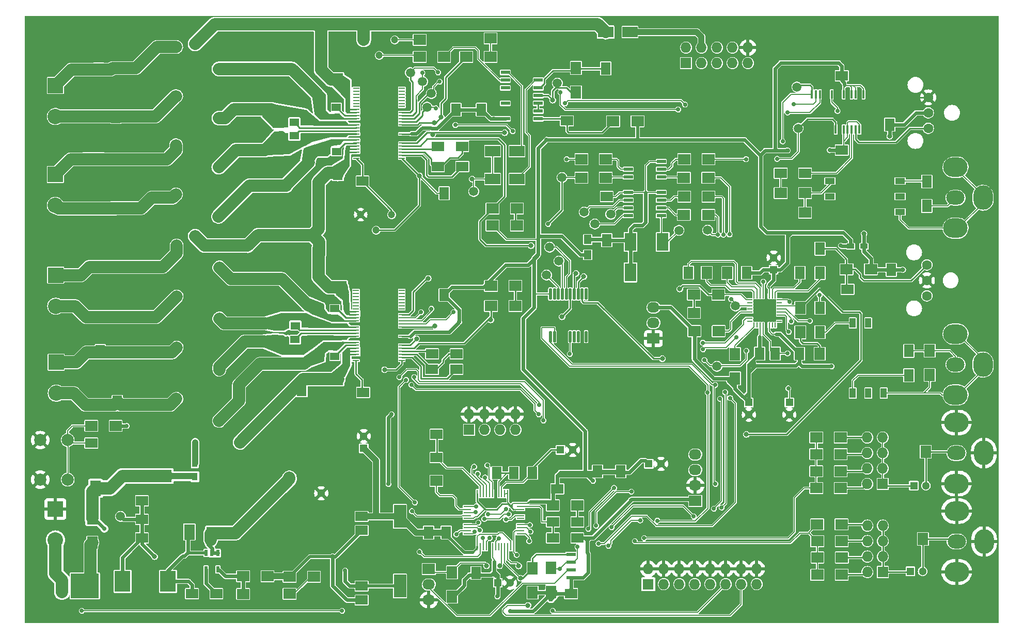
<source format=gtl>
G04 #@! TF.GenerationSoftware,KiCad,Pcbnew,7.0.10*
G04 #@! TF.CreationDate,2024-01-29T13:32:03+01:00*
G04 #@! TF.ProjectId,smd_aio,736d645f-6169-46f2-9e6b-696361645f70,rev?*
G04 #@! TF.SameCoordinates,Original*
G04 #@! TF.FileFunction,Copper,L1,Top*
G04 #@! TF.FilePolarity,Positive*
%FSLAX46Y46*%
G04 Gerber Fmt 4.6, Leading zero omitted, Abs format (unit mm)*
G04 Created by KiCad (PCBNEW 7.0.10) date 2024-01-29 13:32:03*
%MOMM*%
%LPD*%
G01*
G04 APERTURE LIST*
G04 Aperture macros list*
%AMRoundRect*
0 Rectangle with rounded corners*
0 $1 Rounding radius*
0 $2 $3 $4 $5 $6 $7 $8 $9 X,Y pos of 4 corners*
0 Add a 4 corners polygon primitive as box body*
4,1,4,$2,$3,$4,$5,$6,$7,$8,$9,$2,$3,0*
0 Add four circle primitives for the rounded corners*
1,1,$1+$1,$2,$3*
1,1,$1+$1,$4,$5*
1,1,$1+$1,$6,$7*
1,1,$1+$1,$8,$9*
0 Add four rect primitives between the rounded corners*
20,1,$1+$1,$2,$3,$4,$5,0*
20,1,$1+$1,$4,$5,$6,$7,0*
20,1,$1+$1,$6,$7,$8,$9,0*
20,1,$1+$1,$8,$9,$2,$3,0*%
G04 Aperture macros list end*
G04 #@! TA.AperFunction,SMDPad,CuDef*
%ADD10R,2.000000X1.700000*%
G04 #@! TD*
G04 #@! TA.AperFunction,SMDPad,CuDef*
%ADD11R,2.000000X1.600000*%
G04 #@! TD*
G04 #@! TA.AperFunction,ComponentPad*
%ADD12R,1.300000X1.300000*%
G04 #@! TD*
G04 #@! TA.AperFunction,ComponentPad*
%ADD13C,1.300000*%
G04 #@! TD*
G04 #@! TA.AperFunction,SMDPad,CuDef*
%ADD14R,1.600000X2.000000*%
G04 #@! TD*
G04 #@! TA.AperFunction,SMDPad,CuDef*
%ADD15R,2.499360X1.800860*%
G04 #@! TD*
G04 #@! TA.AperFunction,SMDPad,CuDef*
%ADD16R,1.700000X2.000000*%
G04 #@! TD*
G04 #@! TA.AperFunction,SMDPad,CuDef*
%ADD17R,1.800860X2.499360*%
G04 #@! TD*
G04 #@! TA.AperFunction,SMDPad,CuDef*
%ADD18R,1.200000X0.900000*%
G04 #@! TD*
G04 #@! TA.AperFunction,SMDPad,CuDef*
%ADD19R,0.900000X1.200000*%
G04 #@! TD*
G04 #@! TA.AperFunction,SMDPad,CuDef*
%ADD20R,1.250000X1.500000*%
G04 #@! TD*
G04 #@! TA.AperFunction,ComponentPad*
%ADD21O,3.000000X2.300000*%
G04 #@! TD*
G04 #@! TA.AperFunction,ComponentPad*
%ADD22O,4.000000X3.200000*%
G04 #@! TD*
G04 #@! TA.AperFunction,ComponentPad*
%ADD23O,3.200000X4.000000*%
G04 #@! TD*
G04 #@! TA.AperFunction,ComponentPad*
%ADD24C,1.400000*%
G04 #@! TD*
G04 #@! TA.AperFunction,ComponentPad*
%ADD25R,2.032000X1.727200*%
G04 #@! TD*
G04 #@! TA.AperFunction,ComponentPad*
%ADD26O,2.032000X1.727200*%
G04 #@! TD*
G04 #@! TA.AperFunction,ComponentPad*
%ADD27R,1.727200X1.727200*%
G04 #@! TD*
G04 #@! TA.AperFunction,ComponentPad*
%ADD28O,1.727200X1.727200*%
G04 #@! TD*
G04 #@! TA.AperFunction,ComponentPad*
%ADD29R,2.540000X2.540000*%
G04 #@! TD*
G04 #@! TA.AperFunction,ComponentPad*
%ADD30C,2.540000*%
G04 #@! TD*
G04 #@! TA.AperFunction,ComponentPad*
%ADD31C,1.600000*%
G04 #@! TD*
G04 #@! TA.AperFunction,SMDPad,CuDef*
%ADD32C,1.500000*%
G04 #@! TD*
G04 #@! TA.AperFunction,ComponentPad*
%ADD33C,1.200000*%
G04 #@! TD*
G04 #@! TA.AperFunction,ComponentPad*
%ADD34C,2.000000*%
G04 #@! TD*
G04 #@! TA.AperFunction,SMDPad,CuDef*
%ADD35R,1.300000X0.250000*%
G04 #@! TD*
G04 #@! TA.AperFunction,SMDPad,CuDef*
%ADD36R,0.250000X1.300000*%
G04 #@! TD*
G04 #@! TA.AperFunction,SMDPad,CuDef*
%ADD37R,1.550000X0.600000*%
G04 #@! TD*
G04 #@! TA.AperFunction,SMDPad,CuDef*
%ADD38R,1.500000X0.600000*%
G04 #@! TD*
G04 #@! TA.AperFunction,SMDPad,CuDef*
%ADD39R,1.000000X0.285000*%
G04 #@! TD*
G04 #@! TA.AperFunction,SMDPad,CuDef*
%ADD40R,3.600000X6.400000*%
G04 #@! TD*
G04 #@! TA.AperFunction,SMDPad,CuDef*
%ADD41R,0.279400X0.812800*%
G04 #@! TD*
G04 #@! TA.AperFunction,SMDPad,CuDef*
%ADD42R,0.812800X0.279400*%
G04 #@! TD*
G04 #@! TA.AperFunction,SMDPad,CuDef*
%ADD43R,3.352800X3.352800*%
G04 #@! TD*
G04 #@! TA.AperFunction,SMDPad,CuDef*
%ADD44R,0.355600X1.447800*%
G04 #@! TD*
G04 #@! TA.AperFunction,SMDPad,CuDef*
%ADD45R,0.600000X1.100000*%
G04 #@! TD*
G04 #@! TA.AperFunction,SMDPad,CuDef*
%ADD46R,1.980000X3.000000*%
G04 #@! TD*
G04 #@! TA.AperFunction,SMDPad,CuDef*
%ADD47R,1.500000X1.250000*%
G04 #@! TD*
G04 #@! TA.AperFunction,SMDPad,CuDef*
%ADD48R,2.650000X3.500000*%
G04 #@! TD*
G04 #@! TA.AperFunction,SMDPad,CuDef*
%ADD49R,1.600000X1.000000*%
G04 #@! TD*
G04 #@! TA.AperFunction,SMDPad,CuDef*
%ADD50R,1.000000X1.600000*%
G04 #@! TD*
G04 #@! TA.AperFunction,SMDPad,CuDef*
%ADD51R,4.670000X4.160000*%
G04 #@! TD*
G04 #@! TA.AperFunction,SMDPad,CuDef*
%ADD52R,1.160000X1.460000*%
G04 #@! TD*
G04 #@! TA.AperFunction,SMDPad,CuDef*
%ADD53RoundRect,0.125000X0.125000X-0.825000X0.125000X0.825000X-0.125000X0.825000X-0.125000X-0.825000X0*%
G04 #@! TD*
G04 #@! TA.AperFunction,SMDPad,CuDef*
%ADD54R,2.000000X1.500000*%
G04 #@! TD*
G04 #@! TA.AperFunction,SMDPad,CuDef*
%ADD55R,2.000000X3.800000*%
G04 #@! TD*
G04 #@! TA.AperFunction,ViaPad*
%ADD56C,0.700000*%
G04 #@! TD*
G04 #@! TA.AperFunction,ViaPad*
%ADD57C,0.800000*%
G04 #@! TD*
G04 #@! TA.AperFunction,Conductor*
%ADD58C,0.600000*%
G04 #@! TD*
G04 #@! TA.AperFunction,Conductor*
%ADD59C,0.200000*%
G04 #@! TD*
G04 #@! TA.AperFunction,Conductor*
%ADD60C,2.000000*%
G04 #@! TD*
G04 #@! TA.AperFunction,Conductor*
%ADD61C,0.280000*%
G04 #@! TD*
G04 #@! TA.AperFunction,Conductor*
%ADD62C,0.250000*%
G04 #@! TD*
G04 #@! TA.AperFunction,Conductor*
%ADD63C,0.500000*%
G04 #@! TD*
G04 #@! TA.AperFunction,Conductor*
%ADD64C,1.000000*%
G04 #@! TD*
G04 #@! TA.AperFunction,Conductor*
%ADD65C,0.300000*%
G04 #@! TD*
G04 #@! TA.AperFunction,Conductor*
%ADD66C,0.256000*%
G04 #@! TD*
G04 APERTURE END LIST*
D10*
X91218000Y-23876000D03*
X95218000Y-23876000D03*
X91218000Y-20828000D03*
X95218000Y-20828000D03*
D11*
X29750000Y-87275000D03*
X33750000Y-87275000D03*
D12*
X74422000Y-88138000D03*
D13*
X74422000Y-86138000D03*
D14*
X85051000Y-101963000D03*
X85051000Y-97963000D03*
X87951000Y-101963000D03*
X87951000Y-97963000D03*
D12*
X96401000Y-110213000D03*
D13*
X98401000Y-110213000D03*
D14*
X92800000Y-112610000D03*
X92800000Y-108610000D03*
D12*
X121158000Y-90678000D03*
D13*
X123158000Y-90678000D03*
D11*
X110151000Y-94763000D03*
X106151000Y-94763000D03*
D14*
X112776000Y-87916000D03*
X112776000Y-91916000D03*
X116586000Y-87916000D03*
X116586000Y-91916000D03*
D11*
X86328000Y-85852000D03*
X82328000Y-85852000D03*
X86328000Y-89662000D03*
X82328000Y-89662000D03*
D12*
X106680000Y-88392000D03*
D13*
X108680000Y-88392000D03*
D11*
X112401000Y-111963000D03*
X108401000Y-111963000D03*
D14*
X99060000Y-92170000D03*
X99060000Y-88170000D03*
X102108000Y-92170000D03*
X102108000Y-88170000D03*
X96266000Y-92163000D03*
X96266000Y-88163000D03*
D11*
X109442000Y-102870000D03*
X105442000Y-102870000D03*
X109442000Y-100213000D03*
X105442000Y-100213000D03*
D12*
X164601000Y-94263000D03*
D13*
X166601000Y-94263000D03*
D12*
X164051000Y-108313000D03*
D13*
X166051000Y-108313000D03*
D11*
X107726000Y-34388000D03*
X111726000Y-34388000D03*
D14*
X114076000Y-25763000D03*
X114076000Y-29763000D03*
X93726000Y-32553000D03*
X93726000Y-28553000D03*
X89531000Y-32553000D03*
X89531000Y-28553000D03*
D11*
X90576000Y-41868000D03*
X86576000Y-41868000D03*
X90551000Y-38593000D03*
X86551000Y-38593000D03*
D14*
X87630000Y-46260000D03*
X87630000Y-50260000D03*
D11*
X74201000Y-44288000D03*
X78201000Y-44288000D03*
D14*
X70181000Y-43093000D03*
X70181000Y-47093000D03*
X70251000Y-27613000D03*
X70251000Y-23613000D03*
D11*
X67041000Y-50293000D03*
X63041000Y-50293000D03*
X67426000Y-21563000D03*
X63426000Y-21563000D03*
D14*
X33782000Y-48704000D03*
X33782000Y-44704000D03*
X30988000Y-40672000D03*
X30988000Y-44672000D03*
X33782000Y-33750000D03*
X33782000Y-29750000D03*
X30988000Y-25940000D03*
X30988000Y-29940000D03*
X137176000Y-59338000D03*
X137176000Y-55338000D03*
X139310999Y-72598000D03*
X139310999Y-76598000D03*
D12*
X141626000Y-58838000D03*
D13*
X141626000Y-56838000D03*
D12*
X137551000Y-80613000D03*
D13*
X137551000Y-82613000D03*
D14*
X145926000Y-59338000D03*
X145926000Y-55338000D03*
X145876000Y-76613000D03*
X145876000Y-72613000D03*
X141900000Y-72600000D03*
X141900000Y-76600000D03*
D12*
X144201000Y-80613000D03*
D13*
X144201000Y-82613000D03*
D11*
X152801000Y-26963000D03*
X148801000Y-26963000D03*
X152801000Y-39163000D03*
X148801000Y-39163000D03*
D14*
X160639001Y-35000000D03*
X160639001Y-31000000D03*
D11*
X153751000Y-62013000D03*
X157751000Y-62013000D03*
D14*
X160876000Y-58838000D03*
X160876000Y-62838000D03*
X149201000Y-55363000D03*
X149201000Y-59363000D03*
X38100000Y-92678000D03*
X38100000Y-88678000D03*
X42164000Y-92678000D03*
X42164000Y-88678000D03*
X49400000Y-102050000D03*
X49400000Y-98050000D03*
X52100000Y-102050000D03*
X52100000Y-98050000D03*
D11*
X46260000Y-112014000D03*
X50260000Y-112014000D03*
X38050000Y-102870000D03*
X42050000Y-102870000D03*
X38050000Y-99822000D03*
X42050000Y-99822000D03*
X38050000Y-96774000D03*
X42050000Y-96774000D03*
D14*
X87630000Y-62960000D03*
X87630000Y-58960000D03*
D11*
X89598000Y-75184000D03*
X85598000Y-75184000D03*
X89623000Y-72644000D03*
X85623000Y-72644000D03*
X74323000Y-78939000D03*
X78323000Y-78939000D03*
D14*
X70223000Y-76764000D03*
X70223000Y-80764000D03*
X70813000Y-61714000D03*
X70813000Y-57714000D03*
X64262000Y-78518000D03*
X64262000Y-82518000D03*
D11*
X67024000Y-55880000D03*
X63024000Y-55880000D03*
D14*
X34036000Y-80486000D03*
X34036000Y-76486000D03*
X31242000Y-72168000D03*
X31242000Y-76168000D03*
X33782000Y-66583000D03*
X33782000Y-62583000D03*
X31242000Y-58353000D03*
X31242000Y-62353000D03*
X114251000Y-53963000D03*
X114251000Y-57963000D03*
D11*
X114251000Y-46813000D03*
X110251000Y-46813000D03*
D15*
X114079020Y-19812000D03*
X118076980Y-19812000D03*
D10*
X99536000Y-51562000D03*
X95536000Y-51562000D03*
D16*
X149176000Y-76613000D03*
X149176000Y-72613000D03*
D10*
X132576499Y-65898500D03*
X128576499Y-65898500D03*
D17*
X30450000Y-90701020D03*
X30450000Y-94698980D03*
X45825000Y-101873980D03*
X45825000Y-97876020D03*
D10*
X99282000Y-61468000D03*
X95282000Y-61468000D03*
X66262000Y-112014000D03*
X62262000Y-112014000D03*
D16*
X29925000Y-99600000D03*
X29925000Y-103600000D03*
D18*
X154228833Y-54962500D03*
X156428833Y-54962500D03*
D19*
X46736000Y-92794000D03*
X46736000Y-90594000D03*
D20*
X111151000Y-56363000D03*
X111151000Y-53863000D03*
D21*
X171601000Y-88913000D03*
D22*
X171601000Y-83913000D03*
D23*
X176101000Y-88913000D03*
D22*
X171601000Y-93913000D03*
D21*
X171626000Y-103413000D03*
D22*
X171626000Y-98413000D03*
D23*
X176126000Y-103413000D03*
D22*
X171626000Y-108413000D03*
D24*
X50626000Y-50063000D03*
X43626000Y-46463000D03*
X50651000Y-41988000D03*
X43651000Y-38388000D03*
X50670000Y-33930000D03*
X43670000Y-30330000D03*
X50670000Y-25850000D03*
X43670000Y-22250000D03*
X50688000Y-83610000D03*
X43688000Y-80010000D03*
X50744000Y-75206000D03*
X43744000Y-71606000D03*
X50744000Y-66824000D03*
X43744000Y-63224000D03*
X50744000Y-58442000D03*
X43744000Y-54842000D03*
D25*
X128778000Y-96774000D03*
D26*
X128778000Y-94234000D03*
X128778000Y-91694000D03*
X128778000Y-89154000D03*
D25*
X85090000Y-107950000D03*
D26*
X85090000Y-110490000D03*
X85090000Y-113030000D03*
D27*
X127254000Y-24892000D03*
D28*
X127254000Y-22352000D03*
X129794000Y-24892000D03*
X129794000Y-22352000D03*
X132334000Y-24892000D03*
X132334000Y-22352000D03*
X134874000Y-24892000D03*
X134874000Y-22352000D03*
X137414000Y-24892000D03*
X137414000Y-22352000D03*
D27*
X121076000Y-110438000D03*
D28*
X121076000Y-107898000D03*
X123616000Y-110438000D03*
X123616000Y-107898000D03*
X126156000Y-110438000D03*
X126156000Y-107898000D03*
X128696000Y-110438000D03*
X128696000Y-107898000D03*
X131236000Y-110438000D03*
X131236000Y-107898000D03*
X133776000Y-110438000D03*
X133776000Y-107898000D03*
X136316000Y-110438000D03*
X136316000Y-107898000D03*
X138856000Y-110438000D03*
X138856000Y-107898000D03*
D27*
X159512000Y-93980000D03*
D28*
X156972000Y-93980000D03*
X159512000Y-91440000D03*
X156972000Y-91440000D03*
X159512000Y-88900000D03*
X156972000Y-88900000D03*
X159512000Y-86360000D03*
X156972000Y-86360000D03*
D27*
X159526000Y-108438000D03*
D28*
X156986000Y-108438000D03*
X159526000Y-105898000D03*
X156986000Y-105898000D03*
X159526000Y-103358000D03*
X156986000Y-103358000D03*
X159526000Y-100818000D03*
X156986000Y-100818000D03*
D29*
X23851000Y-43173000D03*
D30*
X23851000Y-48253000D03*
D29*
X23851000Y-28573000D03*
D30*
X23851000Y-33653000D03*
D31*
X166976000Y-30523000D03*
X166976000Y-33063000D03*
X166976000Y-35603000D03*
X166751000Y-58023000D03*
X166751000Y-60563000D03*
X166751000Y-63103000D03*
D29*
X23870000Y-98110000D03*
D30*
X23870000Y-103190000D03*
D29*
X24001000Y-74003000D03*
D30*
X24001000Y-79083000D03*
D29*
X23921000Y-59713000D03*
D30*
X23921000Y-64793000D03*
D32*
X130810000Y-52324000D03*
X84811000Y-32123000D03*
X135382000Y-64770000D03*
X145666381Y-35591000D03*
X106934000Y-43688000D03*
X126100000Y-52350000D03*
X132334000Y-74676000D03*
X85500000Y-29900000D03*
X82051000Y-26453000D03*
X145451000Y-28813000D03*
X112301000Y-51313000D03*
X114901000Y-49713000D03*
X110551000Y-49363000D03*
D10*
X33750000Y-84450000D03*
X29750000Y-84450000D03*
D16*
X88900000Y-112490000D03*
X88900000Y-108490000D03*
D10*
X86328000Y-93472000D03*
X82328000Y-93472000D03*
D16*
X105156000Y-111728000D03*
X105156000Y-107728000D03*
D10*
X105442000Y-97513000D03*
X109442000Y-97513000D03*
D16*
X102108000Y-111813000D03*
X102108000Y-107813000D03*
X166573000Y-88691000D03*
X166573000Y-84691000D03*
X166101000Y-103013000D03*
X166101000Y-99013000D03*
D10*
X148622000Y-94663000D03*
X152622000Y-94663000D03*
X148622000Y-89094000D03*
X152622000Y-89094000D03*
X148779000Y-108889000D03*
X152779000Y-108889000D03*
X148779000Y-103393000D03*
X152779000Y-103393000D03*
X148622000Y-91913000D03*
X152622000Y-91913000D03*
X148622000Y-86350000D03*
X152622000Y-86350000D03*
X148801000Y-106063000D03*
X152801000Y-106063000D03*
X148751000Y-100613000D03*
X152751000Y-100613000D03*
X99536000Y-48768000D03*
X95536000Y-48768000D03*
D16*
X134026000Y-55363000D03*
X134026000Y-59363000D03*
X130651000Y-55338000D03*
X130651000Y-59338000D03*
X135301000Y-76663000D03*
X135301000Y-72663000D03*
D10*
X128615501Y-68893500D03*
X132615501Y-68893500D03*
D16*
X146001000Y-69088000D03*
X146001000Y-65088000D03*
D10*
X128551000Y-62913000D03*
X132551000Y-62913000D03*
X157576000Y-58738000D03*
X153576000Y-58738000D03*
X54642000Y-112050000D03*
X58642000Y-112050000D03*
X58642000Y-109150000D03*
X54642000Y-109150000D03*
X99282000Y-64770000D03*
X95282000Y-64770000D03*
X130901000Y-43713000D03*
X126901000Y-43713000D03*
X110101000Y-40663000D03*
X114101000Y-40663000D03*
X110101000Y-43713000D03*
X114101000Y-43713000D03*
X130901000Y-49813000D03*
X126901000Y-49813000D03*
X130951000Y-46813000D03*
X126951000Y-46813000D03*
X130951000Y-40663000D03*
X126951000Y-40663000D03*
X62262000Y-109220000D03*
X66262000Y-109220000D03*
D33*
X78994000Y-49784000D03*
X76454000Y-52324000D03*
X73914000Y-49784000D03*
D34*
X21375000Y-93275000D03*
X21375000Y-86775000D03*
X25875000Y-93275000D03*
X25875000Y-86775000D03*
D35*
X91426000Y-97163000D03*
X91426000Y-97663000D03*
X91426000Y-98163000D03*
X91426000Y-98663000D03*
X91426000Y-99163000D03*
X91426000Y-99663000D03*
X91426000Y-100163000D03*
X91426000Y-100663000D03*
X91426000Y-101163000D03*
X91426000Y-101663000D03*
X91426000Y-102163000D03*
X91426000Y-102663000D03*
D36*
X93026000Y-104263000D03*
X93526000Y-104263000D03*
X94026000Y-104263000D03*
X94526000Y-104263000D03*
X95026000Y-104263000D03*
X95526000Y-104263000D03*
X96026000Y-104263000D03*
X96526000Y-104263000D03*
X97026000Y-104263000D03*
X97526000Y-104263000D03*
X98026000Y-104263000D03*
X98526000Y-104263000D03*
D35*
X100126000Y-102663000D03*
X100126000Y-102163000D03*
X100126000Y-101663000D03*
X100126000Y-101163000D03*
X100126000Y-100663000D03*
X100126000Y-100163000D03*
X100126000Y-99663000D03*
X100126000Y-99163000D03*
X100126000Y-98663000D03*
X100126000Y-98163000D03*
X100126000Y-97663000D03*
X100126000Y-97163000D03*
D36*
X98526000Y-95563000D03*
X98026000Y-95563000D03*
X97526000Y-95563000D03*
X97026000Y-95563000D03*
X96526000Y-95563000D03*
X96026000Y-95563000D03*
X95526000Y-95563000D03*
X95026000Y-95563000D03*
X94526000Y-95563000D03*
X94026000Y-95563000D03*
X93526000Y-95563000D03*
X93026000Y-95563000D03*
D37*
X113792905Y-109363000D03*
X113792905Y-108093000D03*
X113792905Y-106823000D03*
X113792905Y-105553000D03*
X108392905Y-105553000D03*
X108392905Y-106823000D03*
X108392905Y-108093000D03*
X108392905Y-109363000D03*
D38*
X103026000Y-34048000D03*
X103026000Y-32778000D03*
X103026000Y-31508000D03*
X103026000Y-30238000D03*
X103026000Y-28968000D03*
X103026000Y-27698000D03*
X103026000Y-26428000D03*
X97626000Y-26428000D03*
X97626000Y-27698000D03*
X97626000Y-28968000D03*
X97626000Y-30238000D03*
X97626000Y-31508000D03*
X97626000Y-32778000D03*
X97626000Y-34048000D03*
D39*
X80676000Y-40513000D03*
X80676000Y-40013000D03*
X80676000Y-39513000D03*
X80676000Y-39013000D03*
X80676000Y-38513000D03*
X80676000Y-38013000D03*
X80676000Y-37513000D03*
X80676000Y-37013000D03*
X80676000Y-36513000D03*
X80676000Y-36013000D03*
X80676000Y-35513000D03*
X80676000Y-35013000D03*
X80676000Y-34513000D03*
X80676000Y-34013000D03*
X80676000Y-33513000D03*
X80676000Y-33013000D03*
X80676000Y-32513000D03*
X80676000Y-32013000D03*
X80676000Y-31513000D03*
X80676000Y-31013000D03*
X80676000Y-30513000D03*
X80676000Y-30013000D03*
X80676000Y-29513000D03*
X80676000Y-29013000D03*
X73176000Y-29013000D03*
X73176000Y-29513000D03*
X73176000Y-30013000D03*
X73176000Y-30513000D03*
X73176000Y-31013000D03*
X73176000Y-31513000D03*
X73176000Y-32013000D03*
X73176000Y-32513000D03*
X73176000Y-33013000D03*
X73176000Y-33513000D03*
X73176000Y-34013000D03*
X73176000Y-34513000D03*
X73176000Y-35013000D03*
X73176000Y-35513000D03*
X73176000Y-36013000D03*
X73176000Y-36513000D03*
X73176000Y-37013000D03*
X73176000Y-37513000D03*
X73176000Y-38013000D03*
X73176000Y-38513000D03*
X73176000Y-39013000D03*
X73176000Y-39513000D03*
X73176000Y-40013000D03*
X73176000Y-40513000D03*
D40*
X76926000Y-34763000D03*
D41*
X141900999Y-63112700D03*
X141401000Y-63112700D03*
X140901001Y-63112700D03*
X140401000Y-63112700D03*
X139901000Y-63112700D03*
X139400999Y-63112700D03*
X138901000Y-63112700D03*
X138401001Y-63112700D03*
D42*
X137750700Y-63763001D03*
X137750700Y-64263000D03*
X137750700Y-64762999D03*
X137750700Y-65263000D03*
X137750700Y-65763000D03*
X137750700Y-66263001D03*
X137750700Y-66763000D03*
X137750700Y-67262999D03*
D41*
X138401001Y-67913300D03*
X138901000Y-67913300D03*
X139400999Y-67913300D03*
X139901000Y-67913300D03*
X140401000Y-67913300D03*
X140901001Y-67913300D03*
X141401000Y-67913300D03*
X141900999Y-67913300D03*
D42*
X142551300Y-67262999D03*
X142551300Y-66763000D03*
X142551300Y-66263001D03*
X142551300Y-65763000D03*
X142551300Y-65263000D03*
X142551300Y-64762999D03*
X142551300Y-64263000D03*
X142551300Y-63763001D03*
D43*
X140151000Y-65513000D03*
D44*
X156356381Y-30013501D03*
X155706380Y-30013501D03*
X155056381Y-30013501D03*
X154406380Y-30013501D03*
X153756382Y-30013501D03*
X153106380Y-30013501D03*
X152456382Y-30013501D03*
X151806383Y-30013501D03*
X151156382Y-30013501D03*
X150506383Y-30013501D03*
X149856382Y-30013501D03*
X149206383Y-30013501D03*
X148556382Y-30013501D03*
X147906383Y-30013501D03*
X147906381Y-35779301D03*
X148556382Y-35779301D03*
X149206381Y-35779301D03*
X149856382Y-35779301D03*
X150506380Y-35779301D03*
X151156382Y-35779301D03*
X151806380Y-35779301D03*
X152456382Y-35779301D03*
X153106380Y-35779301D03*
X153756382Y-35779301D03*
X154406380Y-35779301D03*
X155056381Y-35779301D03*
X155706380Y-35779301D03*
X156356381Y-35779301D03*
D45*
X48580000Y-108030000D03*
X49530000Y-108030000D03*
X50480000Y-108030000D03*
X50480000Y-105330000D03*
X49530000Y-105330000D03*
X48580000Y-105330000D03*
D39*
X80648000Y-73714000D03*
X80648000Y-73214000D03*
X80648000Y-72714000D03*
X80648000Y-72214000D03*
X80648000Y-71714000D03*
X80648000Y-71214000D03*
X80648000Y-70714000D03*
X80648000Y-70214000D03*
X80648000Y-69714000D03*
X80648000Y-69214000D03*
X80648000Y-68714000D03*
X80648000Y-68214000D03*
X80648000Y-67714000D03*
X80648000Y-67214000D03*
X80648000Y-66714000D03*
X80648000Y-66214000D03*
X80648000Y-65714000D03*
X80648000Y-65214000D03*
X80648000Y-64714000D03*
X80648000Y-64214000D03*
X80648000Y-63714000D03*
X80648000Y-63214000D03*
X80648000Y-62714000D03*
X80648000Y-62214000D03*
X73148000Y-62214000D03*
X73148000Y-62714000D03*
X73148000Y-63214000D03*
X73148000Y-63714000D03*
X73148000Y-64214000D03*
X73148000Y-64714000D03*
X73148000Y-65214000D03*
X73148000Y-65714000D03*
X73148000Y-66214000D03*
X73148000Y-66714000D03*
X73148000Y-67214000D03*
X73148000Y-67714000D03*
X73148000Y-68214000D03*
X73148000Y-68714000D03*
X73148000Y-69214000D03*
X73148000Y-69714000D03*
X73148000Y-70214000D03*
X73148000Y-70714000D03*
X73148000Y-71214000D03*
X73148000Y-71714000D03*
X73148000Y-72214000D03*
X73148000Y-72714000D03*
X73148000Y-73214000D03*
X73148000Y-73714000D03*
D40*
X76898000Y-67964000D03*
D38*
X123201000Y-49958000D03*
X123201000Y-48688000D03*
X123201000Y-47418000D03*
X123201000Y-46148000D03*
X123201000Y-44878000D03*
X123201000Y-43608000D03*
X123201000Y-42338000D03*
X123201000Y-41068000D03*
X117801000Y-41068000D03*
X117801000Y-42338000D03*
X117801000Y-43608000D03*
X117801000Y-44878000D03*
X117801000Y-46148000D03*
X117801000Y-47418000D03*
X117801000Y-48688000D03*
X117801000Y-49958000D03*
D46*
X118171000Y-59263000D03*
X123431000Y-59263000D03*
X123431000Y-54263000D03*
X118171000Y-54263000D03*
D32*
X34544000Y-99314000D03*
D12*
X59944000Y-95504000D03*
D13*
X67444000Y-95504000D03*
D47*
X60551000Y-36788000D03*
X63051000Y-36788000D03*
X67451000Y-39443000D03*
X69951000Y-39443000D03*
X67426000Y-32113000D03*
X69926000Y-32113000D03*
X60526000Y-34638000D03*
X63026000Y-34638000D03*
X60663000Y-70224000D03*
X63163000Y-70224000D03*
X67163000Y-73054000D03*
X69663000Y-73054000D03*
X67163000Y-65204000D03*
X69663000Y-65204000D03*
X60703000Y-68014000D03*
X63203000Y-68014000D03*
D48*
X42333000Y-109982000D03*
X34883000Y-109982000D03*
D27*
X91694000Y-85090000D03*
D28*
X91694000Y-82550000D03*
X94234000Y-85090000D03*
X94234000Y-82550000D03*
X96774000Y-85090000D03*
X96774000Y-82550000D03*
X99314000Y-85090000D03*
X99314000Y-82550000D03*
D11*
X146775000Y-42950000D03*
X142775000Y-42950000D03*
D14*
X166725000Y-44350000D03*
X166725000Y-48350000D03*
X163775000Y-72150000D03*
X163775000Y-76150000D03*
X149200000Y-69075000D03*
X149200000Y-65075000D03*
X127675000Y-59300000D03*
X127675000Y-55300000D03*
D21*
X171450000Y-47000000D03*
D22*
X171450000Y-42000000D03*
D23*
X175950000Y-47000000D03*
D22*
X171450000Y-52000000D03*
D21*
X171450000Y-74375000D03*
D22*
X171450000Y-69375000D03*
D23*
X175950000Y-74375000D03*
D22*
X171450000Y-79375000D03*
D25*
X121920000Y-70104000D03*
D26*
X121920000Y-67564000D03*
X121920000Y-65024000D03*
D10*
X142775000Y-46225000D03*
X146775000Y-46225000D03*
X146775000Y-49425000D03*
X142775000Y-49425000D03*
D16*
X167200000Y-72100000D03*
X167200000Y-76100000D03*
D49*
X150850000Y-44260000D03*
X150850000Y-46800000D03*
X150850000Y-49340000D03*
X162350000Y-49340000D03*
X162350000Y-46800000D03*
X162350000Y-44260000D03*
D50*
X154585000Y-79075000D03*
X157125000Y-79075000D03*
X159665000Y-79075000D03*
X159665000Y-67575000D03*
X157125000Y-67575000D03*
X154585000Y-67575000D03*
D51*
X28702000Y-110744000D03*
D52*
X24952000Y-111729000D03*
X24952000Y-109759000D03*
D32*
X104394000Y-59690000D03*
X84074000Y-27940000D03*
D10*
X87598000Y-23876000D03*
X83598000Y-23876000D03*
X119316000Y-34438000D03*
X115316000Y-34438000D03*
D33*
X79502000Y-21082000D03*
X76962000Y-23622000D03*
X74422000Y-21082000D03*
D16*
X109220000Y-29686000D03*
X109220000Y-25686000D03*
D15*
X95537020Y-39370000D03*
X99534980Y-39370000D03*
D32*
X104902000Y-55118000D03*
D53*
X105025000Y-69794000D03*
X105675000Y-69794000D03*
X106325000Y-69794000D03*
X106975000Y-69794000D03*
X107625000Y-69794000D03*
X108275000Y-69794000D03*
X108925000Y-69794000D03*
X109575000Y-69794000D03*
X110225000Y-69794000D03*
X110875000Y-69794000D03*
X110875000Y-62794000D03*
X110225000Y-62794000D03*
X109575000Y-62794000D03*
X108925000Y-62794000D03*
X108275000Y-62794000D03*
X107625000Y-62794000D03*
X106975000Y-62794000D03*
X106325000Y-62794000D03*
X105675000Y-62794000D03*
X105025000Y-62794000D03*
D32*
X106172000Y-28194000D03*
X106426000Y-57404000D03*
D10*
X83598000Y-21082000D03*
X87598000Y-21082000D03*
D54*
X74066000Y-108444000D03*
X74066000Y-110744000D03*
D55*
X80366000Y-110744000D03*
D54*
X74066000Y-113044000D03*
D32*
X92456000Y-45974000D03*
D54*
X74066000Y-97014000D03*
X74066000Y-99314000D03*
D55*
X80366000Y-99314000D03*
D54*
X74066000Y-101614000D03*
D15*
X95537020Y-43942000D03*
X99534980Y-43942000D03*
D56*
X94996000Y-101092000D03*
D57*
X102108000Y-90170000D03*
X127000000Y-73406000D03*
D56*
X108204000Y-72644000D03*
X144201000Y-64087999D03*
X28194000Y-114808000D03*
X82310000Y-98440000D03*
X152101000Y-32763000D03*
X70866000Y-114808000D03*
X135542474Y-69917476D03*
X130048000Y-71882000D03*
X133096000Y-101854000D03*
X142494000Y-101854000D03*
D57*
X100838000Y-86360000D03*
D56*
X135382000Y-101854000D03*
X94742000Y-97282000D03*
D57*
X89662000Y-87122000D03*
D56*
X137414000Y-101854000D03*
X129794000Y-101854000D03*
D57*
X105156000Y-22606000D03*
D56*
X144018000Y-96012000D03*
X145796000Y-92202000D03*
D57*
X100838000Y-80264000D03*
D56*
X138430000Y-101854000D03*
X132080000Y-101854000D03*
X119634000Y-101346000D03*
X143510000Y-101854000D03*
D57*
X121158000Y-36576000D03*
X108204000Y-22606000D03*
X132588000Y-36322000D03*
D56*
X145796000Y-90170000D03*
D57*
X100572000Y-26345929D03*
X37592000Y-77470000D03*
X82654669Y-83416669D03*
D56*
X94280000Y-111110000D03*
X101854000Y-98552000D03*
X97790000Y-108458000D03*
D57*
X89662000Y-84582000D03*
D56*
X120904000Y-101854000D03*
X145796000Y-87884000D03*
X139700000Y-101854000D03*
X140208000Y-83820000D03*
X144780000Y-94742000D03*
X157734000Y-84328000D03*
D57*
X86360000Y-104648000D03*
D56*
X84836000Y-95758000D03*
X152400000Y-84328000D03*
X128524000Y-101854000D03*
D57*
X92456000Y-55880000D03*
D56*
X141478000Y-83820000D03*
X153924000Y-84328000D03*
D57*
X140208000Y-65532000D03*
X101092000Y-83820000D03*
D56*
X144018000Y-99568000D03*
X144018000Y-98552000D03*
D57*
X101092000Y-85090000D03*
D56*
X127254000Y-101854000D03*
X149098000Y-84328000D03*
D57*
X82550000Y-53848000D03*
X38608000Y-30226000D03*
D56*
X140208000Y-79502000D03*
X100330000Y-103378000D03*
D57*
X100330000Y-59436000D03*
X87630000Y-52578000D03*
D56*
X90885660Y-113280000D03*
D57*
X68072000Y-83058000D03*
D56*
X114300000Y-102108000D03*
X99862203Y-95544203D03*
X110020000Y-34370000D03*
D57*
X37592000Y-75692000D03*
D56*
X123444000Y-101854000D03*
X103124000Y-102362000D03*
D57*
X37846000Y-62992000D03*
D56*
X144018000Y-97282000D03*
X118872000Y-100652000D03*
D57*
X135636000Y-67564000D03*
X37592000Y-43434000D03*
X116332000Y-29972000D03*
D56*
X160782000Y-84328000D03*
X122174000Y-101854000D03*
X145796000Y-85598000D03*
D57*
X37592000Y-44704000D03*
D56*
X147320000Y-84328000D03*
X144018000Y-100838000D03*
D57*
X90932000Y-87122000D03*
X91440000Y-68834000D03*
X38354000Y-29210000D03*
D56*
X103886000Y-104318000D03*
X114046000Y-98806000D03*
X141478000Y-79502000D03*
X163830000Y-84328000D03*
D57*
X86868000Y-66040000D03*
D56*
X136398000Y-101854000D03*
X134112000Y-101854000D03*
X102870000Y-104318000D03*
X119634000Y-98552000D03*
D57*
X37846000Y-61722000D03*
D56*
X131064000Y-101854000D03*
D57*
X89662000Y-83312000D03*
X84206670Y-62738000D03*
D56*
X117348000Y-102362000D03*
X92070000Y-103300000D03*
X90172220Y-100660641D03*
X145796000Y-93980000D03*
X124714000Y-101854000D03*
X150876000Y-84328000D03*
X159258000Y-84328000D03*
D57*
X89662000Y-85852000D03*
D56*
X98044000Y-101092000D03*
D57*
X84582000Y-70104000D03*
X125730000Y-60198000D03*
D56*
X125984000Y-101854000D03*
X162560000Y-84328000D03*
X155448000Y-84328000D03*
X95756008Y-34048000D03*
X150801000Y-39163000D03*
X152654000Y-54864000D03*
X143951000Y-39238000D03*
X96326000Y-112438000D03*
X151130000Y-74676000D03*
X112014014Y-93472000D03*
X90054000Y-67394000D03*
X78466000Y-93980000D03*
X35560000Y-84450000D03*
X78994000Y-82549990D03*
X118237000Y-96647000D03*
X98451000Y-114870000D03*
X71374000Y-108204000D03*
X104394002Y-37488000D03*
D57*
X46776000Y-21738000D03*
X46775988Y-87150500D03*
X62230000Y-92964000D03*
X54130491Y-87150518D03*
X46776000Y-53313000D03*
D56*
X143900000Y-72550000D03*
X144025000Y-78300000D03*
X31900000Y-101310000D03*
D57*
X156451000Y-52913000D03*
X162801000Y-58813000D03*
X160651000Y-36913000D03*
D56*
X118294478Y-95246586D03*
X101651000Y-100713000D03*
X112522000Y-100838000D03*
X115449697Y-94624529D03*
X101751000Y-101813000D03*
X111252000Y-101345992D03*
D57*
X94553530Y-107430000D03*
X96701000Y-107430000D03*
D56*
X122568215Y-100014000D03*
X106566757Y-107888000D03*
X119749905Y-99952000D03*
D57*
X99822000Y-107441994D03*
D56*
X130810000Y-78994000D03*
X109478046Y-104318000D03*
X114554000Y-104140000D03*
D57*
X101350000Y-113900000D03*
D56*
X132025387Y-77724000D03*
D57*
X100101000Y-109463000D03*
D56*
X132080000Y-93980000D03*
X105410000Y-114808008D03*
X89600000Y-102250000D03*
X99503182Y-105630818D03*
X86868000Y-27940000D03*
X127100010Y-31700000D03*
X85505706Y-65216527D03*
X103166000Y-81026000D03*
X107442000Y-31496000D03*
X96544492Y-102894508D03*
X82680000Y-76454000D03*
X144901000Y-31663000D03*
D57*
X85000004Y-60243339D03*
D56*
X143918313Y-33000010D03*
X103886000Y-83566000D03*
X86614000Y-26416000D03*
X125960442Y-32514215D03*
X80264000Y-76454000D03*
X106680002Y-29696000D03*
X95076000Y-102867880D03*
X142201000Y-40613000D03*
X137101000Y-40663000D03*
X92515416Y-91153757D03*
X93097729Y-92304092D03*
X94298621Y-92939299D03*
X94680000Y-90932000D03*
X132841998Y-80010000D03*
X115062000Y-101091986D03*
X132500997Y-53063000D03*
X131826000Y-98044000D03*
X97728000Y-99822000D03*
X128524008Y-99314000D03*
X133401000Y-53063000D03*
X133096000Y-97864098D03*
X133674000Y-78924000D03*
X98834980Y-36068000D03*
X107696000Y-40663000D03*
X89443260Y-35056740D03*
X86257664Y-32312987D03*
X89154000Y-65786000D03*
X104648000Y-51308000D03*
X134651000Y-63613000D03*
X134401000Y-53013000D03*
X137160000Y-72136000D03*
X92621609Y-101857457D03*
X130274844Y-73648000D03*
X144101000Y-69013000D03*
X84026000Y-26513000D03*
X93930000Y-102880000D03*
X103124000Y-82550004D03*
X82220672Y-77724000D03*
X134496000Y-79881125D03*
X112924542Y-103763000D03*
X101551000Y-103363000D03*
X143099998Y-37750000D03*
X94749695Y-98962993D03*
X97769325Y-98066676D03*
X120396000Y-102870004D03*
X92813657Y-97671904D03*
X92785559Y-98621491D03*
X118872006Y-103378000D03*
X98185997Y-98989688D03*
X94187772Y-99728987D03*
X93217990Y-100330000D03*
X147574000Y-67213000D03*
X144526000Y-67310000D03*
X93473186Y-101566187D03*
X83820000Y-65786000D03*
X81359383Y-76895113D03*
X82804000Y-97028000D03*
X83566000Y-105117391D03*
D57*
X97536000Y-36322000D03*
X105410000Y-30988000D03*
X83064007Y-70155000D03*
X85707250Y-36593680D03*
X86106000Y-68072000D03*
X85957018Y-34693680D03*
X87122000Y-33782000D03*
X92202000Y-43942000D03*
X77840000Y-75235000D03*
X83551000Y-43388000D03*
D56*
X149150000Y-63000000D03*
X139925000Y-60800000D03*
D57*
X40132000Y-105918000D03*
X69342000Y-105918000D03*
D56*
X130025000Y-70800000D03*
D57*
X109220000Y-59436000D03*
X101854000Y-54864000D03*
X95250000Y-67056000D03*
X106933988Y-66548000D03*
X137160000Y-85852000D03*
X123366669Y-73418000D03*
X126238000Y-61976000D03*
X110490000Y-59944000D03*
D58*
X121920000Y-65024000D02*
X124746001Y-65024000D01*
X124746001Y-65024000D02*
X128615501Y-68893500D01*
D59*
X26375000Y-87275000D02*
X25875000Y-86775000D01*
X29750000Y-87275000D02*
X26375000Y-87275000D01*
X29750000Y-84450000D02*
X26625000Y-84450000D01*
D58*
X33750000Y-84450000D02*
X35560000Y-84450000D01*
D59*
X26625000Y-84450000D02*
X25875000Y-85200000D01*
X25875000Y-85200000D02*
X25875000Y-86775000D01*
D60*
X23870000Y-108677000D02*
X24952000Y-109759000D01*
X28702000Y-110744000D02*
X29620000Y-109826000D01*
X24952000Y-109759000D02*
X24952000Y-111729000D01*
X29620000Y-109826000D02*
X29620000Y-103905000D01*
X29620000Y-103905000D02*
X29925000Y-103600000D01*
X23870000Y-103190000D02*
X23870000Y-108677000D01*
D58*
X29925000Y-99600000D02*
X30190000Y-99600000D01*
D60*
X29925000Y-99600000D02*
X29925000Y-95223980D01*
D58*
X30190000Y-99600000D02*
X31900000Y-101310000D01*
D60*
X29925000Y-95223980D02*
X30450000Y-94698980D01*
D59*
X87630000Y-46260000D02*
X86423000Y-46260000D01*
X86423000Y-46260000D02*
X83551000Y-43388000D01*
X92456000Y-45974000D02*
X92456000Y-44196000D01*
X92456000Y-44196000D02*
X92202000Y-43942000D01*
X95537020Y-43942000D02*
X92202000Y-43942000D01*
X95218000Y-23876000D02*
X95218000Y-20828000D01*
D61*
X87122000Y-33782000D02*
X87122000Y-31496000D01*
X87884000Y-30734000D02*
X87884000Y-27210000D01*
X87122000Y-31496000D02*
X87884000Y-30734000D01*
X87884000Y-27210000D02*
X91218000Y-23876000D01*
D59*
X86674000Y-27940000D02*
X86868000Y-27940000D01*
X85871000Y-28743000D02*
X86674000Y-27940000D01*
X85871000Y-29953000D02*
X85871000Y-28743000D01*
X85898000Y-25700000D02*
X86614000Y-26416000D01*
X82051000Y-26453000D02*
X82804000Y-25700000D01*
X82804000Y-25700000D02*
X85898000Y-25700000D01*
X87598000Y-23876000D02*
X89122000Y-22352000D01*
X89122000Y-22352000D02*
X92710000Y-22352000D01*
X96734000Y-27698000D02*
X97626000Y-27698000D01*
X92710000Y-22352000D02*
X93218000Y-22860000D01*
X93218000Y-22860000D02*
X93218000Y-24182000D01*
X93218000Y-24182000D02*
X96734000Y-27698000D01*
D61*
X80676000Y-38513000D02*
X83661000Y-38513000D01*
X83661000Y-38513000D02*
X84836000Y-37338000D01*
X84836000Y-37338000D02*
X96520000Y-37338000D01*
X96520000Y-37338000D02*
X97536000Y-38354000D01*
X97536000Y-38354000D02*
X97536000Y-46768000D01*
X97536000Y-46768000D02*
X95536000Y-48768000D01*
D59*
X108275000Y-69794000D02*
X108275000Y-72573000D01*
X25935000Y-92837000D02*
X25935000Y-92847000D01*
X90576001Y-99163000D02*
X90476000Y-99263001D01*
X143876002Y-63763001D02*
X142551300Y-63763001D01*
X151156382Y-31323408D02*
X151156382Y-30937401D01*
X144201000Y-64087999D02*
X143876002Y-63763001D01*
X108275000Y-72573000D02*
X108204000Y-72644000D01*
X130048000Y-71882000D02*
X130302000Y-71628000D01*
X83133001Y-99263001D02*
X82310000Y-98440000D01*
X151156382Y-30937401D02*
X151156382Y-30013501D01*
X130302000Y-71628000D02*
X133831950Y-71628000D01*
X152101000Y-32268026D02*
X151156382Y-31323408D01*
X91426000Y-99163000D02*
X90576001Y-99163000D01*
X133831950Y-71628000D02*
X135542474Y-69917476D01*
X152101000Y-32763000D02*
X152101000Y-32268026D01*
X28194000Y-114808000D02*
X70866000Y-114808000D01*
X90476000Y-99263001D02*
X83133001Y-99263001D01*
X25935000Y-92837000D02*
X25935000Y-86337000D01*
D62*
X163664000Y-31000000D02*
X164141000Y-30523000D01*
X164141000Y-30523000D02*
X166976000Y-30523000D01*
X164476000Y-62838000D02*
X166751000Y-60563000D01*
D61*
X80013000Y-32513000D02*
X80001000Y-32525000D01*
X80001000Y-32525000D02*
X79850000Y-32525000D01*
D59*
X79688000Y-37013000D02*
X79350000Y-36675000D01*
X80676000Y-35513000D02*
X80639000Y-35550000D01*
X80639000Y-35550000D02*
X79450000Y-35550000D01*
X79450000Y-35550000D02*
X79350000Y-35450000D01*
X74162000Y-34513000D02*
X74450000Y-34225000D01*
D61*
X74112000Y-37013000D02*
X74450000Y-36675000D01*
X73987000Y-40013000D02*
X74075000Y-39925000D01*
X74075000Y-39925000D02*
X74075000Y-39500000D01*
X74075000Y-39500000D02*
X74450000Y-39125000D01*
X73810000Y-67714000D02*
X74422000Y-68326000D01*
X73810000Y-70214000D02*
X74422000Y-70826000D01*
X79484000Y-65714000D02*
X79322000Y-65876000D01*
X79434000Y-70714000D02*
X79322000Y-70826000D01*
X79684000Y-69214000D02*
X79322000Y-69576000D01*
X79960000Y-70214000D02*
X79322000Y-69576000D01*
D59*
X74310000Y-73214000D02*
X74422000Y-73326000D01*
X140401000Y-65801000D02*
X140180000Y-65580000D01*
X110038000Y-34388000D02*
X110020000Y-34370000D01*
X150096499Y-30013501D02*
X150140000Y-29970000D01*
X150140000Y-29970000D02*
X150140000Y-28830000D01*
X150506383Y-30153617D02*
X150120000Y-30540000D01*
X150120000Y-30540000D02*
X150120000Y-31330000D01*
X155706380Y-31386380D02*
X155760000Y-31440000D01*
X153756382Y-31413618D02*
X153660000Y-31510000D01*
X152456382Y-31216382D02*
X152630000Y-31390000D01*
X151806383Y-28766383D02*
X151510000Y-28470000D01*
X150506380Y-37086380D02*
X150540000Y-37120000D01*
X151156382Y-36986382D02*
X151200000Y-37030000D01*
X152456382Y-37173618D02*
X152240000Y-37390000D01*
X156356381Y-36856381D02*
X156440000Y-36940000D01*
X79862000Y-32513000D02*
X79400000Y-32975000D01*
X140401000Y-65263000D02*
X140151000Y-65513000D01*
X140151000Y-65513000D02*
X140208000Y-65532000D01*
X80676000Y-37013000D02*
X79688000Y-37013000D01*
X142551300Y-66763000D02*
X141403000Y-66763000D01*
X151806383Y-30013501D02*
X151806383Y-28766383D01*
X90576000Y-100163000D02*
X90563000Y-100150000D01*
X151156382Y-35779301D02*
X151156382Y-36986382D01*
D62*
X160639001Y-31000000D02*
X163664000Y-31000000D01*
D59*
X152456382Y-30013501D02*
X152456382Y-31216382D01*
X80676000Y-32513000D02*
X79862000Y-32513000D01*
X140208000Y-65532000D02*
X140180000Y-65580000D01*
X140401000Y-67913300D02*
X140401000Y-65801000D01*
X73176000Y-34513000D02*
X74162000Y-34513000D01*
X90172220Y-100307478D02*
X90172220Y-100660641D01*
D61*
X80648000Y-69214000D02*
X79684000Y-69214000D01*
D59*
X80676000Y-37513000D02*
X80676000Y-37013000D01*
X150506380Y-35779301D02*
X150506380Y-37086380D01*
X155706380Y-30013501D02*
X155706380Y-31386380D01*
X91426000Y-100163000D02*
X90576000Y-100163000D01*
D61*
X80648000Y-69214000D02*
X80648000Y-68714000D01*
D59*
X150506383Y-30013501D02*
X150506383Y-30153617D01*
X73148000Y-73214000D02*
X74310000Y-73214000D01*
X140401000Y-63112700D02*
X140401000Y-65263000D01*
D61*
X80676000Y-32513000D02*
X80013000Y-32513000D01*
X73176000Y-40013000D02*
X73987000Y-40013000D01*
D62*
X160876000Y-62838000D02*
X164476000Y-62838000D01*
D61*
X70223000Y-80907000D02*
X68072000Y-83058000D01*
X80648000Y-70214000D02*
X79960000Y-70214000D01*
X73148000Y-67714000D02*
X73810000Y-67714000D01*
D59*
X111726000Y-34388000D02*
X110038000Y-34388000D01*
D61*
X73148000Y-70214000D02*
X73810000Y-70214000D01*
D59*
X90329698Y-100150000D02*
X90172220Y-100307478D01*
D61*
X70223000Y-80764000D02*
X70223000Y-80907000D01*
D59*
X153756382Y-30013501D02*
X153756382Y-31413618D01*
D61*
X73176000Y-37013000D02*
X74112000Y-37013000D01*
D59*
X156356381Y-35779301D02*
X156356381Y-36856381D01*
X149856382Y-30013501D02*
X150096499Y-30013501D01*
D61*
X80648000Y-65714000D02*
X79484000Y-65714000D01*
X80648000Y-70714000D02*
X79434000Y-70714000D01*
D59*
X90563000Y-100150000D02*
X90329698Y-100150000D01*
X152456382Y-35779301D02*
X152456382Y-37173618D01*
X80676000Y-36013000D02*
X80676000Y-35513000D01*
D62*
X152801000Y-38513000D02*
X152801000Y-39163000D01*
X139400999Y-72508000D02*
X139310999Y-72598000D01*
X145876000Y-71988000D02*
X145876000Y-72613000D01*
X108401000Y-109371095D02*
X108392905Y-109363000D01*
X98951000Y-98163000D02*
X98651000Y-97863000D01*
X98651000Y-97863000D02*
X98651000Y-97413000D01*
D59*
X98651000Y-97413000D02*
X98901000Y-97163000D01*
X98901000Y-97163000D02*
X100126000Y-97163000D01*
X101451000Y-97163000D02*
X101738500Y-96875500D01*
D61*
X82176000Y-36513000D02*
X82226000Y-36463000D01*
D58*
X108392905Y-111954905D02*
X108401000Y-111963000D01*
D59*
X139401000Y-67913301D02*
X139401000Y-69413000D01*
X139401000Y-69413000D02*
X139401000Y-69713000D01*
D58*
X139351000Y-72557999D02*
X139351000Y-69813000D01*
X142626000Y-69363000D02*
X142051000Y-69363000D01*
D59*
X97576000Y-95613000D02*
X97626000Y-95563000D01*
X97626000Y-95563000D02*
X98026000Y-95563000D01*
D58*
X105251000Y-111963000D02*
X105101000Y-111813000D01*
X105101000Y-111813000D02*
X102101000Y-111813000D01*
X96326000Y-112438000D02*
X96401000Y-112363000D01*
X96401000Y-112363000D02*
X96401000Y-110213000D01*
X135301000Y-78363000D02*
X136688500Y-79750500D01*
X134276000Y-76663000D02*
X135301000Y-76663000D01*
X135301000Y-78163000D02*
X135301000Y-78363000D01*
X136688500Y-79750500D02*
X137551000Y-80613000D01*
X136838500Y-79750500D02*
X137551000Y-79038000D01*
X137551000Y-79038000D02*
X137551000Y-80613000D01*
X142726000Y-58838000D02*
X143876000Y-57688000D01*
X143876000Y-57688000D02*
X143876000Y-53363000D01*
X143876000Y-53363000D02*
X144126000Y-53113000D01*
X144126000Y-53113000D02*
X144476000Y-52763000D01*
X139501000Y-39963000D02*
X140226000Y-39238000D01*
X140226000Y-39238000D02*
X140901000Y-39238000D01*
X150801000Y-39163000D02*
X152801000Y-39163000D01*
X140901000Y-39238000D02*
X142126000Y-39238000D01*
X141876000Y-38938000D02*
X141876000Y-25763000D01*
X141876000Y-25763000D02*
X142776000Y-24863000D01*
X142776000Y-24863000D02*
X152301000Y-24863000D01*
X152301000Y-24863000D02*
X152801000Y-25363000D01*
X152801000Y-25363000D02*
X152801000Y-26963000D01*
D59*
X153106380Y-28588000D02*
X153106380Y-28288000D01*
X154151000Y-28588000D02*
X154406380Y-28843380D01*
X154406380Y-28843380D02*
X154406380Y-30013501D01*
X154676000Y-28588000D02*
X155056381Y-28968381D01*
X155056381Y-28968381D02*
X155056381Y-30013501D01*
X155851000Y-28588000D02*
X156356381Y-29093381D01*
X156356381Y-29093381D02*
X156356381Y-30013501D01*
X153376000Y-28563000D02*
X153376000Y-28688000D01*
X153376000Y-28688000D02*
X153106380Y-28957620D01*
X153106380Y-28957620D02*
X153106380Y-28588000D01*
X153756382Y-34657618D02*
X153926000Y-34488000D01*
X153926000Y-34488000D02*
X155226000Y-34488000D01*
X155226000Y-34488000D02*
X155706380Y-34968380D01*
X155706380Y-34968380D02*
X155706380Y-35779301D01*
X140901000Y-61850000D02*
X140901000Y-61213000D01*
X140840000Y-61850000D02*
X140650000Y-61660000D01*
X140650000Y-61660000D02*
X140650000Y-61380000D01*
D58*
X118364000Y-96520000D02*
X118237000Y-96647000D01*
D59*
X101217000Y-97163000D02*
X101440000Y-96940000D01*
D58*
X78994000Y-82549990D02*
X78466000Y-83077990D01*
D59*
X91426000Y-99663000D02*
X92387050Y-99663000D01*
X153106380Y-28288000D02*
X153106380Y-28293380D01*
D58*
X112014014Y-93472000D02*
X110744000Y-92201986D01*
X109926000Y-56363000D02*
X106903000Y-53340000D01*
D59*
X153756382Y-35779301D02*
X153756382Y-36703201D01*
D58*
X119888000Y-90170000D02*
X120650000Y-90170000D01*
X154228833Y-53915833D02*
X154228833Y-54962500D01*
D59*
X107359905Y-111963000D02*
X108392905Y-110930000D01*
D58*
X152752500Y-54962500D02*
X152654000Y-54864000D01*
X152801000Y-26963000D02*
X152801000Y-27701000D01*
D59*
X140901000Y-61850000D02*
X140840000Y-61850000D01*
D58*
X112021000Y-102863000D02*
X118237000Y-96647000D01*
X74066000Y-110744000D02*
X72136000Y-110744000D01*
X90054000Y-65384000D02*
X87630000Y-62960000D01*
X137626000Y-74600000D02*
X137551000Y-74675000D01*
D59*
X154151000Y-28588000D02*
X154676000Y-28588000D01*
X96401000Y-109360000D02*
X96280000Y-109360000D01*
D58*
X82761000Y-69051000D02*
X88397000Y-69051000D01*
X138350000Y-74600000D02*
X138350000Y-74851000D01*
D59*
X98500000Y-97700000D02*
X98550000Y-97750000D01*
D58*
X89074000Y-112490000D02*
X90926000Y-110638000D01*
X91751000Y-108913000D02*
X95301000Y-108913000D01*
D59*
X105025000Y-62794000D02*
X102418000Y-62794000D01*
X98550000Y-97762000D02*
X98951000Y-98163000D01*
D58*
X85413835Y-35494000D02*
X84020000Y-35494000D01*
X135099000Y-76663000D02*
X134450000Y-77312000D01*
X102362000Y-65024000D02*
X102362000Y-62738000D01*
X111450000Y-102863000D02*
X111026000Y-102863000D01*
X144126000Y-53113000D02*
X143700000Y-52687000D01*
X143712000Y-39238000D02*
X143750000Y-39200000D01*
X131781000Y-76663000D02*
X134276000Y-76663000D01*
D59*
X141351000Y-69363000D02*
X140901001Y-68913001D01*
D58*
X107220000Y-111963000D02*
X105251000Y-111963000D01*
X100584000Y-66802000D02*
X102362000Y-65024000D01*
X83051000Y-36463000D02*
X82226000Y-36463000D01*
X106151000Y-94763000D02*
X105442000Y-95472000D01*
X105442000Y-95472000D02*
X105442000Y-97513000D01*
X103041000Y-38841002D02*
X104394002Y-37488000D01*
X111026000Y-103325000D02*
X111026000Y-105251395D01*
X106151000Y-92563000D02*
X106651000Y-92063000D01*
D59*
X100126000Y-98163000D02*
X98951000Y-98163000D01*
D58*
X139310999Y-72598000D02*
X139351000Y-72557999D01*
D61*
X81222000Y-69714000D02*
X82098000Y-69714000D01*
D59*
X153756382Y-35779301D02*
X153756382Y-34657618D01*
D58*
X106151000Y-94763000D02*
X106151000Y-92563000D01*
D59*
X153751000Y-37068380D02*
X153106380Y-37713000D01*
D58*
X97626000Y-34048000D02*
X95756008Y-34048000D01*
X141626000Y-58838000D02*
X139876000Y-58838000D01*
D59*
X102418000Y-62794000D02*
X102362000Y-62738000D01*
X95526000Y-106088000D02*
X95801000Y-106363000D01*
D58*
X134276000Y-77138000D02*
X134450000Y-77312000D01*
X154228833Y-54962500D02*
X152752500Y-54962500D01*
D59*
X139400999Y-67913300D02*
X139401000Y-67913301D01*
D58*
X105442000Y-97513000D02*
X105442000Y-96063000D01*
X111026000Y-102863000D02*
X110600000Y-102863000D01*
D62*
X94330058Y-98163000D02*
X96218101Y-98163000D01*
D58*
X112129000Y-92563000D02*
X112776000Y-91916000D01*
X135301000Y-76663000D02*
X135099000Y-76663000D01*
X111151000Y-56363000D02*
X109926000Y-56363000D01*
X139501000Y-51713000D02*
X139501000Y-40113000D01*
X78466000Y-83077990D02*
X78466000Y-93980000D01*
X140901000Y-61213000D02*
X141626000Y-60488000D01*
D59*
X97822000Y-53848000D02*
X103041000Y-53848000D01*
D58*
X90926000Y-110638000D02*
X90926000Y-109738000D01*
D59*
X92387050Y-99663000D02*
X92674050Y-99376000D01*
D58*
X141626000Y-58838000D02*
X142726000Y-58838000D01*
X136688500Y-79750500D02*
X136838500Y-79750500D01*
X111026000Y-103289000D02*
X110600000Y-102863000D01*
X105101000Y-111963000D02*
X102194000Y-114870000D01*
X145876000Y-72613000D02*
X142626000Y-69363000D01*
X102194000Y-114870000D02*
X98451000Y-114870000D01*
D59*
X95740000Y-109100000D02*
X95820000Y-109100000D01*
D58*
X142126000Y-39238000D02*
X143712000Y-39238000D01*
X111026000Y-102863000D02*
X111026000Y-103325000D01*
X108392905Y-111160000D02*
X108392905Y-111954905D01*
X88900000Y-61690000D02*
X87630000Y-62960000D01*
X95801000Y-106763000D02*
X95801000Y-108413000D01*
X103041000Y-56363000D02*
X103041000Y-53848000D01*
X95221000Y-34048000D02*
X93726000Y-32553000D01*
X135301000Y-76663000D02*
X135301000Y-78163000D01*
X143700000Y-52687000D02*
X140475000Y-52687000D01*
X106651000Y-92063000D02*
X117995000Y-92063000D01*
D59*
X95740000Y-109100000D02*
X95488000Y-109100000D01*
X98539000Y-97525000D02*
X98651000Y-97413000D01*
D62*
X96218101Y-98163000D02*
X97090441Y-97290660D01*
D58*
X111207906Y-108502094D02*
X110347000Y-109363000D01*
X140475000Y-52687000D02*
X139501000Y-51713000D01*
D59*
X96351000Y-108913000D02*
X96401000Y-108963000D01*
D58*
X88397000Y-69051000D02*
X90054000Y-67394000D01*
X142126000Y-39238000D02*
X142126000Y-39188000D01*
X90926000Y-109738000D02*
X91751000Y-108913000D01*
D59*
X107589905Y-111963000D02*
X108392905Y-111160000D01*
X154676000Y-28588000D02*
X155851000Y-28588000D01*
D58*
X144476000Y-52763000D02*
X143776000Y-52763000D01*
D63*
X119316000Y-34438000D02*
X119316000Y-37424000D01*
D58*
X100321000Y-58043000D02*
X97694000Y-58043000D01*
X109449000Y-102863000D02*
X109442000Y-102870000D01*
D59*
X153106380Y-28293380D02*
X153243000Y-28430000D01*
D58*
X138350000Y-73991001D02*
X138133999Y-73775000D01*
D62*
X98090660Y-97290660D02*
X98325000Y-97525000D01*
D59*
X107220000Y-111963000D02*
X107589905Y-111963000D01*
D58*
X143750000Y-39200000D02*
X143913000Y-39200000D01*
X128778000Y-96774000D02*
X128524000Y-96520000D01*
X89531000Y-32553000D02*
X86440320Y-35643680D01*
X128524000Y-96520000D02*
X118364000Y-96520000D01*
D59*
X101200000Y-97163000D02*
X101217000Y-97163000D01*
D58*
X136876000Y-37488000D02*
X104394002Y-37488000D01*
X108392905Y-110930000D02*
X108392905Y-111160000D01*
D59*
X95801000Y-106363000D02*
X95801000Y-106763000D01*
D58*
X139876000Y-58838000D02*
X139376000Y-59338000D01*
X94047000Y-61690000D02*
X88900000Y-61690000D01*
X151130000Y-74676000D02*
X146304000Y-74676000D01*
X139376000Y-59338000D02*
X137176000Y-59338000D01*
D61*
X80676000Y-36513000D02*
X82176000Y-36513000D01*
D59*
X100126000Y-97163000D02*
X101200000Y-97163000D01*
X140901000Y-62506299D02*
X140901000Y-61850000D01*
D58*
X105101000Y-111813000D02*
X105101000Y-111963000D01*
X85563515Y-35643680D02*
X85413835Y-35494000D01*
X106151000Y-92563000D02*
X112129000Y-92563000D01*
X128615501Y-68893500D02*
X128615501Y-73497501D01*
X134276000Y-76663000D02*
X134276000Y-77138000D01*
X103124000Y-53340000D02*
X103041000Y-53423000D01*
X117995000Y-92063000D02*
X119888000Y-90170000D01*
D59*
X153243000Y-28430000D02*
X153376000Y-28563000D01*
D58*
X97626000Y-34048000D02*
X95221000Y-34048000D01*
X110600000Y-102863000D02*
X109449000Y-102863000D01*
D59*
X153756382Y-36703201D02*
X153751000Y-36708583D01*
X153106380Y-35779301D02*
X153106380Y-37713000D01*
D58*
X96401000Y-109360000D02*
X96401000Y-110213000D01*
X138133999Y-73775000D02*
X137551000Y-74357999D01*
D59*
X101200000Y-97163000D02*
X101451000Y-97163000D01*
D58*
X110744000Y-85344000D02*
X100584000Y-75184000D01*
X120650000Y-90170000D02*
X121158000Y-90678000D01*
X143876000Y-52863000D02*
X143700000Y-52687000D01*
X101738500Y-96875500D02*
X104804500Y-96875500D01*
D59*
X95301000Y-108913000D02*
X96351000Y-108913000D01*
X96280000Y-109360000D02*
X96020000Y-109100000D01*
D58*
X139310999Y-72598000D02*
X138133999Y-73775000D01*
X110744000Y-92201986D02*
X110744000Y-85344000D01*
X143776000Y-52763000D02*
X143700000Y-52687000D01*
X103041000Y-53423000D02*
X103041000Y-56363000D01*
X138350000Y-74600000D02*
X137626000Y-74600000D01*
D59*
X153106380Y-37713000D02*
X153106380Y-38857620D01*
D58*
X93726000Y-32553000D02*
X91150000Y-32553000D01*
D59*
X98026000Y-97012000D02*
X98539000Y-97525000D01*
D58*
X137551000Y-74357999D02*
X137551000Y-74675000D01*
X153076000Y-52763000D02*
X154228833Y-53915833D01*
X134450000Y-77312000D02*
X135301000Y-78163000D01*
X145252000Y-74600000D02*
X138350000Y-74600000D01*
X138350000Y-74851000D02*
X137551000Y-75650000D01*
D62*
X93026000Y-95563000D02*
X93026000Y-96858942D01*
D58*
X111450000Y-102863000D02*
X112021000Y-102863000D01*
X144476000Y-52763000D02*
X153076000Y-52763000D01*
D62*
X97090441Y-97290660D02*
X98090660Y-97290660D01*
D58*
X108401000Y-111963000D02*
X107220000Y-111963000D01*
D63*
X80366000Y-110744000D02*
X74066000Y-110744000D01*
D58*
X106903000Y-53340000D02*
X103124000Y-53340000D01*
X141626000Y-60488000D02*
X141626000Y-58838000D01*
D59*
X92674050Y-99376000D02*
X93021000Y-99376000D01*
D58*
X95801000Y-108413000D02*
X95301000Y-108913000D01*
X82098000Y-69714000D02*
X82761000Y-69051000D01*
D61*
X80648000Y-69714000D02*
X81222000Y-69714000D01*
D58*
X111026000Y-105251395D02*
X111207906Y-105433301D01*
X128615501Y-73497501D02*
X131781000Y-76663000D01*
D59*
X95526000Y-104263000D02*
X95526000Y-106088000D01*
D58*
X145876000Y-72613000D02*
X145876000Y-73976000D01*
X104804500Y-96875500D02*
X105442000Y-97513000D01*
D59*
X98651000Y-97549000D02*
X98500000Y-97700000D01*
D58*
X96401000Y-108963000D02*
X96401000Y-109360000D01*
D59*
X95820000Y-109100000D02*
X96090000Y-109370000D01*
D58*
X111207906Y-105433301D02*
X111207906Y-108502094D01*
D59*
X93021000Y-99376000D02*
X94234000Y-98163000D01*
D58*
X138350000Y-74600000D02*
X138350000Y-73991001D01*
X100584000Y-75184000D02*
X100584000Y-66802000D01*
X101361000Y-58043000D02*
X100321000Y-58043000D01*
X143913000Y-39200000D02*
X143951000Y-39238000D01*
X72136000Y-110744000D02*
X71374000Y-109982000D01*
D59*
X153106380Y-38857620D02*
X152801000Y-39163000D01*
D58*
X112776000Y-91916000D02*
X116586000Y-91916000D01*
X88900000Y-112490000D02*
X89074000Y-112490000D01*
D59*
X98325000Y-97525000D02*
X98539000Y-97525000D01*
D58*
X71374000Y-109982000D02*
X71374000Y-108204000D01*
X145876000Y-74248000D02*
X145876000Y-72613000D01*
X91150000Y-32553000D02*
X89531000Y-32553000D01*
D62*
X93026000Y-96858942D02*
X94330058Y-98163000D01*
D59*
X153106380Y-28588000D02*
X154151000Y-28588000D01*
D58*
X102362000Y-56896000D02*
X102895000Y-56363000D01*
D59*
X81222000Y-69714000D02*
X81635000Y-69714000D01*
D58*
X110347000Y-109363000D02*
X108392905Y-109363000D01*
X146304000Y-74676000D02*
X145876000Y-74248000D01*
X111026000Y-103325000D02*
X111026000Y-103289000D01*
X108392905Y-109363000D02*
X108392905Y-110930000D01*
D59*
X98550000Y-97750000D02*
X98550000Y-97762000D01*
X95488000Y-109100000D02*
X95301000Y-108913000D01*
D58*
X84020000Y-35494000D02*
X83051000Y-36463000D01*
D59*
X142051000Y-69363000D02*
X141351000Y-69363000D01*
X153751000Y-36708583D02*
X153751000Y-37068380D01*
D58*
X111026000Y-103325000D02*
X111026000Y-103287000D01*
X145876000Y-73976000D02*
X145252000Y-74600000D01*
D62*
X98325000Y-97525000D02*
X98500000Y-97700000D01*
D59*
X98026000Y-95563000D02*
X98026000Y-97012000D01*
X81635000Y-69714000D02*
X81862000Y-69941000D01*
D58*
X86440320Y-35643680D02*
X85563515Y-35643680D01*
X102362000Y-62738000D02*
X102362000Y-56896000D01*
X139501000Y-40113000D02*
X136876000Y-37488000D01*
X143876000Y-53363000D02*
X143876000Y-52863000D01*
D59*
X140901001Y-63112700D02*
X140901000Y-62506299D01*
D58*
X90054000Y-67394000D02*
X90054000Y-65384000D01*
D59*
X96020000Y-109100000D02*
X95740000Y-109100000D01*
X153106380Y-30013501D02*
X153106380Y-28957620D01*
D58*
X153243000Y-28143000D02*
X153243000Y-28430000D01*
X95801000Y-108413000D02*
X95851000Y-108413000D01*
D59*
X95536000Y-51562000D02*
X97822000Y-53848000D01*
D58*
X111026000Y-103287000D02*
X111450000Y-102863000D01*
X152801000Y-27701000D02*
X153243000Y-28143000D01*
X137551000Y-75650000D02*
X137551000Y-79038000D01*
X95851000Y-108413000D02*
X96401000Y-108963000D01*
X137551000Y-74675000D02*
X137551000Y-75650000D01*
D59*
X98651000Y-97413000D02*
X98651000Y-97549000D01*
X140901001Y-68913001D02*
X140901001Y-67913300D01*
D58*
X103041000Y-56363000D02*
X101361000Y-58043000D01*
X103041000Y-53848000D02*
X103041000Y-38841002D01*
D59*
X107220000Y-111963000D02*
X107359905Y-111963000D01*
D58*
X97694000Y-58043000D02*
X94047000Y-61690000D01*
D62*
X86401000Y-85925000D02*
X86328000Y-85852000D01*
D59*
X90626000Y-91388000D02*
X88054000Y-91388000D01*
X93526000Y-95563000D02*
X93526000Y-94288000D01*
X93526000Y-94288000D02*
X90626000Y-91388000D01*
D62*
X86401000Y-89589000D02*
X86401000Y-85925000D01*
D59*
X88054000Y-91388000D02*
X86328000Y-89662000D01*
D62*
X86328000Y-89662000D02*
X86401000Y-89589000D01*
X105156000Y-88392000D02*
X102108000Y-91440000D01*
X106680000Y-88392000D02*
X105156000Y-88392000D01*
X102108000Y-91440000D02*
X102108000Y-92170000D01*
D59*
X97026000Y-94490000D02*
X97791525Y-93724475D01*
X97026000Y-95563000D02*
X97026000Y-94490000D01*
X100553525Y-93724475D02*
X102108000Y-92170000D01*
X97791525Y-93724475D02*
X100553525Y-93724475D01*
X96526000Y-95563000D02*
X96526000Y-93588000D01*
X96526000Y-93588000D02*
X97944000Y-92170000D01*
D62*
X99060000Y-92170000D02*
X99053000Y-92163000D01*
X99053000Y-92163000D02*
X96266000Y-92163000D01*
D59*
X97944000Y-92170000D02*
X99060000Y-92170000D01*
D62*
X109442000Y-100213000D02*
X109442000Y-97513000D01*
D59*
X103251000Y-97663000D02*
X103632000Y-98044000D01*
D62*
X105442000Y-100213000D02*
X105442000Y-102870000D01*
D59*
X100126000Y-97663000D02*
X103251000Y-97663000D01*
X103632000Y-100213000D02*
X105442000Y-100213000D01*
X103632000Y-98044000D02*
X103632000Y-100213000D01*
X159512000Y-93980000D02*
X159512000Y-91440000D01*
X159512000Y-88900000D02*
X159512000Y-86360000D01*
D62*
X164540000Y-94324000D02*
X164601000Y-94263000D01*
X159512000Y-93980000D02*
X159856000Y-94324000D01*
D59*
X159512000Y-91440000D02*
X159512000Y-88900000D01*
D62*
X159856000Y-94324000D02*
X164540000Y-94324000D01*
X166601000Y-88719000D02*
X166573000Y-88691000D01*
X171379000Y-88691000D02*
X171601000Y-88913000D01*
X166573000Y-88691000D02*
X171379000Y-88691000D01*
X166601000Y-94263000D02*
X166601000Y-88719000D01*
X163876000Y-108488000D02*
X164051000Y-108313000D01*
X163926000Y-108438000D02*
X164051000Y-108313000D01*
X159526000Y-108438000D02*
X159526000Y-105898000D01*
X159526000Y-103358000D02*
X159526000Y-100818000D01*
X159526000Y-108438000D02*
X163926000Y-108438000D01*
X159526000Y-105898000D02*
X159526000Y-103358000D01*
X166001000Y-103113000D02*
X166101000Y-103013000D01*
X170851000Y-103413000D02*
X171626000Y-103413000D01*
X171226000Y-103013000D02*
X171626000Y-103413000D01*
X166051000Y-103063000D02*
X166101000Y-103013000D01*
X166051000Y-108313000D02*
X166051000Y-103063000D01*
X166101000Y-103013000D02*
X171226000Y-103013000D01*
X107386000Y-34048000D02*
X107726000Y-34388000D01*
D61*
X107726000Y-34388000D02*
X107726000Y-36018000D01*
X107726000Y-36018000D02*
X108001000Y-36293000D01*
X108001000Y-36293000D02*
X113496000Y-36293000D01*
X113496000Y-36293000D02*
X115351000Y-34438000D01*
X103026000Y-34048000D02*
X107386000Y-34048000D01*
D62*
X109066000Y-26123000D02*
X109351000Y-25838000D01*
X114001000Y-25838000D02*
X114076000Y-25763000D01*
D61*
X103026000Y-28968000D02*
X103342000Y-28968000D01*
X104044000Y-27528000D02*
X105449000Y-26123000D01*
X105449000Y-26123000D02*
X109066000Y-26123000D01*
X103342000Y-28968000D02*
X104044000Y-28266000D01*
X109351000Y-25838000D02*
X114001000Y-25838000D01*
X104044000Y-28266000D02*
X104044000Y-27528000D01*
X83921000Y-40013000D02*
X84731000Y-40823000D01*
X84731000Y-40823000D02*
X84731000Y-43283000D01*
X84731000Y-43283000D02*
X85011000Y-43563000D01*
X85011000Y-43563000D02*
X88881000Y-43563000D01*
X88881000Y-43563000D02*
X90576000Y-41868000D01*
X80676000Y-40013000D02*
X83921000Y-40013000D01*
D62*
X80706000Y-39543000D02*
X80676000Y-39513000D01*
D61*
X84381000Y-39513000D02*
X85491000Y-40623000D01*
X85491000Y-40623000D02*
X85491000Y-41463000D01*
X85491000Y-41463000D02*
X85896000Y-41868000D01*
D62*
X85896000Y-41868000D02*
X86576000Y-41868000D01*
D61*
X87046000Y-41868000D02*
X88501000Y-40413000D01*
X88501000Y-40413000D02*
X89851000Y-40413000D01*
X89851000Y-40413000D02*
X90551000Y-39713000D01*
X90551000Y-39713000D02*
X90551000Y-38593000D01*
X86576000Y-41868000D02*
X87046000Y-41868000D01*
X80676000Y-39513000D02*
X84381000Y-39513000D01*
D62*
X86131000Y-39013000D02*
X86551000Y-38593000D01*
D61*
X80676000Y-39013000D02*
X86131000Y-39013000D01*
D60*
X53476000Y-39163000D02*
X58251000Y-39163000D01*
X58251000Y-39163000D02*
X59076000Y-38338000D01*
D61*
X73166000Y-36503000D02*
X68141000Y-36503000D01*
X70187000Y-36513000D02*
X69800000Y-36900000D01*
X69800000Y-36900000D02*
X65275000Y-36900000D01*
X65275000Y-36900000D02*
X64300000Y-37875000D01*
X64300000Y-37875000D02*
X60900000Y-37875000D01*
X60900000Y-37875000D02*
X60437000Y-38338000D01*
X60437000Y-38338000D02*
X60437000Y-36902000D01*
X60437000Y-36902000D02*
X60551000Y-36788000D01*
D60*
X50651000Y-41988000D02*
X53476000Y-39163000D01*
D61*
X73176000Y-36513000D02*
X73166000Y-36503000D01*
X73176000Y-36513000D02*
X70187000Y-36513000D01*
X63826000Y-36013000D02*
X63051000Y-36788000D01*
X73176000Y-36013000D02*
X63826000Y-36013000D01*
D60*
X67041000Y-44398000D02*
X68526000Y-42913000D01*
X68526000Y-42913000D02*
X70001000Y-42913000D01*
X70001000Y-42913000D02*
X70181000Y-43093000D01*
D61*
X72051000Y-38513000D02*
X71651000Y-38913000D01*
X71651000Y-38913000D02*
X71651000Y-39213000D01*
X71851000Y-39013000D02*
X71651000Y-39213000D01*
X71651000Y-39213000D02*
X71651000Y-39738000D01*
X71876000Y-39513000D02*
X71651000Y-39738000D01*
X71651000Y-39738000D02*
X71651000Y-40288000D01*
X71651000Y-41623000D02*
X70181000Y-43093000D01*
X71701000Y-33013000D02*
X71601000Y-32913000D01*
X71601000Y-32913000D02*
X71601000Y-32713000D01*
X71801000Y-32513000D02*
X71601000Y-32713000D01*
X71601000Y-32713000D02*
X71601000Y-31563000D01*
X71601000Y-31563000D02*
X71601000Y-31513000D01*
X71601000Y-28963000D02*
X70251000Y-27613000D01*
X72073000Y-66214000D02*
X71698000Y-65839000D01*
X71823000Y-65714000D02*
X71698000Y-65839000D01*
X71323000Y-65464000D02*
X71698000Y-65839000D01*
X71323000Y-62224000D02*
X70813000Y-61714000D01*
X71773000Y-71714000D02*
X71548000Y-71939000D01*
X71548000Y-71939000D02*
X71548000Y-72439000D01*
X71548000Y-74539000D02*
X70223000Y-75864000D01*
X70223000Y-75864000D02*
X70223000Y-76764000D01*
X71773000Y-72214000D02*
X71548000Y-72439000D01*
X71548000Y-72439000D02*
X71548000Y-73064000D01*
X71898000Y-72714000D02*
X71548000Y-73064000D01*
X71548000Y-73064000D02*
X71548000Y-74539000D01*
D60*
X46776000Y-21738000D02*
X50001000Y-18513000D01*
X50001000Y-18513000D02*
X59676000Y-18513000D01*
X66651000Y-18513000D02*
X67426000Y-19288000D01*
X67426000Y-19288000D02*
X67426000Y-21563000D01*
X66001000Y-53138000D02*
X67041000Y-52098000D01*
X67041000Y-52098000D02*
X67041000Y-50293000D01*
X65851000Y-53138000D02*
X66001000Y-53138000D01*
X65976000Y-53138000D02*
X67111000Y-54273000D01*
X67111000Y-54273000D02*
X67111000Y-56003000D01*
X49400000Y-102050000D02*
X49325000Y-102125000D01*
X49325000Y-102125000D02*
X49325000Y-103175000D01*
X65851000Y-53138000D02*
X57098000Y-53138000D01*
D61*
X73148000Y-71714000D02*
X71773000Y-71714000D01*
D60*
X74422000Y-21082000D02*
X74422000Y-18513000D01*
D61*
X73176000Y-38513000D02*
X72051000Y-38513000D01*
D60*
X65851000Y-53138000D02*
X65976000Y-53138000D01*
D61*
X73148000Y-66214000D02*
X72073000Y-66214000D01*
X73176000Y-32513000D02*
X71801000Y-32513000D01*
X71601000Y-31563000D02*
X71601000Y-28963000D01*
D60*
X74422000Y-18513000D02*
X112780020Y-18513000D01*
D61*
X73176000Y-39013000D02*
X71851000Y-39013000D01*
D60*
X66998000Y-56374000D02*
X66998000Y-59964000D01*
D61*
X73176000Y-33013000D02*
X71701000Y-33013000D01*
D60*
X66651000Y-18513000D02*
X74422000Y-18513000D01*
X55372000Y-54864000D02*
X48327000Y-54864000D01*
X59676000Y-18513000D02*
X66651000Y-18513000D01*
X67041000Y-50293000D02*
X67041000Y-44398000D01*
X62230000Y-92964000D02*
X62230000Y-93218000D01*
D61*
X71323000Y-62224000D02*
X71323000Y-65464000D01*
D60*
X69033000Y-27613000D02*
X70251000Y-27613000D01*
X67426000Y-26006000D02*
X69033000Y-27613000D01*
X66998000Y-59964000D02*
X68748000Y-61714000D01*
D61*
X73148000Y-72714000D02*
X71898000Y-72714000D01*
D60*
X68748000Y-61714000D02*
X70813000Y-61714000D01*
X48327000Y-54864000D02*
X46776000Y-53313000D01*
X64517009Y-76764000D02*
X54130491Y-87150518D01*
X67426000Y-21563000D02*
X67426000Y-26006000D01*
X67111000Y-56003000D02*
X67111000Y-56323000D01*
D58*
X49530000Y-105330000D02*
X49575000Y-105285000D01*
X49575000Y-105285000D02*
X49575000Y-104575000D01*
X49530000Y-105330000D02*
X50480000Y-105330000D01*
D61*
X73148000Y-72214000D02*
X71773000Y-72214000D01*
D64*
X46775988Y-90554012D02*
X46775988Y-87150500D01*
D61*
X73176000Y-39513000D02*
X71876000Y-39513000D01*
X71651000Y-40288000D02*
X71651000Y-41623000D01*
D58*
X49575000Y-104575000D02*
X48925000Y-103925000D01*
D60*
X70223000Y-76764000D02*
X64517009Y-76764000D01*
X57098000Y-53138000D02*
X55372000Y-54864000D01*
D61*
X73148000Y-65714000D02*
X71823000Y-65714000D01*
D60*
X53398000Y-102050000D02*
X49400000Y-102050000D01*
X112780020Y-18513000D02*
X114079020Y-19812000D01*
X62230000Y-93218000D02*
X53398000Y-102050000D01*
X55651000Y-45038000D02*
X61651000Y-45038000D01*
X61651000Y-45038000D02*
X61651000Y-45013000D01*
X61651000Y-45013000D02*
X61651000Y-44913000D01*
X61651000Y-44913000D02*
X65376000Y-41188000D01*
D61*
X73166000Y-37503000D02*
X69391000Y-37503000D01*
X69391000Y-37503000D02*
X67451000Y-39443000D01*
D60*
X50626000Y-50063000D02*
X55651000Y-45038000D01*
D61*
X65376000Y-41188000D02*
X65581000Y-41188000D01*
X65581000Y-41188000D02*
X67326000Y-39443000D01*
X67326000Y-39443000D02*
X67451000Y-39443000D01*
X73176000Y-37513000D02*
X73166000Y-37503000D01*
X74201000Y-41538000D02*
X73176000Y-40513000D01*
X78994000Y-49784000D02*
X78994000Y-49081000D01*
X74201000Y-44288000D02*
X74201000Y-41538000D01*
X78994000Y-49081000D02*
X74201000Y-44288000D01*
D62*
X67701000Y-32388000D02*
X67426000Y-32113000D01*
D60*
X64951000Y-28163000D02*
X66726000Y-29938000D01*
X66726000Y-29938000D02*
X66751000Y-29938000D01*
D62*
X67426000Y-30638000D02*
X66726000Y-29938000D01*
X67301000Y-34013000D02*
X67426000Y-33888000D01*
X67426000Y-33888000D02*
X67426000Y-32113000D01*
D60*
X62638000Y-25850000D02*
X64951000Y-28163000D01*
D62*
X73176000Y-34013000D02*
X73151000Y-34038000D01*
D60*
X50670000Y-25850000D02*
X62638000Y-25850000D01*
D62*
X73176000Y-34013000D02*
X67301000Y-34013000D01*
X67426000Y-32113000D02*
X67426000Y-30638000D01*
X73146000Y-38043000D02*
X71351000Y-38043000D01*
X71351000Y-38043000D02*
X69951000Y-39443000D01*
X73176000Y-38013000D02*
X73146000Y-38043000D01*
X73151002Y-35037998D02*
X66175998Y-35037998D01*
X66175998Y-35037998D02*
X66175998Y-34712998D01*
X66175998Y-34712998D02*
X64626000Y-33163000D01*
X64626000Y-33163000D02*
X61451000Y-33163000D01*
X61451000Y-33163000D02*
X60526000Y-34088000D01*
X60526000Y-34088000D02*
X60526000Y-34638000D01*
D60*
X59301000Y-32488000D02*
X59551000Y-32738000D01*
X50670000Y-33930000D02*
X51659949Y-33930000D01*
D62*
X73176000Y-35013000D02*
X73151002Y-35037998D01*
D60*
X53101949Y-32488000D02*
X59301000Y-32488000D01*
X51659949Y-33930000D02*
X53101949Y-32488000D01*
D62*
X71326000Y-33513000D02*
X73176000Y-33513000D01*
X69926000Y-32113000D02*
X71326000Y-33513000D01*
D61*
X63901000Y-35513000D02*
X63026000Y-34638000D01*
X73176000Y-35513000D02*
X63901000Y-35513000D01*
D62*
X73176000Y-35513000D02*
X73151000Y-35488000D01*
D60*
X37910000Y-48704000D02*
X33782000Y-48704000D01*
X33782000Y-48704000D02*
X33718000Y-48768000D01*
X43626000Y-46463000D02*
X43099000Y-46990000D01*
X43099000Y-46990000D02*
X39624000Y-46990000D01*
X24366000Y-48768000D02*
X23851000Y-48253000D01*
X33718000Y-48768000D02*
X24366000Y-48768000D01*
X39624000Y-46990000D02*
X37910000Y-48704000D01*
X28480000Y-40672000D02*
X28464000Y-40688000D01*
X26368000Y-40688000D02*
X23883000Y-43173000D01*
X42116000Y-40688000D02*
X26368000Y-40688000D01*
X43651000Y-39153000D02*
X42116000Y-40688000D01*
X30988000Y-40672000D02*
X28480000Y-40672000D01*
X43651000Y-38388000D02*
X43651000Y-39153000D01*
X23883000Y-43173000D02*
X23851000Y-43173000D01*
X43584000Y-30330000D02*
X43670000Y-30330000D01*
X23851000Y-33653000D02*
X40261000Y-33653000D01*
X40261000Y-33653000D02*
X43584000Y-30330000D01*
X26461000Y-25963000D02*
X23851000Y-28573000D01*
X40540000Y-22250000D02*
X43670000Y-22250000D01*
X32976000Y-25963000D02*
X26461000Y-25963000D01*
X37077000Y-25713000D02*
X40540000Y-22250000D01*
X33226000Y-25713000D02*
X37077000Y-25713000D01*
D59*
X141401000Y-62063000D02*
X141651000Y-61813000D01*
X141651000Y-61813000D02*
X144951000Y-61813000D01*
X144951000Y-61813000D02*
X145926000Y-60838000D01*
X145926000Y-60838000D02*
X145926000Y-59338000D01*
X141401000Y-63112700D02*
X141401000Y-62063000D01*
X143850000Y-72600000D02*
X143900000Y-72550000D01*
X144025000Y-78300000D02*
X144201000Y-78476000D01*
X144201000Y-78476000D02*
X144201000Y-80613000D01*
X139901002Y-68850000D02*
X139901002Y-69373039D01*
X139901002Y-67913302D02*
X139901000Y-67913300D01*
X139901002Y-69373039D02*
X140800000Y-70272037D01*
X141075000Y-72075000D02*
X141075000Y-70547037D01*
X141900000Y-72600000D02*
X141600000Y-72600000D01*
X139901002Y-68850000D02*
X139901002Y-67913302D01*
X143900000Y-72550000D02*
X141950000Y-72550000D01*
X141600000Y-72600000D02*
X141075000Y-72075000D01*
X141075000Y-70547037D02*
X140800000Y-70272037D01*
X166635000Y-44260000D02*
X166725000Y-44350000D01*
X162350000Y-44260000D02*
X166635000Y-44260000D01*
D64*
X46652000Y-92710000D02*
X42196000Y-92710000D01*
D60*
X38100000Y-92678000D02*
X42164000Y-92678000D01*
D58*
X46736000Y-92794000D02*
X46652000Y-92710000D01*
X42196000Y-92710000D02*
X42164000Y-92678000D01*
D60*
X34830000Y-92678000D02*
X38100000Y-92678000D01*
X32809020Y-94698980D02*
X34830000Y-92678000D01*
X30450000Y-94698980D02*
X32809020Y-94698980D01*
D59*
X166725000Y-48350000D02*
X170100000Y-48350000D01*
X170100000Y-48350000D02*
X171450000Y-47000000D01*
D58*
X160639001Y-36901001D02*
X160651000Y-36913000D01*
X156451000Y-52913000D02*
X156428833Y-52935167D01*
X156428833Y-52935167D02*
X156428833Y-54962500D01*
X157576000Y-56988000D02*
X156428833Y-55840833D01*
X156428833Y-55840833D02*
X156428833Y-54962500D01*
X162776000Y-58838000D02*
X162801000Y-58813000D01*
X157676000Y-58838000D02*
X160876000Y-58838000D01*
X157576000Y-58738000D02*
X157576000Y-56988000D01*
X166976000Y-33063000D02*
X164951000Y-33063000D01*
X164951000Y-33063000D02*
X163014000Y-35000000D01*
X160876000Y-58838000D02*
X162776000Y-58838000D01*
X157576000Y-58738000D02*
X157676000Y-58838000D01*
X163014000Y-35000000D02*
X160639001Y-35000000D01*
X160639001Y-35000000D02*
X160639001Y-36901001D01*
D62*
X153576000Y-57088000D02*
X151851000Y-55363000D01*
X151851000Y-55363000D02*
X149201000Y-55363000D01*
X153576000Y-61838000D02*
X153751000Y-62013000D01*
X155026000Y-58738000D02*
X155851000Y-59563000D01*
X155851000Y-59563000D02*
X155851000Y-60063000D01*
X155851000Y-60063000D02*
X156401000Y-60613000D01*
X156401000Y-60613000D02*
X164161000Y-60613000D01*
X164161000Y-60613000D02*
X166751000Y-58023000D01*
X153576000Y-58738000D02*
X155026000Y-58738000D01*
X153576000Y-58738000D02*
X153576000Y-57088000D01*
X153576000Y-58738000D02*
X153576000Y-61838000D01*
D59*
X170525000Y-72100000D02*
X171450000Y-73025000D01*
X167150000Y-72150000D02*
X167200000Y-72100000D01*
X171450000Y-73025000D02*
X171450000Y-74375000D01*
X167200000Y-72100000D02*
X170525000Y-72100000D01*
X163775000Y-72150000D02*
X167150000Y-72150000D01*
X154585000Y-79075000D02*
X154585000Y-77040000D01*
X155475000Y-76150000D02*
X163775000Y-76150000D01*
X154585000Y-77040000D02*
X155475000Y-76150000D01*
X149200000Y-69075000D02*
X150200000Y-69075000D01*
X150200000Y-69075000D02*
X151700000Y-67575000D01*
X151700000Y-67575000D02*
X154585000Y-67575000D01*
D58*
X45600000Y-102098980D02*
X45825000Y-101873980D01*
X44712000Y-105825000D02*
X44975000Y-105825000D01*
X42333000Y-109982000D02*
X42333000Y-108204000D01*
X42333000Y-108204000D02*
X44712000Y-105825000D01*
X45720000Y-109982000D02*
X42333000Y-109982000D01*
D63*
X48580000Y-105330000D02*
X45605000Y-105330000D01*
D58*
X44975000Y-105825000D02*
X45475000Y-105325000D01*
X46260000Y-110522000D02*
X45720000Y-109982000D01*
X45475000Y-105325000D02*
X45600000Y-105325000D01*
X45600000Y-105325000D02*
X45600000Y-102098980D01*
X46260000Y-112014000D02*
X46260000Y-110522000D01*
X48580000Y-108030000D02*
X48580000Y-110334000D01*
X48580000Y-110334000D02*
X50260000Y-112014000D01*
D61*
X73138000Y-69704000D02*
X71123000Y-69704000D01*
X66444000Y-69704000D02*
X64797000Y-71351000D01*
X64797000Y-71351000D02*
X61790000Y-71351000D01*
X61790000Y-71351000D02*
X60663000Y-70224000D01*
X60663000Y-70224000D02*
X58523000Y-70224000D01*
X58523000Y-70224000D02*
X58123000Y-70624000D01*
D60*
X50744000Y-75206000D02*
X50744000Y-74760000D01*
X50744000Y-74760000D02*
X54931000Y-70573000D01*
X54982000Y-70624000D02*
X58123000Y-70624000D01*
D61*
X73148000Y-69714000D02*
X73138000Y-69704000D01*
X71123000Y-69704000D02*
X66444000Y-69704000D01*
D60*
X54931000Y-70573000D02*
X54982000Y-70624000D01*
D61*
X72003000Y-70714000D02*
X71053000Y-70714000D01*
X71053000Y-70714000D02*
X71033000Y-70734000D01*
X71184000Y-70714000D02*
X70122000Y-71776000D01*
X70122000Y-71776000D02*
X68441000Y-71776000D01*
X68441000Y-71776000D02*
X65953000Y-74264000D01*
X65953000Y-74264000D02*
X64653000Y-74264000D01*
D60*
X53957000Y-77714000D02*
X53957000Y-80341000D01*
D61*
X73148000Y-70714000D02*
X72003000Y-70714000D01*
D60*
X64653000Y-74264000D02*
X57407000Y-74264000D01*
X57407000Y-74264000D02*
X53957000Y-77714000D01*
X53957000Y-80341000D02*
X50688000Y-83610000D01*
D61*
X73148000Y-70714000D02*
X71184000Y-70714000D01*
X88074000Y-76708000D02*
X89598000Y-75184000D01*
X83820000Y-74676000D02*
X83820000Y-76708000D01*
X83820000Y-76708000D02*
X88074000Y-76708000D01*
X80648000Y-73214000D02*
X82358000Y-73214000D01*
X82358000Y-73214000D02*
X83820000Y-74676000D01*
X73138000Y-67204000D02*
X69163000Y-67204000D01*
X69163000Y-67204000D02*
X67163000Y-65204000D01*
X73148000Y-67214000D02*
X73138000Y-67204000D01*
D60*
X60983000Y-60324000D02*
X65293000Y-64634000D01*
X50744000Y-58442000D02*
X52575000Y-60273000D01*
X52626000Y-60324000D02*
X60983000Y-60324000D01*
D61*
X85598000Y-75184000D02*
X86278000Y-75184000D01*
X88392000Y-72644000D02*
X89623000Y-72644000D01*
X87398000Y-74064000D02*
X87398000Y-73638000D01*
X87398000Y-73638000D02*
X88392000Y-72644000D01*
X83128000Y-72714000D02*
X85598000Y-75184000D01*
X86278000Y-75184000D02*
X87398000Y-74064000D01*
X80648000Y-72714000D02*
X83128000Y-72714000D01*
X73138000Y-68224000D02*
X71083000Y-68224000D01*
X65420000Y-68224000D02*
X63872000Y-66676000D01*
X63872000Y-66676000D02*
X61072000Y-66676000D01*
X61072000Y-66676000D02*
X60703000Y-67045000D01*
X60703000Y-67045000D02*
X60703000Y-68014000D01*
X60703000Y-68014000D02*
X60303000Y-67614000D01*
X60303000Y-67614000D02*
X58283000Y-67614000D01*
D60*
X51534000Y-67614000D02*
X58283000Y-67614000D01*
D61*
X71083000Y-68224000D02*
X65420000Y-68224000D01*
D60*
X50744000Y-66824000D02*
X51534000Y-67614000D01*
D61*
X73148000Y-68214000D02*
X73138000Y-68224000D01*
X85193000Y-72214000D02*
X85623000Y-72644000D01*
X80648000Y-72214000D02*
X85193000Y-72214000D01*
X64173000Y-69214000D02*
X63163000Y-70224000D01*
X73148000Y-69214000D02*
X64173000Y-69214000D01*
D62*
X73148000Y-69214000D02*
X73138000Y-69224000D01*
D61*
X73148000Y-75889000D02*
X74148000Y-76889000D01*
X74148000Y-76889000D02*
X74148000Y-78764000D01*
X74148000Y-78764000D02*
X74323000Y-78939000D01*
X73148000Y-73714000D02*
X73148000Y-75889000D01*
D62*
X71733000Y-71214000D02*
X71503000Y-71214000D01*
X71503000Y-71214000D02*
X69663000Y-73054000D01*
X73148000Y-71214000D02*
X71733000Y-71214000D01*
D61*
X71523000Y-66714000D02*
X70013000Y-65204000D01*
X70013000Y-65204000D02*
X69663000Y-65204000D01*
X73148000Y-66714000D02*
X71523000Y-66714000D01*
X63903000Y-68714000D02*
X63203000Y-68014000D01*
D62*
X73148000Y-68714000D02*
X73128000Y-68734000D01*
D61*
X73148000Y-68714000D02*
X63903000Y-68714000D01*
D60*
X24001000Y-79083000D02*
X26891000Y-79083000D01*
X34563000Y-81013000D02*
X34036000Y-80486000D01*
X43688000Y-80010000D02*
X42685000Y-81013000D01*
X33509000Y-81013000D02*
X34036000Y-80486000D01*
X28821000Y-81013000D02*
X33509000Y-81013000D01*
X26891000Y-79083000D02*
X28821000Y-81013000D01*
X42685000Y-81013000D02*
X34563000Y-81013000D01*
X28956000Y-72390000D02*
X42960000Y-72390000D01*
X42960000Y-72390000D02*
X43744000Y-71606000D01*
X27343000Y-74003000D02*
X28956000Y-72390000D01*
X24001000Y-74003000D02*
X27343000Y-74003000D01*
X27101000Y-64793000D02*
X28891000Y-66583000D01*
X23921000Y-64793000D02*
X27101000Y-64793000D01*
X28891000Y-66583000D02*
X33782000Y-66583000D01*
X33782000Y-66583000D02*
X40385000Y-66583000D01*
X40385000Y-66583000D02*
X43744000Y-63224000D01*
X28031000Y-59713000D02*
X29391000Y-58353000D01*
X29391000Y-58353000D02*
X41461000Y-58353000D01*
X23921000Y-59713000D02*
X28031000Y-59713000D01*
X43744000Y-56070000D02*
X41461000Y-58353000D01*
X43744000Y-54842000D02*
X43744000Y-56070000D01*
X41461000Y-58353000D02*
X31242000Y-58353000D01*
D59*
X116836000Y-46163000D02*
X116351000Y-46163000D01*
X116851000Y-46148000D02*
X116836000Y-46163000D01*
X120651000Y-45998000D02*
X120801000Y-46148000D01*
D58*
X118171000Y-54263000D02*
X118171000Y-59263000D01*
D59*
X117801000Y-46148000D02*
X116851000Y-46148000D01*
D58*
X118771000Y-51563000D02*
X120101000Y-51563000D01*
D59*
X120451000Y-46148000D02*
X120651000Y-46148000D01*
D58*
X111151000Y-53863000D02*
X114151000Y-53863000D01*
X120101000Y-51563000D02*
X120651000Y-51013000D01*
D59*
X123201000Y-41068000D02*
X121296000Y-41068000D01*
X120651000Y-45998000D02*
X120601000Y-45998000D01*
X117801000Y-46148000D02*
X120451000Y-46148000D01*
D58*
X114151000Y-53863000D02*
X114251000Y-53963000D01*
D59*
X115701000Y-46813000D02*
X114251000Y-46813000D01*
X116351000Y-46163000D02*
X115701000Y-46813000D01*
X120651000Y-41713000D02*
X120651000Y-45998000D01*
X120801000Y-46148000D02*
X123201000Y-46148000D01*
D58*
X118171000Y-54263000D02*
X118171000Y-52163000D01*
X114251000Y-53963000D02*
X117871000Y-53963000D01*
X118171000Y-52163000D02*
X118771000Y-51563000D01*
D59*
X121296000Y-41068000D02*
X120651000Y-41713000D01*
D58*
X120651000Y-51013000D02*
X120651000Y-46148000D01*
D59*
X120651000Y-46148000D02*
X120801000Y-46148000D01*
X120601000Y-45998000D02*
X120451000Y-46148000D01*
D58*
X117871000Y-53963000D02*
X118171000Y-54263000D01*
D59*
X139400999Y-63112700D02*
X139400999Y-61800999D01*
X135075000Y-57425000D02*
X128125000Y-57425000D01*
X139400999Y-61800999D02*
X138625000Y-61025000D01*
X135500000Y-60725000D02*
X135500000Y-57850000D01*
X127675000Y-57875000D02*
X127675000Y-59300000D01*
X135800000Y-61025000D02*
X135500000Y-60725000D01*
X128125000Y-57425000D02*
X127675000Y-57875000D01*
X138625000Y-61025000D02*
X135800000Y-61025000D01*
X135500000Y-57850000D02*
X135075000Y-57425000D01*
D64*
X129032000Y-19812000D02*
X129794000Y-20574000D01*
X129794000Y-20574000D02*
X129794000Y-22352000D01*
X118076980Y-19812000D02*
X129032000Y-19812000D01*
D61*
X99282000Y-49022000D02*
X99282000Y-51308000D01*
X99282000Y-51308000D02*
X99536000Y-51562000D01*
X99536000Y-48768000D02*
X99282000Y-49022000D01*
D62*
X146001000Y-70513000D02*
X146401000Y-70913000D01*
X146401000Y-70913000D02*
X148751000Y-70913000D01*
X148751000Y-70913000D02*
X149176000Y-71338000D01*
X149176000Y-71338000D02*
X149176000Y-72613000D01*
X146001000Y-69088000D02*
X146001000Y-70513000D01*
X128551000Y-65873001D02*
X128576499Y-65898500D01*
X128551000Y-62913000D02*
X128551000Y-65873001D01*
D59*
X112522000Y-100838000D02*
X112522000Y-98492000D01*
X115767414Y-95246586D02*
X118294478Y-95246586D01*
X112522000Y-98492000D02*
X115767414Y-95246586D01*
X100126000Y-100663000D02*
X101601000Y-100663000D01*
X101601000Y-100663000D02*
X101651000Y-100713000D01*
X101101000Y-101163000D02*
X101751000Y-101813000D01*
X111506000Y-101091992D02*
X111252000Y-101345992D01*
X100126000Y-101163000D02*
X101101000Y-101163000D01*
X111506000Y-98568226D02*
X111506000Y-101091992D01*
X115449697Y-94624529D02*
X111506000Y-98568226D01*
X94283010Y-106963010D02*
X94553530Y-107233530D01*
X88900000Y-108340000D02*
X90276990Y-106963010D01*
X94553530Y-107233530D02*
X94553530Y-107430000D01*
X88900000Y-108490000D02*
X88900000Y-108340000D01*
X90276990Y-106963010D02*
X94283010Y-106963010D01*
X97026000Y-107105000D02*
X96701000Y-107430000D01*
X97026000Y-104263000D02*
X97026000Y-107105000D01*
X88900000Y-108490000D02*
X85630000Y-108490000D01*
X85630000Y-108490000D02*
X85090000Y-107950000D01*
X97980732Y-113900000D02*
X101350000Y-113900000D01*
X108204000Y-74676000D02*
X127762000Y-74676000D01*
X136316000Y-113748000D02*
X134494000Y-115570000D01*
X127762000Y-74676000D02*
X130851000Y-77765000D01*
X114950975Y-103743025D02*
X114554000Y-104140000D01*
X108867905Y-106823000D02*
X109478046Y-106212859D01*
X106566757Y-107888000D02*
X105316000Y-107888000D01*
X114950975Y-103235025D02*
X114950975Y-103743025D01*
X107631757Y-106823000D02*
X106566757Y-107888000D01*
D62*
X100076000Y-107442000D02*
X99822006Y-107442000D01*
D59*
X108392905Y-106823000D02*
X107631757Y-106823000D01*
X97282000Y-114598732D02*
X97980732Y-113900000D01*
X122630215Y-100076000D02*
X122568215Y-100014000D01*
X128751949Y-100076000D02*
X122630215Y-100076000D01*
X98026000Y-104263000D02*
X98026000Y-106388000D01*
X118234000Y-99952000D02*
X114950975Y-103235025D01*
X97282000Y-115062000D02*
X97282000Y-114598732D01*
D62*
X99822006Y-107442000D02*
X99822000Y-107441994D01*
D59*
X97790000Y-115570000D02*
X97282000Y-115062000D01*
X105675000Y-68337000D02*
X103621000Y-68337000D01*
X105675000Y-69794000D02*
X105675000Y-68337000D01*
X103621000Y-68337000D02*
X103621000Y-70093000D01*
X130851000Y-77765000D02*
X130851000Y-97976949D01*
X109478046Y-106212859D02*
X109478046Y-104318000D01*
X119749905Y-99952000D02*
X118234000Y-99952000D01*
X136316000Y-110438000D02*
X136316000Y-113748000D01*
X108392905Y-106823000D02*
X108867905Y-106823000D01*
X99568000Y-106934000D02*
X100076000Y-107442000D01*
X130851000Y-97976949D02*
X128751949Y-100076000D01*
X134494000Y-115570000D02*
X97790000Y-115570000D01*
X103621000Y-70093000D02*
X108204000Y-74676000D01*
X105316000Y-107888000D02*
X105156000Y-107728000D01*
X98026000Y-106388000D02*
X98572000Y-106934000D01*
X98572000Y-106934000D02*
X99568000Y-106934000D01*
D61*
X99282000Y-64770000D02*
X99282000Y-61468000D01*
D59*
X97526000Y-106888000D02*
X100101000Y-109463000D01*
X131572000Y-77724000D02*
X132025387Y-77724000D01*
D62*
X102108000Y-106172000D02*
X102108000Y-107813000D01*
X102727000Y-105553000D02*
X108392905Y-105553000D01*
D59*
X105025000Y-69794000D02*
X105025000Y-70743999D01*
X108629001Y-74348000D02*
X128196000Y-74348000D01*
D62*
X102108000Y-107813000D02*
X100458000Y-109463000D01*
D59*
X131840439Y-77908948D02*
X132025387Y-77724000D01*
X132080000Y-93980000D02*
X131840439Y-93740439D01*
X97526000Y-104263000D02*
X97526000Y-106888000D01*
D62*
X100458000Y-109463000D02*
X100101000Y-109463000D01*
D59*
X105025000Y-70743999D02*
X108629001Y-74348000D01*
X105663992Y-115062000D02*
X105410000Y-114808008D01*
X131840439Y-93740439D02*
X131840439Y-77908948D01*
D62*
X102108000Y-106172000D02*
X102727000Y-105553000D01*
D59*
X128196000Y-74348000D02*
X131572000Y-77724000D01*
X129152000Y-115062000D02*
X105663992Y-115062000D01*
X133776000Y-110438000D02*
X129152000Y-115062000D01*
X62992000Y-112014000D02*
X65786000Y-109220000D01*
X62262000Y-112014000D02*
X62992000Y-112014000D01*
X65786000Y-109220000D02*
X66262000Y-109220000D01*
X162350000Y-50575000D02*
X163775000Y-52000000D01*
X175950000Y-46600000D02*
X171450000Y-42100000D01*
X163775000Y-52000000D02*
X171450000Y-52000000D01*
X171450000Y-42100000D02*
X171450000Y-42000000D01*
X171450000Y-52000000D02*
X171850000Y-52000000D01*
X175950000Y-47000000D02*
X175950000Y-46600000D01*
X171850000Y-52000000D02*
X175950000Y-47900000D01*
X175950000Y-47900000D02*
X175950000Y-47000000D01*
X162350000Y-49340000D02*
X162350000Y-50575000D01*
X175950000Y-75275000D02*
X175950000Y-74375000D01*
X167200000Y-78100000D02*
X166500000Y-78800000D01*
X169250000Y-79375000D02*
X168950000Y-79075000D01*
X175950000Y-74375000D02*
X175950000Y-73475000D01*
X166500000Y-78800000D02*
X166500000Y-78950000D01*
X171850000Y-79375000D02*
X175950000Y-75275000D01*
X171850000Y-69375000D02*
X171450000Y-69375000D01*
X171450000Y-79375000D02*
X171850000Y-79375000D01*
X166500000Y-78800000D02*
X166225000Y-79075000D01*
X166625000Y-79075000D02*
X166225000Y-79075000D01*
X168950000Y-79075000D02*
X166625000Y-79075000D01*
X171450000Y-79375000D02*
X169250000Y-79375000D01*
X175950000Y-73475000D02*
X171850000Y-69375000D01*
X166225000Y-79075000D02*
X159665000Y-79075000D01*
X166500000Y-78950000D02*
X166625000Y-79075000D01*
X167200000Y-76100000D02*
X167200000Y-78100000D01*
X91426000Y-101663000D02*
X90187000Y-101663000D01*
X90187000Y-101663000D02*
X89949999Y-101900001D01*
X89949999Y-101900001D02*
X89600000Y-102250000D01*
X99276000Y-101663000D02*
X99060000Y-101879000D01*
X99060000Y-101879000D02*
X99060000Y-105187636D01*
X99060000Y-105187636D02*
X99503182Y-105630818D01*
X100126000Y-101663000D02*
X99276000Y-101663000D01*
D62*
X82661000Y-34013000D02*
X83511000Y-33163000D01*
X83511000Y-33163000D02*
X83511000Y-31443000D01*
X83511000Y-31443000D02*
X85001000Y-29953000D01*
X85001000Y-29953000D02*
X85871000Y-29953000D01*
D59*
X83916000Y-67214000D02*
X85505706Y-65624294D01*
X100154000Y-77548000D02*
X83472060Y-77548000D01*
X103166000Y-81026000D02*
X103166000Y-80560000D01*
D62*
X80676000Y-34013000D02*
X82661000Y-34013000D01*
D59*
X126441726Y-31041716D02*
X107896284Y-31041716D01*
X107896284Y-31041716D02*
X107442000Y-31496000D01*
X148556382Y-30013501D02*
X148556382Y-30937401D01*
X85505706Y-65624294D02*
X85505706Y-65216527D01*
X127100010Y-31700000D02*
X126441726Y-31041716D01*
X148551000Y-31213000D02*
X148151000Y-31613000D01*
X148551000Y-30942783D02*
X148551000Y-31213000D01*
X96026000Y-103413000D02*
X96544492Y-102894508D01*
X82680000Y-76755940D02*
X82680000Y-76454000D01*
X80648000Y-67214000D02*
X83916000Y-67214000D01*
X148556382Y-30937401D02*
X148551000Y-30942783D01*
X148151000Y-31613000D02*
X144951000Y-31613000D01*
X103166000Y-80560000D02*
X100154000Y-77548000D01*
X80648000Y-67214000D02*
X80661000Y-67201000D01*
X144951000Y-31613000D02*
X144901000Y-31663000D01*
X96026000Y-104263000D02*
X96026000Y-103413000D01*
X83472060Y-77548000D02*
X82680000Y-76755940D01*
D62*
X81981000Y-33013000D02*
X82421000Y-32573000D01*
X82421000Y-32573000D02*
X82421000Y-28003000D01*
X82421000Y-28003000D02*
X82051000Y-27633000D01*
X82051000Y-27633000D02*
X82051000Y-26453000D01*
D59*
X149206383Y-30013501D02*
X149206383Y-31357617D01*
X149206383Y-31357617D02*
X147563990Y-33000010D01*
X81534000Y-75184000D02*
X80264000Y-76454000D01*
X103886000Y-83566000D02*
X103886000Y-80264000D01*
D61*
X82550000Y-62484000D02*
X84790661Y-60243339D01*
D59*
X83380000Y-76890254D02*
X83380000Y-75506000D01*
X100770000Y-77148000D02*
X83637746Y-77148000D01*
X95071120Y-102867880D02*
X95076000Y-102867880D01*
X83058000Y-75184000D02*
X81534000Y-75184000D01*
X83380000Y-75506000D02*
X83058000Y-75184000D01*
X147563990Y-33000010D02*
X144413287Y-33000010D01*
X83637746Y-77148000D02*
X83380000Y-76890254D01*
D61*
X82550000Y-65512000D02*
X82550000Y-62484000D01*
D59*
X144413287Y-33000010D02*
X143918313Y-33000010D01*
X103886000Y-80264000D02*
X100770000Y-77148000D01*
D62*
X80676000Y-33013000D02*
X80696000Y-33033000D01*
D59*
X94526000Y-103413000D02*
X95071120Y-102867880D01*
D61*
X80648000Y-66214000D02*
X81848000Y-66214000D01*
D59*
X94526000Y-104263000D02*
X94526000Y-103413000D01*
D62*
X80676000Y-33013000D02*
X81981000Y-33013000D01*
D59*
X106680002Y-31723952D02*
X106680002Y-29696000D01*
X107470265Y-32514215D02*
X106680002Y-31723952D01*
D61*
X84790661Y-60243339D02*
X85000004Y-60243339D01*
D59*
X125960442Y-32514215D02*
X107470265Y-32514215D01*
D61*
X81848000Y-66214000D02*
X82550000Y-65512000D01*
D62*
X151806380Y-34618380D02*
X151251000Y-34063000D01*
X151251000Y-34063000D02*
X147194381Y-34063000D01*
X147194381Y-34063000D02*
X145666381Y-35591000D01*
D59*
X142201000Y-40613000D02*
X142251000Y-40563000D01*
X142251000Y-40563000D02*
X144551000Y-40563000D01*
X144551000Y-40563000D02*
X145666381Y-39447619D01*
X145666381Y-39447619D02*
X145666381Y-35591000D01*
D62*
X151806380Y-35779301D02*
X151806380Y-34618380D01*
D59*
X130951000Y-40663000D02*
X137101000Y-40663000D01*
X92137727Y-91531446D02*
X92515416Y-91153757D01*
X94026000Y-94222314D02*
X92137727Y-92334041D01*
X92137727Y-92334041D02*
X92137727Y-91531446D01*
X94026000Y-95563000D02*
X94026000Y-94222314D01*
X93097729Y-92728357D02*
X93097729Y-92304092D01*
X94526000Y-94156628D02*
X93097729Y-92728357D01*
X94526000Y-95563000D02*
X94526000Y-94156628D01*
X95026000Y-95563000D02*
X95026000Y-93888685D01*
X94298621Y-93161306D02*
X94298621Y-92939299D01*
X95026000Y-93888685D02*
X94298621Y-93161306D01*
X94998621Y-93151621D02*
X94998621Y-91250621D01*
X95526000Y-95563000D02*
X95526000Y-93679000D01*
X95526000Y-93679000D02*
X94998621Y-93151621D01*
X94998621Y-91250621D02*
X94680000Y-90932000D01*
X105751000Y-110263000D02*
X100451000Y-110263000D01*
X89674000Y-115570000D02*
X85090000Y-110986000D01*
X85090000Y-110986000D02*
X85090000Y-110490000D01*
X95144000Y-115570000D02*
X89674000Y-115570000D01*
X106651000Y-109359905D02*
X106651000Y-109363000D01*
X107917905Y-108093000D02*
X106651000Y-109359905D01*
X108392905Y-108093000D02*
X107917905Y-108093000D01*
X100451000Y-110263000D02*
X95144000Y-115570000D01*
X106651000Y-109363000D02*
X105751000Y-110263000D01*
X126808000Y-97598000D02*
X118555986Y-97598000D01*
X130901000Y-49813000D02*
X132101000Y-49813000D01*
X98617000Y-99822000D02*
X97728000Y-99822000D01*
X132101000Y-49813000D02*
X132500997Y-50212997D01*
X131826000Y-98044000D02*
X133096000Y-96774000D01*
X130810000Y-52324000D02*
X131549000Y-53063000D01*
X133096000Y-80264002D02*
X132841998Y-80010000D01*
X131549000Y-53063000D02*
X132500997Y-53063000D01*
X132500997Y-50212997D02*
X132500997Y-53063000D01*
X100126000Y-99163000D02*
X99276000Y-99163000D01*
X118555986Y-97598000D02*
X115062000Y-101091986D01*
X99276000Y-99163000D02*
X98617000Y-99822000D01*
X133096000Y-96774000D02*
X133096000Y-80264002D01*
X128524000Y-99314000D02*
X126808000Y-97598000D01*
X133101000Y-46813000D02*
X133401000Y-47113000D01*
X133401000Y-47113000D02*
X133401000Y-53063000D01*
X130951000Y-46813000D02*
X133101000Y-46813000D01*
X133796000Y-97164098D02*
X133796000Y-79046000D01*
X133796000Y-79046000D02*
X133674000Y-78924000D01*
X133096000Y-97864098D02*
X133796000Y-97164098D01*
D62*
X83001000Y-34513000D02*
X84041000Y-33473000D01*
X84041000Y-33473000D02*
X84041000Y-32893000D01*
X84041000Y-32893000D02*
X84811000Y-32123000D01*
X80676000Y-34513000D02*
X83001000Y-34513000D01*
D59*
X84811000Y-32123000D02*
X86067677Y-32123000D01*
X97823720Y-35056740D02*
X98834980Y-36068000D01*
X86067677Y-32123000D02*
X86257664Y-32312987D01*
X89443260Y-35056740D02*
X97823720Y-35056740D01*
X110101000Y-40663000D02*
X107696000Y-40663000D01*
X85283129Y-67043000D02*
X87897000Y-67043000D01*
X84612129Y-67714000D02*
X85283129Y-67043000D01*
X110076000Y-43688000D02*
X110101000Y-43713000D01*
X80648000Y-67714000D02*
X84612129Y-67714000D01*
X87897000Y-67043000D02*
X89154000Y-65786000D01*
D62*
X106934000Y-49022000D02*
X104648000Y-51308000D01*
D59*
X106934000Y-43688000D02*
X110076000Y-43688000D01*
D62*
X106934000Y-43688000D02*
X106934000Y-49022000D01*
D59*
X132951000Y-43713000D02*
X134401000Y-45163000D01*
X134401000Y-45163000D02*
X134401000Y-53013000D01*
X134651000Y-63613000D02*
X135382000Y-64344000D01*
X135382000Y-64770000D02*
X136644000Y-64770000D01*
X135382000Y-64344000D02*
X135382000Y-64770000D01*
X136651001Y-64762999D02*
X137750700Y-64762999D01*
X130901000Y-43713000D02*
X132951000Y-43713000D01*
X136644000Y-64770000D02*
X136651001Y-64762999D01*
X142551300Y-66263001D02*
X143479001Y-66263001D01*
X92316066Y-102163000D02*
X92621609Y-101857457D01*
X136100000Y-74575000D02*
X131201844Y-74575000D01*
X137160000Y-72136000D02*
X137160000Y-73515000D01*
X143479001Y-66263001D02*
X143764000Y-66548000D01*
X143764000Y-66548000D02*
X143764000Y-68676000D01*
X131201844Y-74575000D02*
X130274844Y-73648000D01*
X137160000Y-73515000D02*
X136100000Y-74575000D01*
X143764000Y-68676000D02*
X144101000Y-69013000D01*
X91426000Y-102163000D02*
X92316066Y-102163000D01*
D62*
X82450998Y-33513000D02*
X83031000Y-32932998D01*
X83031000Y-32932998D02*
X83031000Y-30903000D01*
D59*
X84051000Y-28163000D02*
X84051000Y-26538000D01*
X102466000Y-81892004D02*
X102466000Y-80807950D01*
X93930000Y-102880000D02*
X94026000Y-102976000D01*
X102466000Y-80807950D02*
X100144050Y-78486000D01*
X83031000Y-30243660D02*
X84051000Y-29223660D01*
X103124000Y-82550004D02*
X102466000Y-81892004D01*
X84051000Y-29223660D02*
X84051000Y-28163000D01*
D62*
X80676000Y-33513000D02*
X82450998Y-33513000D01*
D59*
X84051000Y-26538000D02*
X84026000Y-26513000D01*
X94026000Y-102976000D02*
X94026000Y-104263000D01*
X83031000Y-30903000D02*
X83031000Y-30243660D01*
X100144050Y-78486000D02*
X82982672Y-78486000D01*
X82982672Y-78486000D02*
X82220672Y-77724000D01*
D62*
X147906383Y-28818383D02*
X147601000Y-28513000D01*
X147601000Y-28513000D02*
X145751000Y-28513000D01*
X145751000Y-28513000D02*
X145451000Y-28813000D01*
D59*
X118368315Y-99252000D02*
X120815950Y-99252000D01*
D62*
X147906383Y-30013501D02*
X147906383Y-28818383D01*
D59*
X135382000Y-80767125D02*
X134496000Y-79881125D01*
X143099998Y-37255026D02*
X143099998Y-37750000D01*
X101551000Y-103363000D02*
X101551000Y-102738000D01*
X144450499Y-30013501D02*
X143099998Y-31364002D01*
X113857315Y-103763000D02*
X118368315Y-99252000D01*
X100976000Y-102163000D02*
X100126000Y-102163000D01*
X143099998Y-31364002D02*
X143099998Y-37255026D01*
X135382000Y-97028000D02*
X135382000Y-80767125D01*
X101551000Y-102738000D02*
X100976000Y-102163000D01*
X112924542Y-103763000D02*
X113857315Y-103763000D01*
X120815950Y-99252000D02*
X122401950Y-100838000D01*
X131572000Y-100838000D02*
X135382000Y-97028000D01*
X147906383Y-30013501D02*
X144450499Y-30013501D01*
X122401950Y-100838000D02*
X131572000Y-100838000D01*
D62*
X152622000Y-94663000D02*
X156289000Y-94663000D01*
X156289000Y-94663000D02*
X156972000Y-93980000D01*
X156499000Y-91913000D02*
X156972000Y-91440000D01*
X152622000Y-91913000D02*
X156499000Y-91913000D01*
X152622000Y-89094000D02*
X156778000Y-89094000D01*
X156778000Y-89094000D02*
X156972000Y-88900000D01*
X152622000Y-86350000D02*
X156962000Y-86350000D01*
X156962000Y-86350000D02*
X156972000Y-86360000D01*
X156535000Y-108889000D02*
X156986000Y-108438000D01*
X152779000Y-108889000D02*
X156535000Y-108889000D01*
D59*
X144017996Y-102870004D02*
X120396000Y-102870004D01*
X148622000Y-94663000D02*
X146636994Y-94663000D01*
X145034000Y-101854000D02*
X144017996Y-102870004D01*
X92804753Y-97663000D02*
X92813657Y-97671904D01*
X146636994Y-94663000D02*
X145034000Y-96265994D01*
X148590000Y-91945000D02*
X148590000Y-94631000D01*
X96873008Y-98962993D02*
X94749695Y-98962993D01*
X148622000Y-86350000D02*
X148622000Y-89094000D01*
X148590000Y-91232000D02*
X149251000Y-91893000D01*
X145034000Y-96265994D02*
X145034000Y-101854000D01*
X91426000Y-97663000D02*
X92804753Y-97663000D01*
X148622000Y-91913000D02*
X148590000Y-91945000D01*
X148590000Y-94631000D02*
X148622000Y-94663000D01*
X97769325Y-98066676D02*
X96873008Y-98962993D01*
X148622000Y-89094000D02*
X148590000Y-89126000D01*
X148590000Y-89126000D02*
X148590000Y-91232000D01*
X148779000Y-106085000D02*
X148779000Y-103393000D01*
X148779000Y-103393000D02*
X147487500Y-102101500D01*
X147449000Y-102063000D02*
X145926000Y-102063000D01*
X147487500Y-102101500D02*
X147449000Y-102063000D01*
X147487500Y-101876500D02*
X148751000Y-100613000D01*
X145926000Y-102063000D02*
X144357000Y-103632000D01*
X96672700Y-99728987D02*
X94187772Y-99728987D01*
X144357000Y-103632000D02*
X119126006Y-103632000D01*
X91426000Y-98663000D02*
X92744050Y-98663000D01*
X147487500Y-102101500D02*
X147487500Y-101876500D01*
X97411999Y-98989688D02*
X96672700Y-99728987D01*
X98185997Y-98989688D02*
X97411999Y-98989688D01*
X148779000Y-108889000D02*
X148779000Y-106085000D01*
X119126006Y-103632000D02*
X118872006Y-103378000D01*
X92744050Y-98663000D02*
X92785559Y-98621491D01*
D62*
X156821000Y-106063000D02*
X156986000Y-105898000D01*
X152801000Y-106063000D02*
X156821000Y-106063000D01*
X156951000Y-103393000D02*
X156986000Y-103358000D01*
X152779000Y-103393000D02*
X156951000Y-103393000D01*
X156781000Y-100613000D02*
X156986000Y-100818000D01*
X152751000Y-100613000D02*
X156781000Y-100613000D01*
D59*
X123201000Y-49958000D02*
X123201000Y-54033000D01*
X123201000Y-54033000D02*
X123431000Y-54263000D01*
X126100000Y-52350000D02*
X124187000Y-54263000D01*
X124187000Y-54263000D02*
X123431000Y-54263000D01*
X113361660Y-51313000D02*
X112301000Y-51313000D01*
X115496000Y-51313000D02*
X113361660Y-51313000D01*
X116851000Y-49958000D02*
X115496000Y-51313000D01*
X117801000Y-49958000D02*
X116851000Y-49958000D01*
X115926000Y-48688000D02*
X114901000Y-49713000D01*
X117801000Y-48688000D02*
X115926000Y-48688000D01*
X117801000Y-47418000D02*
X117351000Y-47418000D01*
X111451000Y-48463000D02*
X110551000Y-49363000D01*
X116846000Y-47413000D02*
X116351000Y-47413000D01*
X115301000Y-48463000D02*
X111451000Y-48463000D01*
X117801000Y-47418000D02*
X116851000Y-47418000D01*
X116851000Y-47418000D02*
X116846000Y-47413000D01*
X116351000Y-47413000D02*
X115301000Y-48463000D01*
X117351000Y-47418000D02*
X117346000Y-47413000D01*
X86901000Y-95913000D02*
X86328000Y-95340000D01*
X89501000Y-96413000D02*
X89001000Y-95913000D01*
X91426000Y-98163000D02*
X90101000Y-98163000D01*
X89001000Y-95913000D02*
X86901000Y-95913000D01*
X90101000Y-98163000D02*
X89501000Y-97563000D01*
X89501000Y-97563000D02*
X89501000Y-96413000D01*
X86328000Y-95340000D02*
X86328000Y-93472000D01*
X138451000Y-61613000D02*
X134763000Y-61613000D01*
X138901000Y-63112700D02*
X138901000Y-62063000D01*
X134026000Y-60876000D02*
X134026000Y-59363000D01*
X134763000Y-61613000D02*
X134026000Y-60876000D01*
X138901000Y-62063000D02*
X138451000Y-61613000D01*
X134503000Y-62113000D02*
X133765000Y-61375000D01*
X133765000Y-61375000D02*
X131300000Y-61375000D01*
X131300000Y-61375000D02*
X130651000Y-60726000D01*
X138401001Y-62463001D02*
X138051000Y-62113000D01*
X138051000Y-62113000D02*
X134503000Y-62113000D01*
X130651000Y-60726000D02*
X130651000Y-59338000D01*
X138401001Y-63112700D02*
X138401001Y-62463001D01*
X135301000Y-71463000D02*
X135301000Y-72663000D01*
X138401001Y-68180000D02*
X135301000Y-71280001D01*
X138401001Y-67913300D02*
X138401001Y-68180000D01*
X135301000Y-71280001D02*
X135301000Y-71463000D01*
X136167000Y-65763000D02*
X134600000Y-67330000D01*
X134220500Y-68893500D02*
X132615501Y-68893500D01*
X134600000Y-67330000D02*
X134600000Y-68514000D01*
X134600000Y-68514000D02*
X134220500Y-68893500D01*
X137750700Y-65763000D02*
X136167000Y-65763000D01*
X142551300Y-65263000D02*
X143682500Y-65263000D01*
X145632500Y-67213000D02*
X147574000Y-67213000D01*
X143682500Y-65263000D02*
X145632500Y-67213000D01*
X92884990Y-100663000D02*
X93217990Y-100330000D01*
X91426000Y-100663000D02*
X92884990Y-100663000D01*
X143544685Y-65763000D02*
X144526000Y-66744315D01*
X91426000Y-101163000D02*
X93069999Y-101163000D01*
X142551300Y-65763000D02*
X143544685Y-65763000D01*
X93123187Y-101216188D02*
X93473186Y-101566187D01*
X144526000Y-66744315D02*
X144526000Y-67310000D01*
X93069999Y-101163000D02*
X93123187Y-101216188D01*
X80202000Y-78052496D02*
X81359383Y-76895113D01*
X80648000Y-66714000D02*
X82892000Y-66714000D01*
X93096000Y-105918000D02*
X84366609Y-105918000D01*
X82804000Y-97028000D02*
X80202000Y-94426000D01*
X93526000Y-105488000D02*
X93096000Y-105918000D01*
X80202000Y-94426000D02*
X80202000Y-78052496D01*
X82892000Y-66714000D02*
X83820000Y-65786000D01*
X93526000Y-104263000D02*
X93526000Y-105488000D01*
X84366609Y-105918000D02*
X83566000Y-105117391D01*
X149425000Y-46225000D02*
X150850000Y-44800000D01*
X150850000Y-44800000D02*
X150850000Y-44260000D01*
X146775000Y-46225000D02*
X149425000Y-46225000D01*
X146775000Y-46225000D02*
X146775000Y-49425000D01*
X123201000Y-43608000D02*
X126796000Y-43608000D01*
X126796000Y-43608000D02*
X126901000Y-43713000D01*
X115851000Y-40663000D02*
X114101000Y-40663000D01*
X116851000Y-42338000D02*
X116826000Y-42313000D01*
X116101000Y-41863000D02*
X116101000Y-40913000D01*
X116551000Y-42313000D02*
X116101000Y-41863000D01*
X117801000Y-42338000D02*
X116851000Y-42338000D01*
X116101000Y-40913000D02*
X115851000Y-40663000D01*
X114251000Y-40663000D02*
X114101000Y-40663000D01*
X116826000Y-42313000D02*
X116551000Y-42313000D01*
X117801000Y-43608000D02*
X114206000Y-43608000D01*
X114206000Y-43608000D02*
X114101000Y-43713000D01*
X125551000Y-49813000D02*
X126901000Y-49813000D01*
X124426000Y-48688000D02*
X125551000Y-49813000D01*
X123201000Y-48688000D02*
X124426000Y-48688000D01*
X124746000Y-47418000D02*
X125351000Y-46813000D01*
X123201000Y-47418000D02*
X124746000Y-47418000D01*
X125351000Y-46813000D02*
X126951000Y-46813000D01*
X125601000Y-40663000D02*
X126951000Y-40663000D01*
X123201000Y-42338000D02*
X124426000Y-42338000D01*
X124951000Y-41813000D02*
X124951000Y-41313000D01*
X124951000Y-41313000D02*
X125601000Y-40663000D01*
X124426000Y-42338000D02*
X124951000Y-41813000D01*
D62*
X103026000Y-31508000D02*
X103026000Y-32778000D01*
X108951000Y-30238000D02*
X109351000Y-29838000D01*
D61*
X84778000Y-36322000D02*
X97536000Y-36322000D01*
X80648000Y-71214000D02*
X81975011Y-71214000D01*
X83064007Y-70155004D02*
X83064007Y-70155000D01*
X108951000Y-30238000D02*
X107669000Y-28956000D01*
X105887479Y-28956000D02*
X105410000Y-29433479D01*
X104660000Y-30238000D02*
X105410000Y-30988000D01*
X105410000Y-29433479D02*
X105410000Y-30988000D01*
X103026000Y-30238000D02*
X104660000Y-30238000D01*
X80676000Y-38013000D02*
X83087000Y-38013000D01*
X82005011Y-71214000D02*
X83064007Y-70155004D01*
X83087000Y-38013000D02*
X84778000Y-36322000D01*
X107669000Y-28956000D02*
X105887479Y-28956000D01*
D59*
X101012660Y-29261340D02*
X102576000Y-27698000D01*
X99534980Y-43942000D02*
X101600000Y-41876980D01*
X101012660Y-36242660D02*
X101012660Y-29261340D01*
X101600000Y-41876980D02*
X101600000Y-36830000D01*
X102576000Y-27698000D02*
X103026000Y-27698000D01*
X101600000Y-36830000D02*
X101012660Y-36242660D01*
D61*
X83570320Y-34693680D02*
X85957018Y-34693680D01*
X80648000Y-68214000D02*
X80652000Y-68218000D01*
D59*
X95537020Y-43942000D02*
X95537020Y-39370000D01*
D61*
X80676000Y-35013000D02*
X83251000Y-35013000D01*
X85960000Y-68218000D02*
X86106000Y-68072000D01*
X85957018Y-34693680D02*
X86210320Y-34693680D01*
X80652000Y-68218000D02*
X85960000Y-68218000D01*
X86210320Y-34693680D02*
X87122000Y-33782000D01*
X83251000Y-35013000D02*
X83570320Y-34693680D01*
X83551000Y-43388000D02*
X80676000Y-40513000D01*
X83551000Y-48213000D02*
X83551000Y-43388000D01*
X80648000Y-73714000D02*
X80648000Y-74292000D01*
X79440000Y-52324000D02*
X83551000Y-48213000D01*
X79705000Y-75235000D02*
X77840000Y-75235000D01*
X80648000Y-74292000D02*
X79705000Y-75235000D01*
X76454000Y-52324000D02*
X79440000Y-52324000D01*
D58*
X51746000Y-109150000D02*
X54642000Y-109150000D01*
X54642000Y-109150000D02*
X54642000Y-112050000D01*
X50626000Y-108030000D02*
X51746000Y-109150000D01*
X50480000Y-108030000D02*
X50626000Y-108030000D01*
D59*
X151900000Y-42950000D02*
X146775000Y-42950000D01*
X154406380Y-35779301D02*
X154406380Y-40443620D01*
X154406380Y-40443620D02*
X151900000Y-42950000D01*
X142775000Y-42950000D02*
X142775000Y-46225000D01*
D62*
X149051000Y-59513000D02*
X149201000Y-59363000D01*
D59*
X142132299Y-62275000D02*
X147275000Y-62275000D01*
X149201000Y-60349000D02*
X149201000Y-59363000D01*
X147275000Y-62275000D02*
X149201000Y-60349000D01*
X141900999Y-63112700D02*
X141900999Y-62506300D01*
X141900999Y-62506300D02*
X142132299Y-62275000D01*
X149150000Y-65025000D02*
X149200000Y-65075000D01*
X139901000Y-62726000D02*
X139900000Y-62725000D01*
X149150000Y-63000000D02*
X149150000Y-65025000D01*
X139900000Y-60825000D02*
X139925000Y-60800000D01*
X139900000Y-62725000D02*
X139900000Y-60825000D01*
X139901000Y-63112700D02*
X139901000Y-62726000D01*
D62*
X155056381Y-37368381D02*
X155551000Y-37863000D01*
X155551000Y-37863000D02*
X161701000Y-37863000D01*
X161701000Y-37863000D02*
X163961000Y-35603000D01*
X163961000Y-35603000D02*
X166976000Y-35603000D01*
X155056381Y-35779301D02*
X155056381Y-37368381D01*
D58*
X38050000Y-102870000D02*
X38050000Y-103836000D01*
X34883000Y-109982000D02*
X34883000Y-106037000D01*
X38050000Y-99822000D02*
X38050000Y-96774000D01*
D63*
X69342000Y-105918000D02*
X65564000Y-105918000D01*
D58*
X71642000Y-113044000D02*
X74066000Y-113044000D01*
X69342000Y-105918000D02*
X69342000Y-110744000D01*
X69762000Y-105918000D02*
X74066000Y-101614000D01*
X38050000Y-103836000D02*
X40132000Y-105918000D01*
X69342000Y-105918000D02*
X69762000Y-105918000D01*
D63*
X65564000Y-105918000D02*
X62609897Y-108872103D01*
D58*
X38050000Y-99822000D02*
X35052000Y-99822000D01*
X69342000Y-110744000D02*
X71642000Y-113044000D01*
D64*
X58642000Y-109150000D02*
X62192000Y-109150000D01*
D58*
X34883000Y-106037000D02*
X38050000Y-102870000D01*
X35052000Y-99822000D02*
X34544000Y-99314000D01*
X38050000Y-102870000D02*
X38050000Y-99822000D01*
D64*
X76454000Y-90170000D02*
X76454000Y-99314000D01*
X74066000Y-99314000D02*
X76454000Y-99314000D01*
D59*
X98526000Y-104263000D02*
X98526000Y-103349050D01*
D64*
X85051000Y-101963000D02*
X83015000Y-101963000D01*
D59*
X96407180Y-102217870D02*
X93396130Y-102217870D01*
D65*
X93026000Y-104549000D02*
X92325000Y-105250000D01*
D59*
X93396130Y-102217870D02*
X93026000Y-102588000D01*
D64*
X86140000Y-101963000D02*
X85051000Y-101963000D01*
D65*
X93026000Y-104263000D02*
X93026000Y-104549000D01*
D64*
X76454000Y-99314000D02*
X80366000Y-99314000D01*
D63*
X92325000Y-105250000D02*
X90900000Y-105250000D01*
X90900000Y-105250000D02*
X87951000Y-102301000D01*
D64*
X87951000Y-101963000D02*
X86320000Y-101963000D01*
X74422000Y-88138000D02*
X76454000Y-90170000D01*
D59*
X97190950Y-102014000D02*
X96611050Y-102014000D01*
X93026000Y-102588000D02*
X93026000Y-104263000D01*
X98526000Y-103349050D02*
X97190950Y-102014000D01*
D64*
X86320000Y-101963000D02*
X86140000Y-101963000D01*
D59*
X96611050Y-102014000D02*
X96407180Y-102217870D01*
D64*
X83015000Y-101963000D02*
X80366000Y-99314000D01*
D63*
X87951000Y-102301000D02*
X87951000Y-101963000D01*
D59*
X130025000Y-70800000D02*
X133670000Y-70800000D01*
X136662331Y-67807669D02*
X136662331Y-67194969D01*
X133670000Y-70800000D02*
X136662331Y-67807669D01*
X137094300Y-66763000D02*
X137750700Y-66763000D01*
X136662331Y-67194969D02*
X137094300Y-66763000D01*
D66*
X95536000Y-48768000D02*
X93472000Y-50832000D01*
X108925000Y-59731000D02*
X109220000Y-59436000D01*
X108925000Y-62794000D02*
X108925000Y-59731000D01*
X93472000Y-53848000D02*
X94488000Y-54864000D01*
X93472000Y-50832000D02*
X93472000Y-53848000D01*
X94488000Y-54864000D02*
X101854000Y-54864000D01*
D61*
X83467000Y-70945000D02*
X90853000Y-70945000D01*
X80648000Y-71714000D02*
X82698000Y-71714000D01*
X108275000Y-62794000D02*
X108275000Y-65206988D01*
X95282000Y-67024000D02*
X95250000Y-67056000D01*
X95282000Y-66516000D02*
X95282000Y-64770000D01*
X108275000Y-65206988D02*
X106933988Y-66548000D01*
X82698000Y-71714000D02*
X83467000Y-70945000D01*
X95282000Y-66516000D02*
X95282000Y-67024000D01*
X90853000Y-70945000D02*
X95282000Y-66516000D01*
D62*
X145675999Y-64762999D02*
X146001000Y-65088000D01*
X149120500Y-61983500D02*
X152923000Y-65786000D01*
X155702000Y-65786000D02*
X155956000Y-66040000D01*
X146001000Y-65088000D02*
X149105500Y-61983500D01*
X143764000Y-85852000D02*
X137160000Y-85852000D01*
X155956000Y-66040000D02*
X155956000Y-73660000D01*
X110225000Y-63997000D02*
X110490000Y-64262000D01*
X110225000Y-62794000D02*
X110225000Y-63743999D01*
X110225000Y-62794000D02*
X110225000Y-63997000D01*
X155956000Y-73660000D02*
X143764000Y-85852000D01*
X152923000Y-65786000D02*
X155702000Y-65786000D01*
X149105500Y-61983500D02*
X149120500Y-61983500D01*
X112776000Y-64262000D02*
X121932000Y-73418000D01*
D59*
X142551300Y-64762999D02*
X145675999Y-64762999D01*
D62*
X110490000Y-64262000D02*
X112776000Y-64262000D01*
X121932000Y-73418000D02*
X123366669Y-73418000D01*
D59*
X132901000Y-62563000D02*
X132551000Y-62913000D01*
X133751000Y-62913000D02*
X132551000Y-62913000D01*
X137144300Y-63763001D02*
X136294299Y-62913000D01*
D66*
X126238000Y-61976000D02*
X126746000Y-61468000D01*
D59*
X136294299Y-62913000D02*
X133751000Y-62913000D01*
X137750700Y-63763001D02*
X137144300Y-63763001D01*
D66*
X129476000Y-61468000D02*
X130921000Y-62913000D01*
X126746000Y-61468000D02*
X129476000Y-61468000D01*
X109575000Y-62794000D02*
X109575000Y-60859000D01*
X109575000Y-60859000D02*
X110490000Y-59944000D01*
X130921000Y-62913000D02*
X132551000Y-62913000D01*
D59*
X100330000Y-38574980D02*
X100330000Y-28682000D01*
X98076000Y-26428000D02*
X97626000Y-26428000D01*
X99534980Y-39370000D02*
X100330000Y-38574980D01*
X100330000Y-28682000D02*
X98076000Y-26428000D01*
X79502000Y-21082000D02*
X83598000Y-21082000D01*
X76962000Y-23622000D02*
X83598000Y-23622000D01*
X108204000Y-57359340D02*
X105962660Y-55118000D01*
X108204000Y-59407101D02*
X108204000Y-57359340D01*
X107625000Y-59986101D02*
X108204000Y-59407101D01*
X107625000Y-62794000D02*
X107625000Y-59986101D01*
X105962660Y-55118000D02*
X104902000Y-55118000D01*
X106975000Y-57953000D02*
X106426000Y-57404000D01*
X106975000Y-62794000D02*
X106975000Y-57953000D01*
X106325000Y-62794000D02*
X106325000Y-61621000D01*
X106325000Y-61621000D02*
X104394000Y-59690000D01*
G04 #@! TA.AperFunction,Conductor*
G36*
X67344991Y-29176198D02*
G01*
X67350387Y-29182265D01*
X67501011Y-29363013D01*
X68171076Y-30152732D01*
X68199897Y-30217615D01*
X68201000Y-30234251D01*
X68201000Y-32638000D01*
X68201001Y-32638001D01*
X68825999Y-33212999D01*
X68826000Y-33213000D01*
X70388815Y-33168348D01*
X70457479Y-33186397D01*
X70481508Y-33205202D01*
X71020580Y-33744274D01*
X71036968Y-33764454D01*
X71042930Y-33773579D01*
X71042932Y-33773582D01*
X71068137Y-33793200D01*
X71079841Y-33803536D01*
X71079875Y-33803570D01*
X71079880Y-33803574D01*
X71079887Y-33803581D01*
X71097000Y-33815799D01*
X71101118Y-33818870D01*
X71142881Y-33851375D01*
X71142883Y-33851375D01*
X71149869Y-33855156D01*
X71157016Y-33858649D01*
X71157021Y-33858653D01*
X71185951Y-33867265D01*
X71245531Y-33905870D01*
X71274783Y-33970560D01*
X71276000Y-33988027D01*
X71276000Y-33998771D01*
X71255998Y-34066892D01*
X71202342Y-34113385D01*
X71137463Y-34124146D01*
X71089691Y-34119369D01*
X71026000Y-34113000D01*
X71025996Y-34113000D01*
X67250969Y-34113000D01*
X67182848Y-34092998D01*
X67164613Y-34078753D01*
X66394477Y-33353919D01*
X66358580Y-33292666D01*
X66355136Y-33253436D01*
X66357579Y-33218263D01*
X66032682Y-30665503D01*
X66043924Y-30595405D01*
X66058815Y-30571478D01*
X67154739Y-29184799D01*
X67212668Y-29143759D01*
X67283592Y-29140552D01*
X67344991Y-29176198D01*
G37*
G04 #@! TD.AperFunction*
G04 #@! TA.AperFunction,Conductor*
G36*
X59694513Y-31602154D02*
G01*
X64907915Y-32566877D01*
X64966628Y-32594801D01*
X67151000Y-34453000D01*
X71380365Y-34393709D01*
X71448756Y-34412755D01*
X71468036Y-34427525D01*
X71775730Y-34714359D01*
X71811919Y-34775439D01*
X71809340Y-34846389D01*
X71768812Y-34904681D01*
X71703203Y-34931809D01*
X71693454Y-34932470D01*
X66127522Y-35093389D01*
X66098096Y-35112888D01*
X66060910Y-35118500D01*
X64156499Y-35118500D01*
X64088378Y-35098498D01*
X64041885Y-35044842D01*
X64030499Y-34992500D01*
X64030499Y-33987936D01*
X64030498Y-33987927D01*
X64015734Y-33913699D01*
X63994639Y-33882129D01*
X63959484Y-33829516D01*
X63959483Y-33829515D01*
X63875302Y-33773266D01*
X63801067Y-33758500D01*
X62250936Y-33758500D01*
X62250926Y-33758501D01*
X62176699Y-33773265D01*
X62092515Y-33829516D01*
X62036266Y-33913697D01*
X62021500Y-33987930D01*
X62021500Y-35288072D01*
X62021676Y-35289852D01*
X62021500Y-35290774D01*
X62021501Y-35294256D01*
X62020840Y-35294256D01*
X62008438Y-35359604D01*
X61959591Y-35411125D01*
X61904126Y-35427942D01*
X60703846Y-35502822D01*
X60698118Y-35503048D01*
X59636345Y-35520893D01*
X59567898Y-35502039D01*
X59520510Y-35449172D01*
X59516918Y-35440892D01*
X59512545Y-35429739D01*
X59512546Y-35429737D01*
X57790040Y-33630864D01*
X57757375Y-33567830D01*
X57763974Y-33497141D01*
X57807743Y-33441241D01*
X57874785Y-33417879D01*
X57878721Y-33417744D01*
X58903857Y-33399021D01*
X59553745Y-31681459D01*
X59596558Y-31624828D01*
X59663195Y-31600332D01*
X59694513Y-31602154D01*
G37*
G04 #@! TD.AperFunction*
G04 #@! TA.AperFunction,Conductor*
G36*
X71185341Y-37413312D02*
G01*
X71232086Y-37466748D01*
X71242522Y-37536973D01*
X71213334Y-37601692D01*
X71208818Y-37606678D01*
X70814622Y-38019209D01*
X70807067Y-38026483D01*
X70489257Y-38307972D01*
X70425001Y-38338165D01*
X70423639Y-38338369D01*
X69125000Y-38525000D01*
X69116673Y-38533379D01*
X69097926Y-38575130D01*
X69072183Y-38597987D01*
X69017515Y-38634515D01*
X68961266Y-38718697D01*
X68946500Y-38792930D01*
X68946500Y-39737657D01*
X68926498Y-39805778D01*
X68893736Y-39840187D01*
X68457064Y-40152096D01*
X68390006Y-40175414D01*
X68385603Y-40175554D01*
X66649999Y-40200000D01*
X66062842Y-41562206D01*
X66017509Y-41616846D01*
X65949833Y-41638303D01*
X65930259Y-41637197D01*
X64303178Y-41417321D01*
X64238350Y-41388377D01*
X64199461Y-41328978D01*
X64195672Y-41272318D01*
X64570066Y-38959885D01*
X64600695Y-38895844D01*
X64635082Y-38868891D01*
X64896124Y-38729500D01*
X64898420Y-38728259D01*
X64900634Y-38727048D01*
X64902898Y-38725795D01*
X65056259Y-38639912D01*
X65081276Y-38629268D01*
X69113436Y-37408318D01*
X69149351Y-37402913D01*
X71117128Y-37393631D01*
X71185341Y-37413312D01*
G37*
G04 #@! TD.AperFunction*
G04 #@! TA.AperFunction,Conductor*
G36*
X65476317Y-63457287D02*
G01*
X67829862Y-64443357D01*
X67884961Y-64488128D01*
X67907010Y-64553196D01*
X67943000Y-65264001D01*
X68517720Y-66066783D01*
X68755925Y-66057349D01*
X68809126Y-66066840D01*
X68813696Y-66068732D01*
X68813699Y-66068734D01*
X68887933Y-66083500D01*
X68980891Y-66083499D01*
X69049009Y-66103500D01*
X69069643Y-66120064D01*
X69093763Y-66144000D01*
X70054591Y-66144000D01*
X70122712Y-66164002D01*
X70124878Y-66165426D01*
X70696235Y-66549453D01*
X70709122Y-66559380D01*
X71322990Y-67098840D01*
X71360957Y-67158833D01*
X71365659Y-67187192D01*
X71366385Y-67201705D01*
X71349811Y-67270740D01*
X71298545Y-67319855D01*
X71240542Y-67334000D01*
X69138418Y-67334000D01*
X69094498Y-67326097D01*
X67838289Y-66858912D01*
X67836280Y-66858146D01*
X66112661Y-66183440D01*
X66112660Y-66183440D01*
X66070922Y-66183700D01*
X66014848Y-66170922D01*
X65978882Y-66153358D01*
X65964439Y-66145080D01*
X64909511Y-65443979D01*
X64510592Y-65178859D01*
X64464929Y-65124496D01*
X64455907Y-65054075D01*
X64470616Y-65011970D01*
X65317917Y-63511541D01*
X65368829Y-63462062D01*
X65438412Y-63447962D01*
X65476317Y-63457287D01*
G37*
G04 #@! TD.AperFunction*
G04 #@! TA.AperFunction,Conductor*
G36*
X71111762Y-70614002D02*
G01*
X71115343Y-70616391D01*
X71199049Y-70674341D01*
X71208864Y-70681137D01*
X71213000Y-70684000D01*
X71238576Y-70694837D01*
X71293494Y-70739832D01*
X71315369Y-70807374D01*
X71297255Y-70876021D01*
X71273638Y-70902599D01*
X71273752Y-70902704D01*
X71267852Y-70909111D01*
X71266821Y-70910273D01*
X71266689Y-70910375D01*
X71230879Y-70949273D01*
X71227276Y-70953028D01*
X70541487Y-71638816D01*
X70534497Y-71645296D01*
X70057882Y-72054738D01*
X69993176Y-72083955D01*
X69965594Y-72084750D01*
X68829507Y-71992635D01*
X68723000Y-71984000D01*
X68722999Y-71984000D01*
X68722998Y-71984000D01*
X67993000Y-72533999D01*
X67992999Y-72534000D01*
X67974827Y-73724301D01*
X67953788Y-73792109D01*
X67899429Y-73837777D01*
X67868231Y-73844905D01*
X67868475Y-73846126D01*
X67858509Y-73848113D01*
X65622997Y-74684001D01*
X65603015Y-74703983D01*
X65602986Y-74704014D01*
X65547268Y-74767692D01*
X65487357Y-74805786D01*
X65416361Y-74805443D01*
X65368011Y-74778246D01*
X64326261Y-73837777D01*
X64134343Y-73664518D01*
X64097184Y-73604024D01*
X64098628Y-73533042D01*
X64138219Y-73474109D01*
X64141197Y-73471708D01*
X64796017Y-72960411D01*
X64817409Y-72946929D01*
X64826444Y-72942433D01*
X64826446Y-72942431D01*
X64826449Y-72942430D01*
X65916554Y-72189266D01*
X66166683Y-72016450D01*
X66172445Y-72012351D01*
X66177985Y-72008296D01*
X66183632Y-72004044D01*
X67540399Y-70953028D01*
X67851685Y-70711891D01*
X67917787Y-70685986D01*
X67928847Y-70685500D01*
X70730913Y-70685500D01*
X70730917Y-70685499D01*
X70758639Y-70684014D01*
X70758653Y-70684012D01*
X70758661Y-70684012D01*
X70774340Y-70682326D01*
X70785422Y-70681135D01*
X70785435Y-70681133D01*
X70882060Y-70650874D01*
X70915755Y-70632473D01*
X70918928Y-70630799D01*
X70936044Y-70622077D01*
X70936045Y-70622078D01*
X70955221Y-70612307D01*
X70959217Y-70610068D01*
X71020789Y-70594000D01*
X71043641Y-70594000D01*
X71111762Y-70614002D01*
G37*
G04 #@! TD.AperFunction*
G04 #@! TA.AperFunction,Conductor*
G36*
X72131004Y-38442502D02*
G01*
X72177497Y-38496158D01*
X72188681Y-38555618D01*
X72137957Y-39451762D01*
X72125999Y-39663025D01*
X72076844Y-41702959D01*
X72057182Y-41767570D01*
X70886868Y-43606634D01*
X70833421Y-43653367D01*
X70784218Y-43664935D01*
X69249977Y-43709406D01*
X69181305Y-43691386D01*
X69133277Y-43639100D01*
X69120452Y-43589095D01*
X69054309Y-42111917D01*
X69071244Y-42042974D01*
X69113941Y-41999103D01*
X71276000Y-40663000D01*
X71300430Y-39490353D01*
X71307336Y-39451762D01*
X71308209Y-39449236D01*
X71308213Y-39449230D01*
X71480078Y-38525452D01*
X71512202Y-38462141D01*
X71573456Y-38426246D01*
X71603952Y-38422500D01*
X72062883Y-38422500D01*
X72131004Y-38442502D01*
G37*
G04 #@! TD.AperFunction*
G04 #@! TA.AperFunction,Conductor*
G36*
X70559961Y-26680903D02*
G01*
X72117280Y-27651406D01*
X72164514Y-27704410D01*
X72176634Y-27757185D01*
X72224315Y-32954396D01*
X72204938Y-33022697D01*
X72151712Y-33069681D01*
X72081533Y-33080429D01*
X72054078Y-33073529D01*
X71506684Y-32868256D01*
X71449924Y-32825609D01*
X71425231Y-32759045D01*
X71424936Y-32751834D01*
X71401000Y-30813000D01*
X70676010Y-29913011D01*
X70675996Y-29912995D01*
X69944369Y-29168067D01*
X69378446Y-28591854D01*
X69344984Y-28529240D01*
X69350687Y-28458473D01*
X69360168Y-28438955D01*
X70385155Y-26723217D01*
X70437262Y-26674997D01*
X70507168Y-26662602D01*
X70559961Y-26680903D01*
G37*
G04 #@! TD.AperFunction*
G04 #@! TA.AperFunction,Conductor*
G36*
X71452428Y-61281912D02*
G01*
X71485701Y-61318503D01*
X71861078Y-61944131D01*
X71877072Y-61986807D01*
X71975143Y-62536004D01*
X71967427Y-62606580D01*
X71938413Y-62642452D01*
X71944071Y-62688204D01*
X71957546Y-62690723D01*
X72009201Y-62739428D01*
X72026397Y-62799888D01*
X72097999Y-65663995D01*
X72097999Y-65663999D01*
X72098000Y-65664000D01*
X72194001Y-66124808D01*
X72188313Y-66195575D01*
X72145268Y-66252034D01*
X72078532Y-66276258D01*
X72063028Y-66276274D01*
X71663783Y-66252077D01*
X71596997Y-66227991D01*
X71582310Y-66215403D01*
X71338217Y-65971310D01*
X71312172Y-65933388D01*
X71057531Y-65360445D01*
X71046828Y-65315564D01*
X70973000Y-63839000D01*
X70972998Y-63838998D01*
X69954162Y-63015258D01*
X69913765Y-62956875D01*
X69911345Y-62885920D01*
X69912719Y-62882585D01*
X69910566Y-62877617D01*
X69910567Y-62877617D01*
X69668404Y-62318780D01*
X69659673Y-62248325D01*
X69690419Y-62184331D01*
X69722821Y-62158543D01*
X71316467Y-61273184D01*
X71385728Y-61257588D01*
X71452428Y-61281912D01*
G37*
G04 #@! TD.AperFunction*
G04 #@! TA.AperFunction,Conductor*
G36*
X72089300Y-71634002D02*
G01*
X72135793Y-71687658D01*
X72145897Y-71757932D01*
X72145021Y-71763220D01*
X72137150Y-71805195D01*
X72139385Y-71809952D01*
X72181562Y-71852749D01*
X72196513Y-71914796D01*
X72173000Y-73113999D01*
X72221864Y-74482201D01*
X72208900Y-74542527D01*
X71300475Y-76380502D01*
X71252360Y-76432708D01*
X71183659Y-76450614D01*
X71180334Y-76450468D01*
X71128419Y-76447502D01*
X70918066Y-77512417D01*
X70885242Y-77575370D01*
X70823593Y-77610584D01*
X70794454Y-77614000D01*
X69124000Y-77614000D01*
X69055879Y-77593998D01*
X69009386Y-77540342D01*
X68998000Y-77488000D01*
X68998000Y-75974196D01*
X69018002Y-75906075D01*
X69044827Y-75876177D01*
X70948000Y-74339000D01*
X70923695Y-72394600D01*
X70942844Y-72326235D01*
X70963604Y-72301015D01*
X71661670Y-71647985D01*
X71725081Y-71616056D01*
X71747748Y-71614000D01*
X72021179Y-71614000D01*
X72089300Y-71634002D01*
G37*
G04 #@! TD.AperFunction*
G04 #@! TA.AperFunction,Conductor*
G36*
X64948168Y-65938779D02*
G01*
X65997000Y-66451000D01*
X69022000Y-67576000D01*
X69022001Y-67576000D01*
X69023079Y-67576401D01*
X69036351Y-67582226D01*
X69039573Y-67583868D01*
X69060833Y-67587234D01*
X69080050Y-67591848D01*
X69100517Y-67598499D01*
X69126738Y-67598499D01*
X69126762Y-67598500D01*
X71600079Y-67598500D01*
X71668200Y-67618502D01*
X71701405Y-67649607D01*
X72047326Y-68117617D01*
X72071731Y-68184287D01*
X72072000Y-68192510D01*
X72072000Y-68193500D01*
X72051998Y-68261621D01*
X71998342Y-68308114D01*
X71946000Y-68319500D01*
X64333500Y-68319500D01*
X64265379Y-68299498D01*
X64218886Y-68245842D01*
X64207500Y-68193500D01*
X64207499Y-67363936D01*
X64207498Y-67363926D01*
X64192734Y-67289699D01*
X64136483Y-67205515D01*
X64052302Y-67149266D01*
X63978067Y-67134500D01*
X62427936Y-67134500D01*
X62427926Y-67134501D01*
X62353699Y-67149265D01*
X62269515Y-67205516D01*
X62213266Y-67289697D01*
X62198500Y-67363930D01*
X62198500Y-68321281D01*
X62178498Y-68389402D01*
X62124842Y-68435895D01*
X62076178Y-68447227D01*
X61947001Y-68450999D01*
X61822000Y-68526000D01*
X61351925Y-68808044D01*
X61287101Y-68826000D01*
X59835118Y-68826000D01*
X59809161Y-68823297D01*
X58488924Y-68545352D01*
X58426385Y-68511746D01*
X58391943Y-68449663D01*
X58389305Y-68432388D01*
X58255460Y-66803933D01*
X58269815Y-66734405D01*
X58319482Y-66683673D01*
X58346268Y-66672506D01*
X60929964Y-65930890D01*
X60964727Y-65926000D01*
X64892876Y-65926000D01*
X64948168Y-65938779D01*
G37*
G04 #@! TD.AperFunction*
G04 #@! TA.AperFunction,Conductor*
G36*
X61132865Y-69550301D02*
G01*
X61200617Y-69571516D01*
X61203851Y-69573751D01*
X61521997Y-69800999D01*
X61522000Y-69801000D01*
X62024571Y-69769306D01*
X62093814Y-69784981D01*
X62143592Y-69835604D01*
X62158500Y-69895056D01*
X62158500Y-70874063D01*
X62158501Y-70874073D01*
X62173265Y-70948300D01*
X62229516Y-71032484D01*
X62313697Y-71088733D01*
X62313699Y-71088734D01*
X62387933Y-71103500D01*
X63938066Y-71103499D01*
X63938069Y-71103498D01*
X63938073Y-71103498D01*
X63987326Y-71093701D01*
X64012301Y-71088734D01*
X64096484Y-71032484D01*
X64152734Y-70948301D01*
X64167500Y-70874067D01*
X64167499Y-69829595D01*
X64187501Y-69761475D01*
X64204398Y-69740507D01*
X64282838Y-69662067D01*
X64345147Y-69628044D01*
X64370504Y-69625174D01*
X65853788Y-69608508D01*
X65855204Y-69608500D01*
X67076185Y-69608500D01*
X67077888Y-69608512D01*
X71847719Y-69672969D01*
X71915563Y-69693889D01*
X71961326Y-69748168D01*
X71970480Y-69818572D01*
X71950209Y-69869808D01*
X71681921Y-70264351D01*
X71627076Y-70309434D01*
X71577728Y-70319500D01*
X71016762Y-70319500D01*
X71016738Y-70319501D01*
X70990515Y-70319501D01*
X70970054Y-70326149D01*
X70950833Y-70330764D01*
X70929574Y-70334131D01*
X70910393Y-70343904D01*
X70892136Y-70351466D01*
X70871669Y-70358116D01*
X70871665Y-70358118D01*
X70854257Y-70370766D01*
X70837407Y-70381092D01*
X70818231Y-70390863D01*
X70810208Y-70396693D01*
X70809036Y-70395080D01*
X70757687Y-70423121D01*
X70730904Y-70426000D01*
X67796999Y-70426000D01*
X66024715Y-71798896D01*
X66019175Y-71802951D01*
X64678936Y-72728934D01*
X64611522Y-72751200D01*
X64608183Y-72751267D01*
X61047097Y-72775826D01*
X60998751Y-72766542D01*
X58144013Y-71605293D01*
X58088450Y-71561098D01*
X58065881Y-71498497D01*
X58034697Y-71103498D01*
X57931895Y-69801341D01*
X57946474Y-69731859D01*
X57996304Y-69681287D01*
X58047317Y-69665839D01*
X59765798Y-69526502D01*
X59778222Y-69526111D01*
X61132865Y-69550301D01*
G37*
G04 #@! TD.AperFunction*
G04 #@! TA.AperFunction,Conductor*
G36*
X61224560Y-36094567D02*
G01*
X61234882Y-36101675D01*
X61624999Y-36399999D01*
X61625000Y-36400000D01*
X61920019Y-36398869D01*
X61988214Y-36418610D01*
X62034912Y-36472087D01*
X62046500Y-36524868D01*
X62046500Y-37438063D01*
X62046501Y-37438073D01*
X62061265Y-37512300D01*
X62117516Y-37596484D01*
X62201697Y-37652733D01*
X62201699Y-37652734D01*
X62275933Y-37667500D01*
X63826066Y-37667499D01*
X63826069Y-37667498D01*
X63826073Y-37667498D01*
X63875326Y-37657701D01*
X63900301Y-37652734D01*
X63984484Y-37596484D01*
X64040734Y-37512301D01*
X64055500Y-37438067D01*
X64055499Y-36533499D01*
X64075501Y-36465379D01*
X64129157Y-36418886D01*
X64181499Y-36407500D01*
X70635445Y-36407500D01*
X70637090Y-36407510D01*
X71844892Y-36423299D01*
X71912745Y-36444189D01*
X71958533Y-36498448D01*
X71967717Y-36568848D01*
X71937383Y-36633038D01*
X71927780Y-36642721D01*
X71485994Y-37042433D01*
X71422061Y-37073304D01*
X71401459Y-37075000D01*
X69752098Y-37075000D01*
X69747900Y-37074930D01*
X69000005Y-37049999D01*
X68999995Y-37050000D01*
X66024999Y-37799999D01*
X64776105Y-38499380D01*
X64773891Y-38500591D01*
X62225077Y-39861609D01*
X62171601Y-39876325D01*
X58585855Y-40043660D01*
X58516876Y-40026855D01*
X58467932Y-39975425D01*
X58454037Y-39914059D01*
X58523634Y-37570986D01*
X58545649Y-37503490D01*
X58555672Y-37490718D01*
X59763333Y-36140980D01*
X59823660Y-36103553D01*
X59854979Y-36099018D01*
X61156093Y-36075784D01*
X61224560Y-36094567D01*
G37*
G04 #@! TD.AperFunction*
G04 #@! TA.AperFunction,Conductor*
G36*
X95432808Y-109328823D02*
G01*
X95432808Y-109328500D01*
X95439431Y-109328500D01*
X95465064Y-109328500D01*
X95474919Y-109329276D01*
X95477780Y-109329729D01*
X95500226Y-109333284D01*
X95505723Y-109331810D01*
X95510073Y-109330646D01*
X95526376Y-109328500D01*
X95662977Y-109328500D01*
X95707525Y-109346952D01*
X95725977Y-109391500D01*
X95707525Y-109436048D01*
X95697979Y-109443882D01*
X95658358Y-109470356D01*
X95658354Y-109470360D01*
X95629956Y-109512859D01*
X95626639Y-109529536D01*
X95622500Y-109550346D01*
X95622500Y-110875654D01*
X95626923Y-110897889D01*
X95629956Y-110913140D01*
X95658354Y-110955639D01*
X95658357Y-110955643D01*
X95658360Y-110955645D01*
X95700859Y-110984043D01*
X95700861Y-110984043D01*
X95700862Y-110984044D01*
X95738346Y-110991500D01*
X95909500Y-110991500D01*
X95954048Y-111009952D01*
X95972500Y-111054500D01*
X95972500Y-112091772D01*
X95957112Y-112133028D01*
X95919320Y-112176641D01*
X95862160Y-112301805D01*
X95842579Y-112438000D01*
X95862160Y-112574194D01*
X95919319Y-112699356D01*
X96009427Y-112803345D01*
X96009430Y-112803347D01*
X96123491Y-112876650D01*
X96125180Y-112877735D01*
X96146663Y-112884043D01*
X96257200Y-112916500D01*
X96257202Y-112916500D01*
X96394800Y-112916500D01*
X96468257Y-112894930D01*
X96526820Y-112877735D01*
X96642573Y-112803345D01*
X96732680Y-112699357D01*
X96789839Y-112574195D01*
X96793991Y-112545304D01*
X96796147Y-112535709D01*
X96807761Y-112498057D01*
X96808495Y-112495829D01*
X96826785Y-112443563D01*
X96826785Y-112443558D01*
X96826962Y-112442622D01*
X96829363Y-112428495D01*
X96829500Y-112427587D01*
X96829500Y-112372183D01*
X96829544Y-112369828D01*
X96829670Y-112366448D01*
X96831615Y-112314481D01*
X96831613Y-112314474D01*
X96831520Y-112313648D01*
X96829500Y-112298294D01*
X96829500Y-111054500D01*
X96847952Y-111009952D01*
X96892500Y-110991500D01*
X97063651Y-110991500D01*
X97063654Y-110991500D01*
X97101138Y-110984044D01*
X97101139Y-110984043D01*
X97101140Y-110984043D01*
X97126230Y-110967278D01*
X97143643Y-110955643D01*
X97172044Y-110913138D01*
X97179500Y-110875654D01*
X97179500Y-110602987D01*
X97197952Y-110558439D01*
X97242500Y-110539987D01*
X97287048Y-110558439D01*
X97303095Y-110585746D01*
X97316571Y-110633111D01*
X97412230Y-110825218D01*
X97412231Y-110825220D01*
X97419690Y-110835097D01*
X98002272Y-110252516D01*
X98015835Y-110338148D01*
X98073359Y-110451045D01*
X98162955Y-110540641D01*
X98275852Y-110598165D01*
X98361482Y-110611727D01*
X97781674Y-111191535D01*
X97882625Y-111254040D01*
X98082737Y-111331564D01*
X98082748Y-111331567D01*
X98293686Y-111370999D01*
X98293695Y-111371000D01*
X98508305Y-111371000D01*
X98508313Y-111370999D01*
X98719251Y-111331567D01*
X98719262Y-111331564D01*
X98919374Y-111254040D01*
X99028639Y-111186387D01*
X99076228Y-111178624D01*
X99115368Y-111206786D01*
X99123131Y-111254375D01*
X99106352Y-111284499D01*
X95067805Y-115323048D01*
X95023257Y-115341500D01*
X89794743Y-115341500D01*
X89750195Y-115323048D01*
X88153195Y-113726048D01*
X88134743Y-113681500D01*
X88153195Y-113636952D01*
X88197743Y-113618500D01*
X89762651Y-113618500D01*
X89762654Y-113618500D01*
X89800138Y-113611044D01*
X89800139Y-113611043D01*
X89800140Y-113611043D01*
X89814306Y-113601577D01*
X89842643Y-113582643D01*
X89871044Y-113540138D01*
X89878500Y-113502654D01*
X89878500Y-112317586D01*
X89896952Y-112273038D01*
X90547490Y-111622500D01*
X91209491Y-110960498D01*
X91214740Y-110955808D01*
X91243661Y-110932746D01*
X91243661Y-110932745D01*
X91243663Y-110932744D01*
X91274858Y-110886986D01*
X91276199Y-110885093D01*
X91309123Y-110840486D01*
X91309123Y-110840483D01*
X91309125Y-110840482D01*
X91309534Y-110839708D01*
X91316037Y-110826825D01*
X91316426Y-110826018D01*
X91332761Y-110773059D01*
X91333467Y-110770909D01*
X91351785Y-110718562D01*
X91351785Y-110718556D01*
X91351786Y-110718554D01*
X91351957Y-110717651D01*
X91354363Y-110703495D01*
X91354500Y-110702587D01*
X91354500Y-110647199D01*
X91354544Y-110644843D01*
X91356616Y-110589481D01*
X91356614Y-110589476D01*
X91356523Y-110588660D01*
X91354500Y-110573288D01*
X91354500Y-109941586D01*
X91372952Y-109897038D01*
X91763952Y-109506038D01*
X91808500Y-109487586D01*
X91853048Y-109506038D01*
X91871500Y-109550586D01*
X91871500Y-109622654D01*
X91874805Y-109639267D01*
X91878956Y-109660140D01*
X91907354Y-109702639D01*
X91907357Y-109702643D01*
X91907360Y-109702645D01*
X91949859Y-109731043D01*
X91949861Y-109731043D01*
X91949862Y-109731044D01*
X91987346Y-109738500D01*
X91987349Y-109738500D01*
X93612651Y-109738500D01*
X93612654Y-109738500D01*
X93650138Y-109731044D01*
X93650139Y-109731043D01*
X93650140Y-109731043D01*
X93665107Y-109721042D01*
X93692643Y-109702643D01*
X93713342Y-109671665D01*
X93721043Y-109660140D01*
X93721043Y-109660139D01*
X93721044Y-109660138D01*
X93728500Y-109622654D01*
X93728500Y-109404500D01*
X93746952Y-109359952D01*
X93791500Y-109341500D01*
X95273398Y-109341500D01*
X95280451Y-109341896D01*
X95281538Y-109342018D01*
X95317203Y-109346037D01*
X95371648Y-109335735D01*
X95373965Y-109335341D01*
X95419798Y-109328434D01*
X95432808Y-109328823D01*
G37*
G04 #@! TD.AperFunction*
G04 #@! TA.AperFunction,Conductor*
G36*
X97362702Y-107059460D02*
G01*
X97364765Y-107057170D01*
X97369687Y-107061601D01*
X97369688Y-107061602D01*
X97375679Y-107065061D01*
X97378516Y-107066699D01*
X97391563Y-107076710D01*
X99572090Y-109257238D01*
X99590542Y-109301786D01*
X99586736Y-109320925D01*
X99587173Y-109321043D01*
X99586104Y-109325032D01*
X99567940Y-109462999D01*
X99567940Y-109463000D01*
X99586104Y-109600967D01*
X99586104Y-109600970D01*
X99639355Y-109729529D01*
X99639356Y-109729530D01*
X99724070Y-109839930D01*
X99827284Y-109919130D01*
X99834469Y-109924643D01*
X99834470Y-109924644D01*
X99963031Y-109977895D01*
X99963034Y-109977896D01*
X100101000Y-109996060D01*
X100238966Y-109977896D01*
X100243367Y-109976072D01*
X100291585Y-109976070D01*
X100325682Y-110010163D01*
X100325685Y-110058382D01*
X100312023Y-110078827D01*
X100305641Y-110085208D01*
X100298131Y-110091623D01*
X100277396Y-110106689D01*
X100272301Y-110115514D01*
X100262292Y-110128558D01*
X99487819Y-110903031D01*
X99443271Y-110921483D01*
X99398723Y-110903031D01*
X99380271Y-110858483D01*
X99388933Y-110828057D01*
X99388471Y-110827827D01*
X99389704Y-110825349D01*
X99389719Y-110825299D01*
X99389774Y-110825210D01*
X99485428Y-110633111D01*
X99544158Y-110426694D01*
X99563961Y-110213002D01*
X99563961Y-110212997D01*
X99544158Y-109999305D01*
X99485428Y-109792888D01*
X99389773Y-109600787D01*
X99389767Y-109600777D01*
X99382308Y-109590901D01*
X99382307Y-109590901D01*
X98799727Y-110173482D01*
X98786165Y-110087852D01*
X98728641Y-109974955D01*
X98639045Y-109885359D01*
X98526148Y-109827835D01*
X98440515Y-109814272D01*
X99020324Y-109234464D01*
X98919374Y-109171959D01*
X98719262Y-109094435D01*
X98719251Y-109094432D01*
X98508313Y-109055000D01*
X98293686Y-109055000D01*
X98082748Y-109094432D01*
X98082737Y-109094435D01*
X97882627Y-109171958D01*
X97781674Y-109234464D01*
X98361482Y-109814272D01*
X98275852Y-109827835D01*
X98162955Y-109885359D01*
X98073359Y-109974955D01*
X98015835Y-110087852D01*
X98002272Y-110173483D01*
X97419690Y-109590901D01*
X97412230Y-109600780D01*
X97316571Y-109792888D01*
X97303095Y-109840253D01*
X97273156Y-109878050D01*
X97225259Y-109883607D01*
X97187462Y-109853668D01*
X97179500Y-109823012D01*
X97179500Y-109550349D01*
X97179500Y-109550346D01*
X97172044Y-109512862D01*
X97172043Y-109512861D01*
X97172043Y-109512859D01*
X97143645Y-109470360D01*
X97143643Y-109470357D01*
X97142283Y-109469448D01*
X97101140Y-109441956D01*
X97085005Y-109438747D01*
X97063654Y-109434500D01*
X97063651Y-109434500D01*
X96892500Y-109434500D01*
X96847952Y-109416048D01*
X96829500Y-109371500D01*
X96829500Y-108990601D01*
X96829896Y-108983548D01*
X96832065Y-108964295D01*
X96834037Y-108946796D01*
X96823734Y-108892345D01*
X96823347Y-108890071D01*
X96815088Y-108835271D01*
X96815086Y-108835266D01*
X96814840Y-108834466D01*
X96810322Y-108820734D01*
X96810021Y-108819874D01*
X96784141Y-108770907D01*
X96783079Y-108768804D01*
X96759041Y-108718889D01*
X96758543Y-108718160D01*
X96750185Y-108706379D01*
X96749665Y-108705675D01*
X96710488Y-108666498D01*
X96708853Y-108664800D01*
X96671183Y-108624200D01*
X96670553Y-108623698D01*
X96658240Y-108614250D01*
X96247952Y-108203962D01*
X96229500Y-108159414D01*
X96229500Y-107862114D01*
X96247952Y-107817566D01*
X96292500Y-107799114D01*
X96330848Y-107812131D01*
X96434470Y-107891644D01*
X96434471Y-107891644D01*
X96434472Y-107891645D01*
X96563031Y-107944895D01*
X96563034Y-107944896D01*
X96701000Y-107963060D01*
X96838966Y-107944896D01*
X96838968Y-107944895D01*
X96838970Y-107944895D01*
X96938573Y-107903638D01*
X96967530Y-107891644D01*
X97077930Y-107806930D01*
X97162644Y-107696530D01*
X97198856Y-107609105D01*
X97215895Y-107567970D01*
X97215895Y-107567968D01*
X97215896Y-107567966D01*
X97234060Y-107430000D01*
X97234041Y-107429859D01*
X97226023Y-107368956D01*
X97215896Y-107292034D01*
X97215149Y-107290230D01*
X97215148Y-107289244D01*
X97214827Y-107288043D01*
X97215148Y-107287956D01*
X97215147Y-107242012D01*
X97215782Y-107240530D01*
X97225415Y-107218892D01*
X97230130Y-107210210D01*
X97230291Y-107209962D01*
X97244089Y-107188717D01*
X97245682Y-107178650D01*
X97250356Y-107162875D01*
X97250524Y-107162499D01*
X97254500Y-107153569D01*
X97254500Y-107127935D01*
X97255274Y-107118092D01*
X97259284Y-107092774D01*
X97259283Y-107092770D01*
X97259303Y-107092645D01*
X97284496Y-107051532D01*
X97331382Y-107040274D01*
X97362702Y-107059460D01*
G37*
G04 #@! TD.AperFunction*
G04 #@! TA.AperFunction,Conductor*
G36*
X123149155Y-107684799D02*
G01*
X123108000Y-107824961D01*
X123108000Y-107971039D01*
X123149155Y-108111201D01*
X123175375Y-108152000D01*
X121516625Y-108152000D01*
X121542845Y-108111201D01*
X121584000Y-107971039D01*
X121584000Y-107824961D01*
X121542845Y-107684799D01*
X121516625Y-107644000D01*
X123175375Y-107644000D01*
X123149155Y-107684799D01*
G37*
G04 #@! TD.AperFunction*
G04 #@! TA.AperFunction,Conductor*
G36*
X125689155Y-107684799D02*
G01*
X125648000Y-107824961D01*
X125648000Y-107971039D01*
X125689155Y-108111201D01*
X125715375Y-108152000D01*
X124056625Y-108152000D01*
X124082845Y-108111201D01*
X124124000Y-107971039D01*
X124124000Y-107824961D01*
X124082845Y-107684799D01*
X124056625Y-107644000D01*
X125715375Y-107644000D01*
X125689155Y-107684799D01*
G37*
G04 #@! TD.AperFunction*
G04 #@! TA.AperFunction,Conductor*
G36*
X128229155Y-107684799D02*
G01*
X128188000Y-107824961D01*
X128188000Y-107971039D01*
X128229155Y-108111201D01*
X128255375Y-108152000D01*
X126596625Y-108152000D01*
X126622845Y-108111201D01*
X126664000Y-107971039D01*
X126664000Y-107824961D01*
X126622845Y-107684799D01*
X126596625Y-107644000D01*
X128255375Y-107644000D01*
X128229155Y-107684799D01*
G37*
G04 #@! TD.AperFunction*
G04 #@! TA.AperFunction,Conductor*
G36*
X130769155Y-107684799D02*
G01*
X130728000Y-107824961D01*
X130728000Y-107971039D01*
X130769155Y-108111201D01*
X130795375Y-108152000D01*
X129136625Y-108152000D01*
X129162845Y-108111201D01*
X129204000Y-107971039D01*
X129204000Y-107824961D01*
X129162845Y-107684799D01*
X129136625Y-107644000D01*
X130795375Y-107644000D01*
X130769155Y-107684799D01*
G37*
G04 #@! TD.AperFunction*
G04 #@! TA.AperFunction,Conductor*
G36*
X133309155Y-107684799D02*
G01*
X133268000Y-107824961D01*
X133268000Y-107971039D01*
X133309155Y-108111201D01*
X133335375Y-108152000D01*
X131676625Y-108152000D01*
X131702845Y-108111201D01*
X131744000Y-107971039D01*
X131744000Y-107824961D01*
X131702845Y-107684799D01*
X131676625Y-107644000D01*
X133335375Y-107644000D01*
X133309155Y-107684799D01*
G37*
G04 #@! TD.AperFunction*
G04 #@! TA.AperFunction,Conductor*
G36*
X135849155Y-107684799D02*
G01*
X135808000Y-107824961D01*
X135808000Y-107971039D01*
X135849155Y-108111201D01*
X135875375Y-108152000D01*
X134216625Y-108152000D01*
X134242845Y-108111201D01*
X134284000Y-107971039D01*
X134284000Y-107824961D01*
X134242845Y-107684799D01*
X134216625Y-107644000D01*
X135875375Y-107644000D01*
X135849155Y-107684799D01*
G37*
G04 #@! TD.AperFunction*
G04 #@! TA.AperFunction,Conductor*
G36*
X138389155Y-107684799D02*
G01*
X138348000Y-107824961D01*
X138348000Y-107971039D01*
X138389155Y-108111201D01*
X138415375Y-108152000D01*
X136756625Y-108152000D01*
X136782845Y-108111201D01*
X136824000Y-107971039D01*
X136824000Y-107824961D01*
X136782845Y-107684799D01*
X136756625Y-107644000D01*
X138415375Y-107644000D01*
X138389155Y-107684799D01*
G37*
G04 #@! TD.AperFunction*
G04 #@! TA.AperFunction,Conductor*
G36*
X96391804Y-93309952D02*
G01*
X96410256Y-93354500D01*
X96391804Y-93399048D01*
X96391803Y-93399049D01*
X96369831Y-93421020D01*
X96367441Y-93423287D01*
X96337012Y-93450687D01*
X96337009Y-93450691D01*
X96326581Y-93474109D01*
X96321868Y-93482790D01*
X96307911Y-93504283D01*
X96306316Y-93514352D01*
X96301647Y-93530113D01*
X96297501Y-93539426D01*
X96297500Y-93539432D01*
X96297500Y-93565063D01*
X96296724Y-93574918D01*
X96292716Y-93600222D01*
X96292716Y-93600226D01*
X96295354Y-93610071D01*
X96297500Y-93626375D01*
X96297500Y-94817494D01*
X96286884Y-94852493D01*
X96279956Y-94862861D01*
X96279956Y-94862862D01*
X96272500Y-94900346D01*
X96272500Y-96225654D01*
X96277175Y-96249159D01*
X96279956Y-96263140D01*
X96307927Y-96305000D01*
X96308357Y-96305643D01*
X96308360Y-96305645D01*
X96350859Y-96334043D01*
X96350861Y-96334043D01*
X96350862Y-96334044D01*
X96388346Y-96341500D01*
X96388349Y-96341500D01*
X96663651Y-96341500D01*
X96663654Y-96341500D01*
X96701138Y-96334044D01*
X96741000Y-96307408D01*
X96788289Y-96298001D01*
X96810996Y-96307406D01*
X96838418Y-96325729D01*
X96850860Y-96334043D01*
X96850862Y-96334044D01*
X96888346Y-96341500D01*
X96888349Y-96341500D01*
X97163651Y-96341500D01*
X97163654Y-96341500D01*
X97201138Y-96334044D01*
X97241000Y-96307408D01*
X97288289Y-96298001D01*
X97310996Y-96307406D01*
X97338418Y-96325729D01*
X97350860Y-96334043D01*
X97350862Y-96334044D01*
X97388346Y-96341500D01*
X97388349Y-96341500D01*
X97663651Y-96341500D01*
X97663654Y-96341500D01*
X97701138Y-96334044D01*
X97701141Y-96334042D01*
X97706873Y-96331669D01*
X97707640Y-96333521D01*
X97746778Y-96325729D01*
X97786876Y-96352510D01*
X97797500Y-96387521D01*
X97797500Y-96974160D01*
X97779048Y-97018708D01*
X97734500Y-97037160D01*
X97121609Y-97037160D01*
X97109319Y-97035949D01*
X97090441Y-97032194D01*
X97090440Y-97032194D01*
X97077958Y-97034677D01*
X97065476Y-97037160D01*
X97006238Y-97048943D01*
X96991529Y-97051869D01*
X96907678Y-97107896D01*
X96907675Y-97107899D01*
X96896982Y-97123902D01*
X96889149Y-97133447D01*
X96131550Y-97891048D01*
X96087002Y-97909500D01*
X94461157Y-97909500D01*
X94416609Y-97891048D01*
X93297952Y-96772391D01*
X93279500Y-96727843D01*
X93279500Y-96396614D01*
X93297952Y-96352066D01*
X93342500Y-96333614D01*
X93354784Y-96334824D01*
X93388346Y-96341500D01*
X93388347Y-96341500D01*
X93663651Y-96341500D01*
X93663654Y-96341500D01*
X93701138Y-96334044D01*
X93741000Y-96307408D01*
X93788289Y-96298001D01*
X93810996Y-96307406D01*
X93838418Y-96325729D01*
X93850860Y-96334043D01*
X93850862Y-96334044D01*
X93888346Y-96341500D01*
X93888349Y-96341500D01*
X94163651Y-96341500D01*
X94163654Y-96341500D01*
X94201138Y-96334044D01*
X94241000Y-96307408D01*
X94288289Y-96298001D01*
X94310996Y-96307406D01*
X94338418Y-96325729D01*
X94350860Y-96334043D01*
X94350862Y-96334044D01*
X94388346Y-96341500D01*
X94388349Y-96341500D01*
X94663651Y-96341500D01*
X94663654Y-96341500D01*
X94701138Y-96334044D01*
X94741000Y-96307408D01*
X94788289Y-96298001D01*
X94810996Y-96307406D01*
X94838418Y-96325729D01*
X94850860Y-96334043D01*
X94850862Y-96334044D01*
X94888346Y-96341500D01*
X94888349Y-96341500D01*
X95163651Y-96341500D01*
X95163654Y-96341500D01*
X95201138Y-96334044D01*
X95241000Y-96307408D01*
X95288289Y-96298001D01*
X95310996Y-96307406D01*
X95338418Y-96325729D01*
X95350860Y-96334043D01*
X95350862Y-96334044D01*
X95388346Y-96341500D01*
X95388349Y-96341500D01*
X95663651Y-96341500D01*
X95663654Y-96341500D01*
X95701138Y-96334044D01*
X95701139Y-96334043D01*
X95701140Y-96334043D01*
X95725176Y-96317982D01*
X95743643Y-96305643D01*
X95772044Y-96263138D01*
X95779500Y-96225654D01*
X95779500Y-94900346D01*
X95772044Y-94862862D01*
X95765116Y-94852493D01*
X95754500Y-94817494D01*
X95754500Y-93686642D01*
X95754586Y-93683345D01*
X95755045Y-93674592D01*
X95756729Y-93642457D01*
X95747543Y-93618529D01*
X95744738Y-93609060D01*
X95739409Y-93583984D01*
X95739408Y-93583982D01*
X95733416Y-93575734D01*
X95725569Y-93561282D01*
X95723986Y-93557158D01*
X95721918Y-93551770D01*
X95703793Y-93533645D01*
X95697375Y-93526129D01*
X95682315Y-93505402D01*
X95682314Y-93505401D01*
X95682312Y-93505398D01*
X95673483Y-93500300D01*
X95660438Y-93490290D01*
X95569196Y-93399048D01*
X95550744Y-93354500D01*
X95569196Y-93309952D01*
X95613744Y-93291500D01*
X96347256Y-93291500D01*
X96391804Y-93309952D01*
G37*
G04 #@! TD.AperFunction*
G04 #@! TA.AperFunction,Conductor*
G36*
X93767155Y-82336799D02*
G01*
X93726000Y-82476961D01*
X93726000Y-82623039D01*
X93767155Y-82763201D01*
X93793375Y-82804000D01*
X92134625Y-82804000D01*
X92160845Y-82763201D01*
X92202000Y-82623039D01*
X92202000Y-82476961D01*
X92160845Y-82336799D01*
X92134625Y-82296000D01*
X93793375Y-82296000D01*
X93767155Y-82336799D01*
G37*
G04 #@! TD.AperFunction*
G04 #@! TA.AperFunction,Conductor*
G36*
X96307155Y-82336799D02*
G01*
X96266000Y-82476961D01*
X96266000Y-82623039D01*
X96307155Y-82763201D01*
X96333375Y-82804000D01*
X94674625Y-82804000D01*
X94700845Y-82763201D01*
X94742000Y-82623039D01*
X94742000Y-82476961D01*
X94700845Y-82336799D01*
X94674625Y-82296000D01*
X96333375Y-82296000D01*
X96307155Y-82336799D01*
G37*
G04 #@! TD.AperFunction*
G04 #@! TA.AperFunction,Conductor*
G36*
X98847155Y-82336799D02*
G01*
X98806000Y-82476961D01*
X98806000Y-82623039D01*
X98847155Y-82763201D01*
X98873375Y-82804000D01*
X97214625Y-82804000D01*
X97240845Y-82763201D01*
X97282000Y-82623039D01*
X97282000Y-82476961D01*
X97240845Y-82336799D01*
X97214625Y-82296000D01*
X98873375Y-82296000D01*
X98847155Y-82336799D01*
G37*
G04 #@! TD.AperFunction*
G04 #@! TA.AperFunction,Conductor*
G36*
X98808019Y-17121584D02*
G01*
X98860076Y-17138498D01*
X98860079Y-17138498D01*
X98860083Y-17138500D01*
X178498500Y-17138500D01*
X178543048Y-17156952D01*
X178561500Y-17201500D01*
X178561500Y-116776500D01*
X178543048Y-116821048D01*
X178498500Y-116839500D01*
X18939500Y-116839500D01*
X18894952Y-116821048D01*
X18876500Y-116776500D01*
X18876500Y-114808000D01*
X27710579Y-114808000D01*
X27730160Y-114944194D01*
X27787319Y-115069356D01*
X27877427Y-115173345D01*
X27877430Y-115173347D01*
X27988684Y-115244846D01*
X27993180Y-115247735D01*
X28003312Y-115250710D01*
X28125200Y-115286500D01*
X28125202Y-115286500D01*
X28262800Y-115286500D01*
X28360143Y-115257917D01*
X28394820Y-115247735D01*
X28510573Y-115173345D01*
X28600680Y-115069357D01*
X28600680Y-115069355D01*
X28600682Y-115069354D01*
X28603116Y-115065567D01*
X28605533Y-115067120D01*
X28634157Y-115040472D01*
X28656173Y-115036500D01*
X70403827Y-115036500D01*
X70448375Y-115054952D01*
X70456096Y-115066073D01*
X70456884Y-115065567D01*
X70459317Y-115069354D01*
X70549427Y-115173345D01*
X70549430Y-115173347D01*
X70660684Y-115244846D01*
X70665180Y-115247735D01*
X70675312Y-115250710D01*
X70797200Y-115286500D01*
X70797202Y-115286500D01*
X70934800Y-115286500D01*
X71032143Y-115257917D01*
X71066820Y-115247735D01*
X71182573Y-115173345D01*
X71272680Y-115069357D01*
X71329839Y-114944195D01*
X71349421Y-114808000D01*
X71329839Y-114671805D01*
X71272680Y-114546643D01*
X71182573Y-114442655D01*
X71182572Y-114442654D01*
X71182569Y-114442652D01*
X71066824Y-114368267D01*
X71066815Y-114368263D01*
X70934800Y-114329500D01*
X70934798Y-114329500D01*
X70797202Y-114329500D01*
X70797200Y-114329500D01*
X70665184Y-114368263D01*
X70665175Y-114368267D01*
X70549430Y-114442652D01*
X70549427Y-114442654D01*
X70459317Y-114546645D01*
X70456884Y-114550433D01*
X70454466Y-114548879D01*
X70425843Y-114575528D01*
X70403827Y-114579500D01*
X28656173Y-114579500D01*
X28611625Y-114561048D01*
X28603903Y-114549926D01*
X28603116Y-114550433D01*
X28600682Y-114546645D01*
X28510572Y-114442654D01*
X28510569Y-114442652D01*
X28394824Y-114368267D01*
X28394815Y-114368263D01*
X28262800Y-114329500D01*
X28262798Y-114329500D01*
X28125202Y-114329500D01*
X28125200Y-114329500D01*
X27993184Y-114368263D01*
X27993175Y-114368267D01*
X27877430Y-114442652D01*
X27877427Y-114442654D01*
X27787319Y-114546643D01*
X27730160Y-114671805D01*
X27710579Y-114808000D01*
X18876500Y-114808000D01*
X18876500Y-103190000D01*
X22294644Y-103190000D01*
X22314038Y-103436439D01*
X22371747Y-103676814D01*
X22371749Y-103676818D01*
X22466347Y-103905196D01*
X22466348Y-103905197D01*
X22560216Y-104058376D01*
X22569500Y-104091293D01*
X22569500Y-108560605D01*
X22569499Y-108560618D01*
X22569499Y-108790785D01*
X22578919Y-108844209D01*
X22579636Y-108849655D01*
X22584365Y-108903694D01*
X22584365Y-108903696D01*
X22598403Y-108956085D01*
X22599593Y-108961449D01*
X22600095Y-108964295D01*
X22609015Y-109014880D01*
X22623852Y-109055645D01*
X22627569Y-109065857D01*
X22629221Y-109071098D01*
X22643260Y-109123494D01*
X22643263Y-109123502D01*
X22666183Y-109172653D01*
X22668286Y-109177730D01*
X22686842Y-109228711D01*
X22686843Y-109228713D01*
X22686844Y-109228715D01*
X22694577Y-109242109D01*
X22713974Y-109275706D01*
X22716511Y-109280581D01*
X22739429Y-109329729D01*
X22739431Y-109329731D01*
X22739432Y-109329734D01*
X22759936Y-109359017D01*
X22770542Y-109374164D01*
X22773494Y-109378798D01*
X22800623Y-109425787D01*
X22813473Y-109441100D01*
X22831849Y-109463000D01*
X22835493Y-109467342D01*
X22838838Y-109471702D01*
X22867892Y-109513196D01*
X22869954Y-109516140D01*
X23033056Y-109679242D01*
X23033066Y-109679251D01*
X23633048Y-110279233D01*
X23651500Y-110323781D01*
X23651500Y-111785789D01*
X23666363Y-111955681D01*
X23666365Y-111955695D01*
X23710535Y-112120536D01*
X23724580Y-112172956D01*
X23725262Y-112175499D01*
X23725262Y-112175500D01*
X23821429Y-112381729D01*
X23821431Y-112381731D01*
X23821432Y-112381734D01*
X23951953Y-112568139D01*
X24112861Y-112729047D01*
X24299266Y-112859568D01*
X24299269Y-112859569D01*
X24299270Y-112859570D01*
X24505499Y-112955737D01*
X24505500Y-112955737D01*
X24505504Y-112955739D01*
X24725308Y-113014635D01*
X24725315Y-113014635D01*
X24725318Y-113014636D01*
X24951997Y-113034468D01*
X24952000Y-113034468D01*
X24952003Y-113034468D01*
X25178681Y-113014636D01*
X25178681Y-113014635D01*
X25178692Y-113014635D01*
X25398496Y-112955739D01*
X25604734Y-112859568D01*
X25791139Y-112729047D01*
X25952047Y-112568139D01*
X26082568Y-112381734D01*
X26113929Y-112314481D01*
X26118403Y-112304887D01*
X26153953Y-112272311D01*
X26202125Y-112274415D01*
X26234701Y-112309965D01*
X26238500Y-112331512D01*
X26238500Y-112836654D01*
X26242277Y-112855643D01*
X26245956Y-112874140D01*
X26274261Y-112916500D01*
X26274357Y-112916643D01*
X26274360Y-112916645D01*
X26316859Y-112945043D01*
X26316861Y-112945043D01*
X26316862Y-112945044D01*
X26354346Y-112952500D01*
X26354349Y-112952500D01*
X31049651Y-112952500D01*
X31049654Y-112952500D01*
X31087138Y-112945044D01*
X31087139Y-112945043D01*
X31087140Y-112945043D01*
X31102104Y-112935044D01*
X31129643Y-112916643D01*
X31158044Y-112874138D01*
X31165500Y-112836654D01*
X31165500Y-111744654D01*
X33429500Y-111744654D01*
X33434470Y-111769643D01*
X33436956Y-111782140D01*
X33465354Y-111824639D01*
X33465357Y-111824643D01*
X33465360Y-111824645D01*
X33507859Y-111853043D01*
X33507861Y-111853043D01*
X33507862Y-111853044D01*
X33545346Y-111860500D01*
X33545349Y-111860500D01*
X36220651Y-111860500D01*
X36220654Y-111860500D01*
X36258138Y-111853044D01*
X36258139Y-111853043D01*
X36258140Y-111853043D01*
X36272306Y-111843577D01*
X36300643Y-111824643D01*
X36319577Y-111796306D01*
X36329043Y-111782140D01*
X36329043Y-111782139D01*
X36329044Y-111782138D01*
X36336500Y-111744654D01*
X40879500Y-111744654D01*
X40884470Y-111769643D01*
X40886956Y-111782140D01*
X40915354Y-111824639D01*
X40915357Y-111824643D01*
X40915360Y-111824645D01*
X40957859Y-111853043D01*
X40957861Y-111853043D01*
X40957862Y-111853044D01*
X40995346Y-111860500D01*
X40995349Y-111860500D01*
X43670651Y-111860500D01*
X43670654Y-111860500D01*
X43708138Y-111853044D01*
X43708139Y-111853043D01*
X43708140Y-111853043D01*
X43722306Y-111843577D01*
X43750643Y-111824643D01*
X43769577Y-111796306D01*
X43779043Y-111782140D01*
X43779043Y-111782139D01*
X43779044Y-111782138D01*
X43786500Y-111744654D01*
X43786500Y-110473500D01*
X43804952Y-110428952D01*
X43849500Y-110410500D01*
X45516414Y-110410500D01*
X45560962Y-110428952D01*
X45813048Y-110681038D01*
X45831500Y-110725586D01*
X45831500Y-111022500D01*
X45813048Y-111067048D01*
X45768500Y-111085500D01*
X45247346Y-111085500D01*
X45228604Y-111089228D01*
X45209859Y-111092956D01*
X45167360Y-111121354D01*
X45167354Y-111121360D01*
X45138956Y-111163859D01*
X45136332Y-111177054D01*
X45131500Y-111201346D01*
X45131500Y-112826654D01*
X45135954Y-112849044D01*
X45138956Y-112864140D01*
X45166690Y-112905645D01*
X45167357Y-112906643D01*
X45167360Y-112906645D01*
X45209859Y-112935043D01*
X45209861Y-112935043D01*
X45209862Y-112935044D01*
X45247346Y-112942500D01*
X45247349Y-112942500D01*
X47272651Y-112942500D01*
X47272654Y-112942500D01*
X47310138Y-112935044D01*
X47310139Y-112935043D01*
X47310140Y-112935043D01*
X47337677Y-112916643D01*
X47352643Y-112906643D01*
X47381044Y-112864138D01*
X47388500Y-112826654D01*
X47388500Y-111201346D01*
X47381044Y-111163862D01*
X47381043Y-111163861D01*
X47381043Y-111163859D01*
X47352645Y-111121360D01*
X47352643Y-111121357D01*
X47352639Y-111121354D01*
X47310140Y-111092956D01*
X47295144Y-111089973D01*
X47272654Y-111085500D01*
X47272651Y-111085500D01*
X46751500Y-111085500D01*
X46706952Y-111067048D01*
X46688500Y-111022500D01*
X46688500Y-110549601D01*
X46688896Y-110542548D01*
X46689136Y-110540414D01*
X46693037Y-110505796D01*
X46682734Y-110451345D01*
X46682347Y-110449071D01*
X46674088Y-110394271D01*
X46674086Y-110394266D01*
X46673840Y-110393466D01*
X46669322Y-110379734D01*
X46669021Y-110378874D01*
X46653868Y-110350203D01*
X48146963Y-110350203D01*
X48157262Y-110404640D01*
X48157656Y-110406961D01*
X48165910Y-110461726D01*
X48166145Y-110462485D01*
X48170717Y-110476380D01*
X48170977Y-110477121D01*
X48196860Y-110526096D01*
X48197920Y-110528197D01*
X48221956Y-110578107D01*
X48222430Y-110578802D01*
X48230849Y-110590666D01*
X48231335Y-110591325D01*
X48270509Y-110630500D01*
X48272143Y-110632196D01*
X48280317Y-110641006D01*
X48309817Y-110672799D01*
X48309819Y-110672800D01*
X48310477Y-110673324D01*
X48322759Y-110682749D01*
X49113048Y-111473038D01*
X49131500Y-111517586D01*
X49131500Y-112826654D01*
X49135954Y-112849044D01*
X49138956Y-112864140D01*
X49166690Y-112905645D01*
X49167357Y-112906643D01*
X49167360Y-112906645D01*
X49209859Y-112935043D01*
X49209861Y-112935043D01*
X49209862Y-112935044D01*
X49247346Y-112942500D01*
X49247349Y-112942500D01*
X51272651Y-112942500D01*
X51272654Y-112942500D01*
X51310138Y-112935044D01*
X51310139Y-112935043D01*
X51310140Y-112935043D01*
X51337677Y-112916643D01*
X51352643Y-112906643D01*
X51381044Y-112864138D01*
X51388500Y-112826654D01*
X51388500Y-111201346D01*
X51381044Y-111163862D01*
X51381043Y-111163861D01*
X51381043Y-111163859D01*
X51352645Y-111121360D01*
X51352643Y-111121357D01*
X51352639Y-111121354D01*
X51310140Y-111092956D01*
X51295144Y-111089973D01*
X51272654Y-111085500D01*
X51272651Y-111085500D01*
X49963587Y-111085500D01*
X49919039Y-111067048D01*
X49026952Y-110174961D01*
X49008500Y-110130413D01*
X49008500Y-107997616D01*
X50047872Y-107997616D01*
X50051324Y-108043679D01*
X50051500Y-108048387D01*
X50051500Y-108592654D01*
X50053982Y-108605131D01*
X50058956Y-108630140D01*
X50082116Y-108664800D01*
X50087357Y-108672643D01*
X50087360Y-108672645D01*
X50129859Y-108701043D01*
X50129861Y-108701043D01*
X50129862Y-108701044D01*
X50167346Y-108708500D01*
X50672414Y-108708500D01*
X50716962Y-108726952D01*
X51423488Y-109433478D01*
X51428196Y-109438747D01*
X51450999Y-109467342D01*
X51451254Y-109467661D01*
X51495606Y-109497900D01*
X51497016Y-109498861D01*
X51498937Y-109500224D01*
X51543513Y-109533122D01*
X51544265Y-109533519D01*
X51557227Y-109540063D01*
X51557978Y-109540424D01*
X51557981Y-109540426D01*
X51557983Y-109540426D01*
X51557984Y-109540427D01*
X51610903Y-109556750D01*
X51613141Y-109557486D01*
X51642629Y-109567804D01*
X51665437Y-109575785D01*
X51665441Y-109575785D01*
X51666372Y-109575961D01*
X51680552Y-109578369D01*
X51681412Y-109578499D01*
X51681414Y-109578500D01*
X51736816Y-109578500D01*
X51739171Y-109578544D01*
X51740896Y-109578608D01*
X51794519Y-109580615D01*
X51794524Y-109580613D01*
X51795391Y-109580516D01*
X51810706Y-109578500D01*
X53450500Y-109578500D01*
X53495048Y-109596952D01*
X53513500Y-109641500D01*
X53513500Y-110012654D01*
X53518470Y-110037643D01*
X53520956Y-110050140D01*
X53546729Y-110088710D01*
X53549357Y-110092643D01*
X53549360Y-110092645D01*
X53591859Y-110121043D01*
X53591861Y-110121043D01*
X53591862Y-110121044D01*
X53629346Y-110128500D01*
X54150500Y-110128500D01*
X54195048Y-110146952D01*
X54213500Y-110191500D01*
X54213500Y-111008500D01*
X54195048Y-111053048D01*
X54150500Y-111071500D01*
X53629346Y-111071500D01*
X53610604Y-111075228D01*
X53591859Y-111078956D01*
X53549360Y-111107354D01*
X53549354Y-111107360D01*
X53520956Y-111149859D01*
X53520660Y-111151349D01*
X53513500Y-111187346D01*
X53513500Y-112912654D01*
X53517954Y-112935044D01*
X53520956Y-112950140D01*
X53544279Y-112985044D01*
X53549357Y-112992643D01*
X53549360Y-112992645D01*
X53591859Y-113021043D01*
X53591861Y-113021043D01*
X53591862Y-113021044D01*
X53629346Y-113028500D01*
X53629349Y-113028500D01*
X55654651Y-113028500D01*
X55654654Y-113028500D01*
X55692138Y-113021044D01*
X55692139Y-113021043D01*
X55692140Y-113021043D01*
X55706306Y-113011577D01*
X55734643Y-112992643D01*
X55758696Y-112956645D01*
X55763043Y-112950140D01*
X55763043Y-112950139D01*
X55763044Y-112950138D01*
X55770500Y-112912654D01*
X55770500Y-112876654D01*
X61133500Y-112876654D01*
X61136453Y-112891500D01*
X61140956Y-112914140D01*
X61168753Y-112955739D01*
X61169357Y-112956643D01*
X61169360Y-112956645D01*
X61211859Y-112985043D01*
X61211861Y-112985043D01*
X61211862Y-112985044D01*
X61249346Y-112992500D01*
X61249349Y-112992500D01*
X63274651Y-112992500D01*
X63274654Y-112992500D01*
X63312138Y-112985044D01*
X63312139Y-112985043D01*
X63312140Y-112985043D01*
X63326306Y-112975577D01*
X63354643Y-112956643D01*
X63383044Y-112914138D01*
X63390500Y-112876654D01*
X63390500Y-111964743D01*
X63408952Y-111920195D01*
X64267486Y-111061661D01*
X65131088Y-110198058D01*
X65175635Y-110179607D01*
X65206057Y-110188836D01*
X65206127Y-110188669D01*
X65207831Y-110189374D01*
X65210638Y-110190226D01*
X65211862Y-110191044D01*
X65249346Y-110198500D01*
X65249349Y-110198500D01*
X67274651Y-110198500D01*
X67274654Y-110198500D01*
X67312138Y-110191044D01*
X67312139Y-110191043D01*
X67312140Y-110191043D01*
X67337502Y-110174096D01*
X67354643Y-110162643D01*
X67373577Y-110134306D01*
X67383043Y-110120140D01*
X67383043Y-110120139D01*
X67383044Y-110120138D01*
X67390500Y-110082654D01*
X67390500Y-108357346D01*
X67383044Y-108319862D01*
X67383043Y-108319861D01*
X67383043Y-108319859D01*
X67354645Y-108277360D01*
X67354643Y-108277357D01*
X67354639Y-108277354D01*
X67312140Y-108248956D01*
X67297144Y-108245973D01*
X67274654Y-108241500D01*
X65249346Y-108241500D01*
X65230604Y-108245228D01*
X65211859Y-108248956D01*
X65169360Y-108277354D01*
X65169354Y-108277360D01*
X65140956Y-108319859D01*
X65137228Y-108338604D01*
X65133500Y-108357346D01*
X65133500Y-108357349D01*
X65133500Y-109523256D01*
X65115048Y-109567804D01*
X63497237Y-111185614D01*
X63452689Y-111204066D01*
X63408141Y-111185614D01*
X63390899Y-111153356D01*
X63390500Y-111151349D01*
X63390500Y-111151346D01*
X63383044Y-111113862D01*
X63354643Y-111071357D01*
X63353151Y-111070360D01*
X63312140Y-111042956D01*
X63297144Y-111039973D01*
X63274654Y-111035500D01*
X61249346Y-111035500D01*
X61230604Y-111039228D01*
X61211859Y-111042956D01*
X61169360Y-111071354D01*
X61169354Y-111071360D01*
X61140956Y-111113859D01*
X61138318Y-111127123D01*
X61133500Y-111151346D01*
X61133500Y-112876654D01*
X55770500Y-112876654D01*
X55770500Y-111187346D01*
X55763044Y-111149862D01*
X55763043Y-111149861D01*
X55763043Y-111149859D01*
X55734645Y-111107360D01*
X55734643Y-111107357D01*
X55734639Y-111107354D01*
X55692140Y-111078956D01*
X55677144Y-111075973D01*
X55654654Y-111071500D01*
X55654651Y-111071500D01*
X55133500Y-111071500D01*
X55088952Y-111053048D01*
X55070500Y-111008500D01*
X55070500Y-110191500D01*
X55088952Y-110146952D01*
X55133500Y-110128500D01*
X55654651Y-110128500D01*
X55654654Y-110128500D01*
X55692138Y-110121044D01*
X55692139Y-110121043D01*
X55692140Y-110121043D01*
X55709072Y-110109729D01*
X55734643Y-110092643D01*
X55757536Y-110058382D01*
X55763043Y-110050140D01*
X55763043Y-110050139D01*
X55763044Y-110050138D01*
X55770500Y-110012654D01*
X57513500Y-110012654D01*
X57518470Y-110037643D01*
X57520956Y-110050140D01*
X57546729Y-110088710D01*
X57549357Y-110092643D01*
X57549360Y-110092645D01*
X57591859Y-110121043D01*
X57591861Y-110121043D01*
X57591862Y-110121044D01*
X57629346Y-110128500D01*
X57629349Y-110128500D01*
X59654651Y-110128500D01*
X59654654Y-110128500D01*
X59692138Y-110121044D01*
X59692139Y-110121043D01*
X59692140Y-110121043D01*
X59709072Y-110109729D01*
X59734643Y-110092643D01*
X59757536Y-110058382D01*
X59763043Y-110050140D01*
X59763043Y-110050139D01*
X59763044Y-110050138D01*
X59770500Y-110012654D01*
X59770500Y-109841500D01*
X59788952Y-109796952D01*
X59833500Y-109778500D01*
X61070500Y-109778500D01*
X61115048Y-109796952D01*
X61133500Y-109841500D01*
X61133500Y-110082654D01*
X61138281Y-110106688D01*
X61140956Y-110120140D01*
X61165258Y-110156509D01*
X61169357Y-110162643D01*
X61169360Y-110162645D01*
X61211859Y-110191043D01*
X61211861Y-110191043D01*
X61211862Y-110191044D01*
X61249346Y-110198500D01*
X61249349Y-110198500D01*
X63274651Y-110198500D01*
X63274654Y-110198500D01*
X63312138Y-110191044D01*
X63312139Y-110191043D01*
X63312140Y-110191043D01*
X63337502Y-110174096D01*
X63354643Y-110162643D01*
X63373577Y-110134306D01*
X63383043Y-110120140D01*
X63383043Y-110120139D01*
X63383044Y-110120138D01*
X63390500Y-110082654D01*
X63390500Y-108652875D01*
X63408952Y-108608327D01*
X65702328Y-106314952D01*
X65746876Y-106296500D01*
X68850500Y-106296500D01*
X68895048Y-106314952D01*
X68913500Y-106359500D01*
X68913500Y-110716397D01*
X68913104Y-110723450D01*
X68908963Y-110760202D01*
X68908963Y-110760203D01*
X68919262Y-110814640D01*
X68919656Y-110816961D01*
X68927910Y-110871726D01*
X68928145Y-110872485D01*
X68932717Y-110886380D01*
X68932977Y-110887121D01*
X68958860Y-110936096D01*
X68959920Y-110938197D01*
X68983956Y-110988107D01*
X68984430Y-110988802D01*
X68992849Y-111000666D01*
X68993335Y-111001325D01*
X69032509Y-111040500D01*
X69034143Y-111042196D01*
X69061197Y-111071354D01*
X69071817Y-111082799D01*
X69071819Y-111082800D01*
X69072477Y-111083324D01*
X69084759Y-111092749D01*
X71319488Y-113327478D01*
X71324196Y-113332747D01*
X71338813Y-113351077D01*
X71347254Y-113361661D01*
X71393016Y-113392861D01*
X71394937Y-113394224D01*
X71439513Y-113427122D01*
X71440265Y-113427519D01*
X71453227Y-113434063D01*
X71453978Y-113434424D01*
X71453981Y-113434426D01*
X71453983Y-113434426D01*
X71453984Y-113434427D01*
X71506903Y-113450750D01*
X71509141Y-113451486D01*
X71538480Y-113461752D01*
X71561437Y-113469785D01*
X71561441Y-113469785D01*
X71562372Y-113469961D01*
X71576552Y-113472369D01*
X71577412Y-113472499D01*
X71577414Y-113472500D01*
X71632816Y-113472500D01*
X71635171Y-113472544D01*
X71636896Y-113472608D01*
X71690519Y-113474615D01*
X71690524Y-113474613D01*
X71691391Y-113474516D01*
X71706706Y-113472500D01*
X72874500Y-113472500D01*
X72919048Y-113490952D01*
X72937500Y-113535500D01*
X72937500Y-113806654D01*
X72942470Y-113831643D01*
X72944956Y-113844140D01*
X72972466Y-113885310D01*
X72973357Y-113886643D01*
X72973360Y-113886645D01*
X73015859Y-113915043D01*
X73015861Y-113915043D01*
X73015862Y-113915044D01*
X73053346Y-113922500D01*
X73053349Y-113922500D01*
X75078651Y-113922500D01*
X75078654Y-113922500D01*
X75116138Y-113915044D01*
X75116139Y-113915043D01*
X75116140Y-113915043D01*
X75138654Y-113899999D01*
X75158643Y-113886643D01*
X75184098Y-113848547D01*
X75187043Y-113844140D01*
X75187043Y-113844139D01*
X75187044Y-113844138D01*
X75194500Y-113806654D01*
X75194500Y-112281346D01*
X75187044Y-112243862D01*
X75187043Y-112243861D01*
X75187043Y-112243859D01*
X75158645Y-112201360D01*
X75158643Y-112201357D01*
X75158639Y-112201354D01*
X75116140Y-112172956D01*
X75101144Y-112169973D01*
X75078654Y-112165500D01*
X73053346Y-112165500D01*
X73034604Y-112169228D01*
X73015859Y-112172956D01*
X72973360Y-112201354D01*
X72973354Y-112201360D01*
X72944956Y-112243859D01*
X72941228Y-112262604D01*
X72937500Y-112281346D01*
X72937500Y-112281349D01*
X72937500Y-112552500D01*
X72919048Y-112597048D01*
X72874500Y-112615500D01*
X71845586Y-112615500D01*
X71801038Y-112597048D01*
X69788952Y-110584962D01*
X69770500Y-110540414D01*
X69770500Y-108204000D01*
X70890579Y-108204000D01*
X70910161Y-108340195D01*
X70910162Y-108340197D01*
X70939807Y-108405111D01*
X70945500Y-108431282D01*
X70945500Y-109954397D01*
X70945104Y-109961450D01*
X70940963Y-109998202D01*
X70940963Y-109998203D01*
X70951262Y-110052640D01*
X70951656Y-110054961D01*
X70959910Y-110109726D01*
X70960145Y-110110485D01*
X70964717Y-110124380D01*
X70964977Y-110125121D01*
X70990860Y-110174096D01*
X70991920Y-110176197D01*
X71015956Y-110226107D01*
X71016430Y-110226802D01*
X71024849Y-110238666D01*
X71025335Y-110239325D01*
X71064509Y-110278500D01*
X71066143Y-110280196D01*
X71093738Y-110309937D01*
X71103817Y-110320799D01*
X71103819Y-110320800D01*
X71104477Y-110321324D01*
X71116759Y-110330749D01*
X71813488Y-111027478D01*
X71818196Y-111032747D01*
X71841253Y-111061661D01*
X71855480Y-111071360D01*
X71887055Y-111092887D01*
X71888916Y-111094207D01*
X71933514Y-111127123D01*
X71933517Y-111127125D01*
X71934287Y-111127532D01*
X71947204Y-111134052D01*
X71947983Y-111134427D01*
X72000897Y-111150748D01*
X72003135Y-111151484D01*
X72036683Y-111163222D01*
X72055437Y-111169785D01*
X72055441Y-111169785D01*
X72056372Y-111169961D01*
X72070552Y-111172369D01*
X72071412Y-111172499D01*
X72071414Y-111172500D01*
X72126816Y-111172500D01*
X72129171Y-111172544D01*
X72130896Y-111172608D01*
X72184519Y-111174615D01*
X72184524Y-111174613D01*
X72185391Y-111174516D01*
X72200706Y-111172500D01*
X72874500Y-111172500D01*
X72919048Y-111190952D01*
X72937500Y-111235500D01*
X72937500Y-111506654D01*
X72939369Y-111516048D01*
X72944956Y-111544140D01*
X72973354Y-111586639D01*
X72973357Y-111586643D01*
X72973360Y-111586645D01*
X73015859Y-111615043D01*
X73015861Y-111615043D01*
X73015862Y-111615044D01*
X73053346Y-111622500D01*
X73053349Y-111622500D01*
X75078651Y-111622500D01*
X75078654Y-111622500D01*
X75116138Y-111615044D01*
X75116139Y-111615043D01*
X75116140Y-111615043D01*
X75135510Y-111602100D01*
X75158643Y-111586643D01*
X75187044Y-111544138D01*
X75194500Y-111506654D01*
X75194500Y-111185500D01*
X75212952Y-111140952D01*
X75257500Y-111122500D01*
X79174500Y-111122500D01*
X79219048Y-111140952D01*
X79237500Y-111185500D01*
X79237500Y-112656654D01*
X79242465Y-112681617D01*
X79244956Y-112694140D01*
X79273354Y-112736639D01*
X79273357Y-112736643D01*
X79273360Y-112736645D01*
X79315859Y-112765043D01*
X79315861Y-112765043D01*
X79315862Y-112765044D01*
X79353346Y-112772500D01*
X79353349Y-112772500D01*
X81378651Y-112772500D01*
X81378654Y-112772500D01*
X81416138Y-112765044D01*
X81416139Y-112765043D01*
X81416140Y-112765043D01*
X81430306Y-112755577D01*
X81458643Y-112736643D01*
X81483557Y-112699357D01*
X81487043Y-112694140D01*
X81487043Y-112694139D01*
X81487044Y-112694138D01*
X81494500Y-112656654D01*
X81494500Y-108831346D01*
X81493487Y-108826254D01*
X83945500Y-108826254D01*
X83949610Y-108846916D01*
X83952956Y-108863740D01*
X83979655Y-108903696D01*
X83981357Y-108906243D01*
X83981360Y-108906245D01*
X84023859Y-108934643D01*
X84023861Y-108934643D01*
X84023862Y-108934644D01*
X84061346Y-108942100D01*
X84061349Y-108942100D01*
X86118651Y-108942100D01*
X86118654Y-108942100D01*
X86156138Y-108934644D01*
X86156139Y-108934643D01*
X86156140Y-108934643D01*
X86178265Y-108919859D01*
X86198643Y-108906243D01*
X86227044Y-108863738D01*
X86234500Y-108826254D01*
X86234500Y-108781500D01*
X86252952Y-108736952D01*
X86297500Y-108718500D01*
X87858500Y-108718500D01*
X87903048Y-108736952D01*
X87921500Y-108781500D01*
X87921500Y-109502654D01*
X87925598Y-109523256D01*
X87928956Y-109540140D01*
X87956001Y-109580614D01*
X87957357Y-109582643D01*
X87957360Y-109582645D01*
X87999859Y-109611043D01*
X87999861Y-109611043D01*
X87999862Y-109611044D01*
X88037346Y-109618500D01*
X88037349Y-109618500D01*
X89762651Y-109618500D01*
X89762654Y-109618500D01*
X89800138Y-109611044D01*
X89800139Y-109611043D01*
X89800140Y-109611043D01*
X89822385Y-109596179D01*
X89842643Y-109582643D01*
X89862145Y-109553456D01*
X89871043Y-109540140D01*
X89871043Y-109540139D01*
X89871044Y-109540138D01*
X89878500Y-109502654D01*
X89878500Y-107710743D01*
X89896952Y-107666195D01*
X90353186Y-107209962D01*
X90397734Y-107191510D01*
X93985986Y-107191510D01*
X94030534Y-107209962D01*
X94048986Y-107254510D01*
X94044190Y-107278619D01*
X94038634Y-107292030D01*
X94038634Y-107292032D01*
X94020470Y-107429999D01*
X94020470Y-107430000D01*
X94038634Y-107567967D01*
X94038634Y-107567970D01*
X94091885Y-107696529D01*
X94091886Y-107696530D01*
X94176600Y-107806930D01*
X94279899Y-107886195D01*
X94286999Y-107891643D01*
X94287000Y-107891644D01*
X94415561Y-107944895D01*
X94415564Y-107944896D01*
X94553530Y-107963060D01*
X94691496Y-107944896D01*
X94691498Y-107944895D01*
X94691500Y-107944895D01*
X94791103Y-107903638D01*
X94820060Y-107891644D01*
X94930460Y-107806930D01*
X95015174Y-107696530D01*
X95051386Y-107609105D01*
X95068425Y-107567970D01*
X95068425Y-107567968D01*
X95068426Y-107567966D01*
X95086590Y-107430000D01*
X95086571Y-107429859D01*
X95078553Y-107368956D01*
X95068426Y-107292034D01*
X95068425Y-107292031D01*
X95068425Y-107292029D01*
X95015174Y-107163470D01*
X95015173Y-107163469D01*
X95014717Y-107162875D01*
X94930460Y-107053070D01*
X94820060Y-106968356D01*
X94820059Y-106968355D01*
X94691498Y-106915104D01*
X94559252Y-106897693D01*
X94522927Y-106879780D01*
X94449981Y-106806834D01*
X94447710Y-106804440D01*
X94420321Y-106774020D01*
X94396907Y-106763595D01*
X94388222Y-106758879D01*
X94366728Y-106744922D01*
X94366726Y-106744921D01*
X94356655Y-106743325D01*
X94340887Y-106738654D01*
X94337382Y-106737094D01*
X94331580Y-106734510D01*
X94331579Y-106734510D01*
X94305946Y-106734510D01*
X94296091Y-106733734D01*
X94270787Y-106729726D01*
X94270781Y-106729726D01*
X94260937Y-106732364D01*
X94244634Y-106734510D01*
X90284633Y-106734510D01*
X90281336Y-106734424D01*
X90240447Y-106732281D01*
X90240446Y-106732281D01*
X90240444Y-106732281D01*
X90216519Y-106741465D01*
X90207042Y-106744272D01*
X90181975Y-106749600D01*
X90181973Y-106749600D01*
X90173716Y-106755599D01*
X90159275Y-106763439D01*
X90149763Y-106767091D01*
X90149760Y-106767093D01*
X90131636Y-106785215D01*
X90124125Y-106791629D01*
X90103389Y-106806696D01*
X90103386Y-106806700D01*
X90098288Y-106815529D01*
X90088279Y-106828572D01*
X89573805Y-107343048D01*
X89529257Y-107361500D01*
X88037346Y-107361500D01*
X88018604Y-107365228D01*
X87999859Y-107368956D01*
X87957360Y-107397354D01*
X87957354Y-107397360D01*
X87928956Y-107439859D01*
X87926272Y-107453356D01*
X87921500Y-107477346D01*
X87921500Y-107477349D01*
X87921500Y-108198500D01*
X87903048Y-108243048D01*
X87858500Y-108261500D01*
X86297500Y-108261500D01*
X86252952Y-108243048D01*
X86234500Y-108198500D01*
X86234500Y-107073749D01*
X86234500Y-107073746D01*
X86227044Y-107036262D01*
X86227043Y-107036261D01*
X86227043Y-107036259D01*
X86198645Y-106993760D01*
X86198643Y-106993757D01*
X86198639Y-106993754D01*
X86156140Y-106965356D01*
X86141144Y-106962373D01*
X86118654Y-106957900D01*
X84061346Y-106957900D01*
X84042604Y-106961628D01*
X84023859Y-106965356D01*
X83981360Y-106993754D01*
X83981354Y-106993760D01*
X83952956Y-107036259D01*
X83951914Y-107041500D01*
X83945500Y-107073746D01*
X83945500Y-108826254D01*
X81493487Y-108826254D01*
X81487044Y-108793862D01*
X81487043Y-108793861D01*
X81487043Y-108793859D01*
X81458645Y-108751360D01*
X81458643Y-108751357D01*
X81458639Y-108751354D01*
X81416140Y-108722956D01*
X81401144Y-108719973D01*
X81378654Y-108715500D01*
X79353346Y-108715500D01*
X79336298Y-108718891D01*
X79315859Y-108722956D01*
X79273360Y-108751354D01*
X79273354Y-108751360D01*
X79244956Y-108793859D01*
X79243445Y-108801456D01*
X79237500Y-108831346D01*
X79237500Y-108831349D01*
X79237500Y-110302500D01*
X79219048Y-110347048D01*
X79174500Y-110365500D01*
X75257500Y-110365500D01*
X75212952Y-110347048D01*
X75194500Y-110302500D01*
X75194500Y-109981349D01*
X75194500Y-109981346D01*
X75187044Y-109943862D01*
X75187043Y-109943861D01*
X75187043Y-109943859D01*
X75158645Y-109901360D01*
X75158643Y-109901357D01*
X75158639Y-109901354D01*
X75116140Y-109872956D01*
X75101144Y-109869973D01*
X75078654Y-109865500D01*
X73053346Y-109865500D01*
X73034604Y-109869228D01*
X73015859Y-109872956D01*
X72973360Y-109901354D01*
X72973354Y-109901360D01*
X72944956Y-109943859D01*
X72942860Y-109954397D01*
X72937500Y-109981346D01*
X72937500Y-109981349D01*
X72937500Y-110252500D01*
X72919048Y-110297048D01*
X72874500Y-110315500D01*
X72339587Y-110315500D01*
X72295039Y-110297048D01*
X71820952Y-109822961D01*
X71802500Y-109778413D01*
X71802500Y-108431282D01*
X71808193Y-108405111D01*
X71814895Y-108390435D01*
X71837839Y-108340195D01*
X71857421Y-108204000D01*
X71837839Y-108067805D01*
X71780680Y-107942643D01*
X71690573Y-107838655D01*
X71690572Y-107838654D01*
X71690569Y-107838652D01*
X71574824Y-107764267D01*
X71574815Y-107764263D01*
X71442800Y-107725500D01*
X71442798Y-107725500D01*
X71305202Y-107725500D01*
X71305200Y-107725500D01*
X71173184Y-107764263D01*
X71173175Y-107764267D01*
X71057430Y-107838652D01*
X71057427Y-107838654D01*
X70967319Y-107942643D01*
X70910160Y-108067805D01*
X70893237Y-108185510D01*
X70890579Y-108204000D01*
X69770500Y-108204000D01*
X69770500Y-106404691D01*
X69788952Y-106360143D01*
X69821788Y-106342789D01*
X69832662Y-106340732D01*
X69834922Y-106340348D01*
X69889729Y-106332088D01*
X69889730Y-106332087D01*
X69890562Y-106331830D01*
X69904270Y-106327320D01*
X69905117Y-106327023D01*
X69905123Y-106327022D01*
X69954143Y-106301113D01*
X69956129Y-106300110D01*
X70006109Y-106276042D01*
X70006110Y-106276040D01*
X70006892Y-106275507D01*
X70018586Y-106267209D01*
X70019326Y-106266664D01*
X70027955Y-106258035D01*
X70058512Y-106227476D01*
X70060128Y-106225918D01*
X70100799Y-106188183D01*
X70100800Y-106188179D01*
X70100805Y-106188176D01*
X70101339Y-106187506D01*
X70110747Y-106175241D01*
X73775038Y-102510952D01*
X73819586Y-102492500D01*
X75078651Y-102492500D01*
X75078654Y-102492500D01*
X75116138Y-102485044D01*
X75116139Y-102485043D01*
X75116140Y-102485043D01*
X75146402Y-102464822D01*
X75158643Y-102456643D01*
X75180931Y-102423287D01*
X75187043Y-102414140D01*
X75187043Y-102414139D01*
X75187044Y-102414138D01*
X75194500Y-102376654D01*
X75194500Y-100851346D01*
X75187044Y-100813862D01*
X75187043Y-100813861D01*
X75187043Y-100813859D01*
X75158645Y-100771360D01*
X75158643Y-100771357D01*
X75158639Y-100771354D01*
X75116140Y-100742956D01*
X75101144Y-100739973D01*
X75078654Y-100735500D01*
X73053346Y-100735500D01*
X73034604Y-100739228D01*
X73015859Y-100742956D01*
X72973360Y-100771354D01*
X72973354Y-100771360D01*
X72944956Y-100813859D01*
X72941228Y-100832604D01*
X72937500Y-100851346D01*
X72937500Y-100851349D01*
X72937500Y-102110413D01*
X72919048Y-102154961D01*
X69644746Y-105429262D01*
X69600198Y-105447714D01*
X69576090Y-105442919D01*
X69543118Y-105429262D01*
X69479965Y-105403103D01*
X69342000Y-105384940D01*
X69204032Y-105403104D01*
X69204029Y-105403104D01*
X69075470Y-105456355D01*
X69075469Y-105456356D01*
X68984082Y-105526481D01*
X68945730Y-105539500D01*
X65609788Y-105539500D01*
X65596860Y-105538159D01*
X65589277Y-105536569D01*
X65579858Y-105534594D01*
X65579857Y-105534594D01*
X65579856Y-105534594D01*
X65544383Y-105539016D01*
X65536590Y-105539500D01*
X65532633Y-105539500D01*
X65510695Y-105543160D01*
X65508121Y-105543535D01*
X65454506Y-105550218D01*
X65449506Y-105551707D01*
X65449489Y-105551652D01*
X65444322Y-105553307D01*
X65444341Y-105553362D01*
X65439404Y-105555057D01*
X65391880Y-105580775D01*
X65389566Y-105581966D01*
X65341021Y-105605697D01*
X65336776Y-105608729D01*
X65336742Y-105608682D01*
X65332389Y-105611928D01*
X65332425Y-105611974D01*
X65328304Y-105615181D01*
X65291715Y-105654926D01*
X65289914Y-105656804D01*
X62723672Y-108223048D01*
X62679124Y-108241500D01*
X61249346Y-108241500D01*
X61230604Y-108245228D01*
X61211859Y-108248956D01*
X61169360Y-108277354D01*
X61169354Y-108277360D01*
X61140956Y-108319859D01*
X61137228Y-108338604D01*
X61133500Y-108357346D01*
X61133500Y-108357349D01*
X61133500Y-108458500D01*
X61115048Y-108503048D01*
X61070500Y-108521500D01*
X59833500Y-108521500D01*
X59788952Y-108503048D01*
X59770500Y-108458500D01*
X59770500Y-108287349D01*
X59770500Y-108287346D01*
X59763044Y-108249862D01*
X59763043Y-108249861D01*
X59763043Y-108249859D01*
X59734645Y-108207360D01*
X59734643Y-108207357D01*
X59734639Y-108207354D01*
X59692140Y-108178956D01*
X59677144Y-108175973D01*
X59654654Y-108171500D01*
X57629346Y-108171500D01*
X57610604Y-108175228D01*
X57591859Y-108178956D01*
X57549360Y-108207354D01*
X57549354Y-108207360D01*
X57520956Y-108249859D01*
X57518641Y-108261500D01*
X57513500Y-108287346D01*
X57513500Y-110012654D01*
X55770500Y-110012654D01*
X55770500Y-108287346D01*
X55763044Y-108249862D01*
X55763043Y-108249861D01*
X55763043Y-108249859D01*
X55734645Y-108207360D01*
X55734643Y-108207357D01*
X55734639Y-108207354D01*
X55692140Y-108178956D01*
X55677144Y-108175973D01*
X55654654Y-108171500D01*
X53629346Y-108171500D01*
X53610604Y-108175228D01*
X53591859Y-108178956D01*
X53549360Y-108207354D01*
X53549354Y-108207360D01*
X53520956Y-108249859D01*
X53518641Y-108261500D01*
X53513500Y-108287346D01*
X53513500Y-108287349D01*
X53513500Y-108658500D01*
X53495048Y-108703048D01*
X53450500Y-108721500D01*
X51949586Y-108721500D01*
X51905038Y-108703048D01*
X50948514Y-107746524D01*
X50943807Y-107741256D01*
X50922245Y-107714218D01*
X50908500Y-107674938D01*
X50908500Y-107467349D01*
X50908500Y-107467346D01*
X50901044Y-107429862D01*
X50901043Y-107429861D01*
X50901043Y-107429859D01*
X50872645Y-107387360D01*
X50872643Y-107387357D01*
X50865973Y-107382900D01*
X50830140Y-107358956D01*
X50815144Y-107355973D01*
X50792654Y-107351500D01*
X50167346Y-107351500D01*
X50148604Y-107355228D01*
X50129859Y-107358956D01*
X50087360Y-107387354D01*
X50087354Y-107387360D01*
X50058956Y-107429859D01*
X50056543Y-107441993D01*
X50051500Y-107467346D01*
X50051500Y-107467349D01*
X50051500Y-107974620D01*
X50049921Y-107988636D01*
X50047872Y-107997613D01*
X50047872Y-107997616D01*
X49008500Y-107997616D01*
X49008500Y-107467349D01*
X49008500Y-107467346D01*
X49001044Y-107429862D01*
X49001043Y-107429861D01*
X49001043Y-107429859D01*
X48972645Y-107387360D01*
X48972643Y-107387357D01*
X48965973Y-107382900D01*
X48930140Y-107358956D01*
X48915144Y-107355973D01*
X48892654Y-107351500D01*
X48267346Y-107351500D01*
X48248604Y-107355228D01*
X48229859Y-107358956D01*
X48187360Y-107387354D01*
X48187354Y-107387360D01*
X48158956Y-107429859D01*
X48156543Y-107441993D01*
X48151500Y-107467346D01*
X48151500Y-107467349D01*
X48151500Y-110306397D01*
X48151104Y-110313450D01*
X48146963Y-110350202D01*
X48146963Y-110350203D01*
X46653868Y-110350203D01*
X46643141Y-110329907D01*
X46642079Y-110327804D01*
X46618041Y-110277889D01*
X46617543Y-110277160D01*
X46609185Y-110265379D01*
X46608665Y-110264675D01*
X46569488Y-110225498D01*
X46567853Y-110223800D01*
X46530183Y-110183200D01*
X46529553Y-110182698D01*
X46517240Y-110173250D01*
X46042514Y-109698524D01*
X46037807Y-109693256D01*
X46014746Y-109664339D01*
X45987496Y-109645761D01*
X45968946Y-109633113D01*
X45967036Y-109631758D01*
X45922486Y-109598878D01*
X45921744Y-109598486D01*
X45908773Y-109591937D01*
X45908021Y-109591575D01*
X45908019Y-109591574D01*
X45879072Y-109582645D01*
X45855083Y-109575245D01*
X45852846Y-109574509D01*
X45800564Y-109556215D01*
X45799754Y-109556062D01*
X45785329Y-109553611D01*
X45784588Y-109553500D01*
X45784586Y-109553500D01*
X45729184Y-109553500D01*
X45726829Y-109553456D01*
X45709754Y-109552817D01*
X45671481Y-109551385D01*
X45671480Y-109551385D01*
X45671479Y-109551385D01*
X45670608Y-109551483D01*
X45655294Y-109553500D01*
X43849500Y-109553500D01*
X43804952Y-109535048D01*
X43786500Y-109490500D01*
X43786500Y-108219349D01*
X43786500Y-108219346D01*
X43779044Y-108181862D01*
X43779043Y-108181861D01*
X43779043Y-108181859D01*
X43750645Y-108139360D01*
X43750643Y-108139357D01*
X43749621Y-108138674D01*
X43708140Y-108110956D01*
X43693144Y-108107973D01*
X43670654Y-108103500D01*
X43670651Y-108103500D01*
X43191586Y-108103500D01*
X43147038Y-108085048D01*
X43128586Y-108040500D01*
X43147038Y-107995952D01*
X44871038Y-106271952D01*
X44915586Y-106253500D01*
X44947398Y-106253500D01*
X44954451Y-106253896D01*
X44955538Y-106254018D01*
X44991203Y-106258037D01*
X45045648Y-106247735D01*
X45047922Y-106247348D01*
X45102729Y-106239088D01*
X45102730Y-106239087D01*
X45103562Y-106238830D01*
X45117270Y-106234320D01*
X45118117Y-106234023D01*
X45118123Y-106234022D01*
X45167143Y-106208113D01*
X45169129Y-106207110D01*
X45219109Y-106183042D01*
X45219110Y-106183040D01*
X45219892Y-106182507D01*
X45231586Y-106174209D01*
X45232326Y-106173664D01*
X45233992Y-106171998D01*
X45271512Y-106134476D01*
X45273128Y-106132918D01*
X45313799Y-106095183D01*
X45313800Y-106095179D01*
X45313805Y-106095176D01*
X45314339Y-106094506D01*
X45323747Y-106082241D01*
X45638914Y-105767074D01*
X45678753Y-105748799D01*
X45696427Y-105747475D01*
X45704990Y-105744113D01*
X45718618Y-105740460D01*
X45727729Y-105739088D01*
X45769374Y-105719032D01*
X45773647Y-105717167D01*
X45784642Y-105712852D01*
X45807652Y-105708500D01*
X48088500Y-105708500D01*
X48133048Y-105726952D01*
X48151500Y-105771500D01*
X48151500Y-105892654D01*
X48156470Y-105917643D01*
X48158956Y-105930140D01*
X48186064Y-105970708D01*
X48187357Y-105972643D01*
X48187360Y-105972645D01*
X48229859Y-106001043D01*
X48229861Y-106001043D01*
X48229862Y-106001044D01*
X48267346Y-106008500D01*
X48267349Y-106008500D01*
X48892651Y-106008500D01*
X48892654Y-106008500D01*
X48930138Y-106001044D01*
X48972643Y-105972643D01*
X48972644Y-105972640D01*
X48974266Y-105971557D01*
X49021557Y-105962149D01*
X49061650Y-105988937D01*
X49069740Y-106001044D01*
X49085448Y-106024552D01*
X49151769Y-106068867D01*
X49210252Y-106080500D01*
X49210255Y-106080500D01*
X49849745Y-106080500D01*
X49849748Y-106080500D01*
X49908231Y-106068867D01*
X49969999Y-106027593D01*
X50017290Y-106018186D01*
X50039998Y-106027592D01*
X50101769Y-106068867D01*
X50160252Y-106080500D01*
X50160255Y-106080500D01*
X50799745Y-106080500D01*
X50799748Y-106080500D01*
X50858231Y-106068867D01*
X50924552Y-106024552D01*
X50968867Y-105958231D01*
X50980500Y-105899748D01*
X50980500Y-104760252D01*
X50968867Y-104701769D01*
X50924552Y-104635448D01*
X50858231Y-104591133D01*
X50799748Y-104579500D01*
X50160252Y-104579500D01*
X50159086Y-104579732D01*
X50148677Y-104581802D01*
X50101386Y-104572393D01*
X50074599Y-104532300D01*
X50074031Y-104528984D01*
X50073268Y-104523681D01*
X50072790Y-104519241D01*
X50069091Y-104467517D01*
X50065114Y-104456854D01*
X50061784Y-104443804D01*
X50060165Y-104432544D01*
X50060165Y-104432543D01*
X50051085Y-104412662D01*
X50038627Y-104385384D01*
X50036908Y-104381231D01*
X50018796Y-104332669D01*
X50011975Y-104323557D01*
X50005104Y-104311976D01*
X50000378Y-104301629D01*
X50000377Y-104301628D01*
X50000377Y-104301627D01*
X49973906Y-104271078D01*
X49958679Y-104225329D01*
X49980262Y-104182211D01*
X49988350Y-104176261D01*
X50051562Y-104137124D01*
X50215981Y-103987236D01*
X50350058Y-103809689D01*
X50449229Y-103610528D01*
X50510115Y-103396536D01*
X50510115Y-103396533D01*
X50510116Y-103396531D01*
X50510116Y-103396529D01*
X50518348Y-103307688D01*
X50540831Y-103265032D01*
X50581079Y-103250500D01*
X51280252Y-103250500D01*
X52919748Y-103250500D01*
X53368815Y-103250500D01*
X53371724Y-103250567D01*
X53376247Y-103250776D01*
X53453681Y-103254356D01*
X53534973Y-103243015D01*
X53537801Y-103242688D01*
X53576797Y-103239075D01*
X53619533Y-103235116D01*
X53642186Y-103228670D01*
X53650727Y-103226868D01*
X53661180Y-103225410D01*
X53674027Y-103223619D01*
X53674028Y-103223618D01*
X53674033Y-103223618D01*
X53751866Y-103197530D01*
X53754569Y-103196694D01*
X53833528Y-103174229D01*
X53854610Y-103163730D01*
X53862651Y-103160399D01*
X53884985Y-103152915D01*
X53956711Y-103112962D01*
X53959202Y-103111649D01*
X54032689Y-103075058D01*
X54051482Y-103060865D01*
X54058780Y-103056110D01*
X54079353Y-103044652D01*
X54142524Y-102992193D01*
X54144715Y-102990458D01*
X54210236Y-102940981D01*
X54265525Y-102880330D01*
X54267492Y-102878269D01*
X57069107Y-100076654D01*
X72937500Y-100076654D01*
X72941017Y-100094334D01*
X72944956Y-100114140D01*
X72971661Y-100154105D01*
X72973357Y-100156643D01*
X72973360Y-100156645D01*
X73015859Y-100185043D01*
X73015861Y-100185043D01*
X73015862Y-100185044D01*
X73053346Y-100192500D01*
X73053349Y-100192500D01*
X75078651Y-100192500D01*
X75078654Y-100192500D01*
X75116138Y-100185044D01*
X75116139Y-100185043D01*
X75116140Y-100185043D01*
X75140564Y-100168723D01*
X75158643Y-100156643D01*
X75187044Y-100114138D01*
X75194500Y-100076654D01*
X75194500Y-100005500D01*
X75212952Y-99960952D01*
X75257500Y-99942500D01*
X76374602Y-99942500D01*
X76388636Y-99942500D01*
X76400440Y-99943615D01*
X76414223Y-99946245D01*
X76471776Y-99942623D01*
X76475732Y-99942500D01*
X79174500Y-99942500D01*
X79219048Y-99960952D01*
X79237500Y-100005500D01*
X79237500Y-101226654D01*
X79237804Y-101228180D01*
X79244956Y-101264140D01*
X79273354Y-101306639D01*
X79273357Y-101306643D01*
X79273360Y-101306645D01*
X79315859Y-101335043D01*
X79315861Y-101335043D01*
X79315862Y-101335044D01*
X79353346Y-101342500D01*
X79353349Y-101342500D01*
X81378651Y-101342500D01*
X81378654Y-101342500D01*
X81416138Y-101335044D01*
X81422345Y-101330896D01*
X81469634Y-101321487D01*
X81501896Y-101338729D01*
X82516604Y-102353437D01*
X82525247Y-102364225D01*
X82526886Y-102366808D01*
X82576820Y-102413698D01*
X82578241Y-102415074D01*
X82598543Y-102435376D01*
X82598547Y-102435379D01*
X82604022Y-102439626D01*
X82608523Y-102443470D01*
X82642641Y-102475508D01*
X82664535Y-102487544D01*
X82672782Y-102492961D01*
X82692525Y-102508276D01*
X82735482Y-102526865D01*
X82740785Y-102529463D01*
X82781795Y-102552009D01*
X82805983Y-102558218D01*
X82815336Y-102561421D01*
X82822225Y-102564402D01*
X82838261Y-102571342D01*
X82838264Y-102571342D01*
X82838266Y-102571343D01*
X82884471Y-102578661D01*
X82890283Y-102579864D01*
X82900466Y-102582478D01*
X82935602Y-102591500D01*
X82960585Y-102591500D01*
X82970439Y-102592275D01*
X82995102Y-102596182D01*
X83041674Y-102591779D01*
X83047602Y-102591500D01*
X84059500Y-102591500D01*
X84104048Y-102609952D01*
X84122500Y-102654500D01*
X84122500Y-102975654D01*
X84123874Y-102982560D01*
X84129956Y-103013140D01*
X84153423Y-103048259D01*
X84158357Y-103055643D01*
X84158360Y-103055645D01*
X84200859Y-103084043D01*
X84200861Y-103084043D01*
X84200862Y-103084044D01*
X84238346Y-103091500D01*
X84238349Y-103091500D01*
X85863651Y-103091500D01*
X85863654Y-103091500D01*
X85901138Y-103084044D01*
X85901139Y-103084043D01*
X85901140Y-103084043D01*
X85922801Y-103069569D01*
X85943643Y-103055643D01*
X85963239Y-103026315D01*
X85972043Y-103013140D01*
X85972043Y-103013139D01*
X85972044Y-103013138D01*
X85979500Y-102975654D01*
X85979500Y-102654500D01*
X85997952Y-102609952D01*
X86042500Y-102591500D01*
X86060602Y-102591500D01*
X86240602Y-102591500D01*
X86959500Y-102591500D01*
X87004048Y-102609952D01*
X87022500Y-102654500D01*
X87022500Y-102975654D01*
X87023874Y-102982560D01*
X87029956Y-103013140D01*
X87053423Y-103048259D01*
X87058357Y-103055643D01*
X87058360Y-103055645D01*
X87100859Y-103084043D01*
X87100861Y-103084043D01*
X87100862Y-103084044D01*
X87138346Y-103091500D01*
X88180125Y-103091500D01*
X88224673Y-103109952D01*
X90599982Y-105485261D01*
X90608175Y-105495351D01*
X90617678Y-105509896D01*
X90617679Y-105509897D01*
X90645892Y-105531856D01*
X90651740Y-105537019D01*
X90654539Y-105539818D01*
X90659745Y-105543535D01*
X90672636Y-105552740D01*
X90674721Y-105554295D01*
X90703615Y-105576784D01*
X90727436Y-105618707D01*
X90714636Y-105665195D01*
X90672713Y-105689016D01*
X90664920Y-105689500D01*
X84487353Y-105689500D01*
X84442805Y-105671048D01*
X84051572Y-105279815D01*
X84033120Y-105235267D01*
X84033759Y-105226315D01*
X84049421Y-105117391D01*
X84029839Y-104981196D01*
X83972680Y-104856034D01*
X83882573Y-104752046D01*
X83882572Y-104752045D01*
X83882569Y-104752043D01*
X83766824Y-104677658D01*
X83766815Y-104677654D01*
X83634800Y-104638891D01*
X83634798Y-104638891D01*
X83497202Y-104638891D01*
X83497200Y-104638891D01*
X83365184Y-104677654D01*
X83365175Y-104677658D01*
X83249430Y-104752043D01*
X83249427Y-104752045D01*
X83159319Y-104856034D01*
X83102160Y-104981196D01*
X83082579Y-105117391D01*
X83102160Y-105253585D01*
X83159319Y-105378747D01*
X83249427Y-105482736D01*
X83249430Y-105482738D01*
X83361960Y-105555057D01*
X83365180Y-105557126D01*
X83380581Y-105561648D01*
X83497200Y-105595891D01*
X83497202Y-105595891D01*
X83634794Y-105595891D01*
X83634798Y-105595891D01*
X83665841Y-105586775D01*
X83713780Y-105591929D01*
X83728137Y-105602675D01*
X84199636Y-106074174D01*
X84201906Y-106076567D01*
X84216239Y-106092486D01*
X84229299Y-106106990D01*
X84252714Y-106117415D01*
X84261395Y-106122129D01*
X84277929Y-106132866D01*
X84282892Y-106136089D01*
X84292957Y-106137682D01*
X84308728Y-106142354D01*
X84315303Y-106145281D01*
X84318040Y-106146500D01*
X84343673Y-106146500D01*
X84353527Y-106147275D01*
X84378835Y-106151284D01*
X84384332Y-106149810D01*
X84388682Y-106148646D01*
X84404985Y-106146500D01*
X93088357Y-106146500D01*
X93091653Y-106146585D01*
X93132543Y-106148729D01*
X93156473Y-106139542D01*
X93165942Y-106136737D01*
X93191016Y-106131409D01*
X93199263Y-106125416D01*
X93213717Y-106117567D01*
X93223230Y-106113917D01*
X93241355Y-106095791D01*
X93248858Y-106089383D01*
X93269602Y-106074312D01*
X93274699Y-106065482D01*
X93284706Y-106052439D01*
X93682202Y-105654944D01*
X93684556Y-105652711D01*
X93714990Y-105625310D01*
X93725413Y-105601900D01*
X93730131Y-105593210D01*
X93737442Y-105581952D01*
X93744090Y-105571716D01*
X93745684Y-105561645D01*
X93750355Y-105545877D01*
X93754500Y-105536569D01*
X93754500Y-105510941D01*
X93755276Y-105501085D01*
X93756184Y-105495351D01*
X93759285Y-105475774D01*
X93756646Y-105465923D01*
X93754500Y-105449620D01*
X93754500Y-105087521D01*
X93772952Y-105042973D01*
X93817500Y-105024521D01*
X93844672Y-105032766D01*
X93845127Y-105031669D01*
X93850858Y-105034042D01*
X93850859Y-105034042D01*
X93850862Y-105034044D01*
X93888346Y-105041500D01*
X93888349Y-105041500D01*
X94163651Y-105041500D01*
X94163654Y-105041500D01*
X94201138Y-105034044D01*
X94241000Y-105007408D01*
X94288289Y-104998001D01*
X94310996Y-105007406D01*
X94332089Y-105021500D01*
X94350860Y-105034043D01*
X94350862Y-105034044D01*
X94388346Y-105041500D01*
X94388349Y-105041500D01*
X94663651Y-105041500D01*
X94663654Y-105041500D01*
X94701138Y-105034044D01*
X94701139Y-105034043D01*
X94701140Y-105034043D01*
X94719911Y-105021500D01*
X94743643Y-105005643D01*
X94772044Y-104963138D01*
X94779500Y-104925654D01*
X94779500Y-103600346D01*
X94772044Y-103562862D01*
X94771624Y-103562234D01*
X94771477Y-103561492D01*
X94769670Y-103557130D01*
X94770537Y-103556770D01*
X94762217Y-103514945D01*
X94779456Y-103482690D01*
X94910089Y-103352056D01*
X94954636Y-103333605D01*
X94972384Y-103336156D01*
X94983267Y-103339352D01*
X95007201Y-103346380D01*
X95007202Y-103346380D01*
X95144800Y-103346380D01*
X95223521Y-103323265D01*
X95276820Y-103307615D01*
X95392573Y-103233225D01*
X95482680Y-103129237D01*
X95539839Y-103004075D01*
X95559421Y-102867880D01*
X95539839Y-102731685D01*
X95482680Y-102606523D01*
X95482679Y-102606522D01*
X95482679Y-102606521D01*
X95434245Y-102550626D01*
X95419017Y-102504876D01*
X95440601Y-102461758D01*
X95481857Y-102446370D01*
X96161709Y-102446370D01*
X96206257Y-102464822D01*
X96224709Y-102509370D01*
X96209321Y-102550625D01*
X96184626Y-102579125D01*
X96137811Y-102633151D01*
X96080652Y-102758313D01*
X96064594Y-102870004D01*
X96061071Y-102894508D01*
X96072509Y-102974058D01*
X96076730Y-103003418D01*
X96064805Y-103050139D01*
X96058919Y-103056932D01*
X95869831Y-103246020D01*
X95867440Y-103248288D01*
X95837010Y-103275688D01*
X95826582Y-103299108D01*
X95821868Y-103307790D01*
X95807911Y-103329283D01*
X95806316Y-103339352D01*
X95801647Y-103355113D01*
X95797501Y-103364426D01*
X95797500Y-103364432D01*
X95797500Y-103390063D01*
X95796724Y-103399918D01*
X95792716Y-103425222D01*
X95793063Y-103431838D01*
X95789567Y-103432021D01*
X95784870Y-103467418D01*
X95746586Y-103496732D01*
X95706236Y-103494067D01*
X95701142Y-103491957D01*
X95701138Y-103491956D01*
X95663654Y-103484500D01*
X95388346Y-103484500D01*
X95369604Y-103488228D01*
X95350859Y-103491956D01*
X95308360Y-103520354D01*
X95308354Y-103520360D01*
X95279956Y-103562859D01*
X95276228Y-103581604D01*
X95272500Y-103600346D01*
X95272500Y-104925654D01*
X95279956Y-104963138D01*
X95286882Y-104973503D01*
X95297500Y-105008504D01*
X95297500Y-106080356D01*
X95297414Y-106083653D01*
X95295271Y-106124543D01*
X95304454Y-106148466D01*
X95307261Y-106157943D01*
X95312590Y-106183014D01*
X95312590Y-106183015D01*
X95312591Y-106183016D01*
X95316340Y-106188176D01*
X95318581Y-106191260D01*
X95326429Y-106205713D01*
X95330082Y-106215229D01*
X95348203Y-106233350D01*
X95354622Y-106240867D01*
X95369684Y-106261597D01*
X95369688Y-106261602D01*
X95369690Y-106261603D01*
X95369691Y-106261604D01*
X95378515Y-106266699D01*
X95391561Y-106276709D01*
X95488993Y-106374141D01*
X95507445Y-106418689D01*
X95488993Y-106463237D01*
X95483737Y-106467934D01*
X95483345Y-106468246D01*
X95483338Y-106468254D01*
X95410572Y-106574982D01*
X95372501Y-106698408D01*
X95372500Y-106698415D01*
X95372500Y-108209413D01*
X95354048Y-108253961D01*
X95141962Y-108466048D01*
X95097414Y-108484500D01*
X93791500Y-108484500D01*
X93746952Y-108466048D01*
X93728500Y-108421500D01*
X93728500Y-107597349D01*
X93728500Y-107597346D01*
X93721044Y-107559862D01*
X93721043Y-107559861D01*
X93721043Y-107559859D01*
X93692645Y-107517360D01*
X93692643Y-107517357D01*
X93692085Y-107516984D01*
X93650140Y-107488956D01*
X93635144Y-107485973D01*
X93612654Y-107481500D01*
X91987346Y-107481500D01*
X91968604Y-107485228D01*
X91949859Y-107488956D01*
X91907360Y-107517354D01*
X91907354Y-107517360D01*
X91878956Y-107559859D01*
X91877343Y-107567970D01*
X91871500Y-107597346D01*
X91871500Y-107597349D01*
X91871500Y-108421500D01*
X91853048Y-108466048D01*
X91808500Y-108484500D01*
X91778602Y-108484500D01*
X91771549Y-108484104D01*
X91734797Y-108479963D01*
X91734794Y-108479963D01*
X91680361Y-108490261D01*
X91678042Y-108490655D01*
X91623275Y-108498910D01*
X91622524Y-108499142D01*
X91608636Y-108503712D01*
X91607875Y-108503978D01*
X91558912Y-108529854D01*
X91556813Y-108530914D01*
X91506891Y-108554957D01*
X91506205Y-108555425D01*
X91494322Y-108563857D01*
X91493676Y-108564334D01*
X91454511Y-108603498D01*
X91452816Y-108605131D01*
X91412200Y-108642817D01*
X91411709Y-108643434D01*
X91402252Y-108655756D01*
X90642519Y-109415489D01*
X90637253Y-109420195D01*
X90634182Y-109422644D01*
X90608339Y-109443254D01*
X90608338Y-109443255D01*
X90608336Y-109443257D01*
X90577134Y-109489022D01*
X90575771Y-109490943D01*
X90542880Y-109535509D01*
X90542495Y-109536238D01*
X90535890Y-109549322D01*
X90535573Y-109549979D01*
X90519242Y-109602924D01*
X90518506Y-109605161D01*
X90500215Y-109657434D01*
X90500062Y-109658244D01*
X90497609Y-109672690D01*
X90497500Y-109673413D01*
X90497500Y-109728815D01*
X90497456Y-109731170D01*
X90495385Y-109786520D01*
X90495485Y-109787407D01*
X90497500Y-109802705D01*
X90497500Y-110434413D01*
X90479048Y-110478961D01*
X89614962Y-111343048D01*
X89570414Y-111361500D01*
X88037346Y-111361500D01*
X88018604Y-111365228D01*
X87999859Y-111368956D01*
X87957360Y-111397354D01*
X87957354Y-111397360D01*
X87928956Y-111439859D01*
X87928633Y-111441484D01*
X87921500Y-111477346D01*
X87921500Y-111477349D01*
X87921500Y-113342257D01*
X87903048Y-113386805D01*
X87858500Y-113405257D01*
X87813952Y-113386805D01*
X85819009Y-111391862D01*
X85800557Y-111347314D01*
X85819009Y-111302766D01*
X85822506Y-111299525D01*
X85965175Y-111177049D01*
X86088682Y-111017491D01*
X86177541Y-110836338D01*
X86228116Y-110641006D01*
X86238336Y-110439492D01*
X86207782Y-110240045D01*
X86207271Y-110238666D01*
X86137707Y-110050835D01*
X86094394Y-109981346D01*
X86030974Y-109879598D01*
X85891959Y-109733354D01*
X85726351Y-109618088D01*
X85726346Y-109618086D01*
X85726342Y-109618083D01*
X85540934Y-109538518D01*
X85540923Y-109538515D01*
X85343291Y-109497900D01*
X85343287Y-109497900D01*
X84887290Y-109497900D01*
X84845637Y-109502135D01*
X84736864Y-109513196D01*
X84650074Y-109540427D01*
X84544342Y-109573601D01*
X84544340Y-109573601D01*
X84544340Y-109573602D01*
X84367921Y-109671522D01*
X84214830Y-109802945D01*
X84214827Y-109802948D01*
X84091318Y-109962508D01*
X84002459Y-110143662D01*
X83951884Y-110338992D01*
X83943214Y-110509952D01*
X83941664Y-110540508D01*
X83961930Y-110672796D01*
X83972218Y-110739957D01*
X84042292Y-110929164D01*
X84076499Y-110984043D01*
X84149026Y-111100402D01*
X84288041Y-111246646D01*
X84453649Y-111361912D01*
X84453654Y-111361914D01*
X84453657Y-111361916D01*
X84639065Y-111441481D01*
X84639070Y-111441483D01*
X84690976Y-111452150D01*
X84836710Y-111482100D01*
X84836713Y-111482100D01*
X85236857Y-111482100D01*
X85281405Y-111500552D01*
X85347079Y-111566226D01*
X85365531Y-111610774D01*
X85347079Y-111655322D01*
X85344000Y-111658401D01*
X85344000Y-112587529D01*
X85234592Y-112537565D01*
X85126334Y-112522000D01*
X85053666Y-112522000D01*
X84945408Y-112537565D01*
X84836000Y-112587529D01*
X84836000Y-111662088D01*
X84704965Y-111673241D01*
X84704956Y-111673243D01*
X84479016Y-111732072D01*
X84479008Y-111732075D01*
X84266256Y-111828246D01*
X84072828Y-111958979D01*
X84072813Y-111958992D01*
X83904260Y-112120536D01*
X83904256Y-112120540D01*
X83765420Y-112308260D01*
X83660306Y-112516739D01*
X83591937Y-112739991D01*
X83587326Y-112775999D01*
X83587327Y-112776000D01*
X84649375Y-112776000D01*
X84623155Y-112816799D01*
X84582000Y-112956961D01*
X84582000Y-113103039D01*
X84623155Y-113243201D01*
X84649375Y-113284000D01*
X83589249Y-113284000D01*
X83621380Y-113433087D01*
X83621381Y-113433093D01*
X83708436Y-113649734D01*
X83708436Y-113649735D01*
X83830849Y-113848545D01*
X83830850Y-113848547D01*
X83985107Y-114023817D01*
X84166758Y-114170489D01*
X84370598Y-114284362D01*
X84590735Y-114362140D01*
X84590739Y-114362141D01*
X84820862Y-114401600D01*
X84835999Y-114401600D01*
X84836000Y-114401599D01*
X84836000Y-113472470D01*
X84945408Y-113522435D01*
X85053666Y-113538000D01*
X85126334Y-113538000D01*
X85234592Y-113522435D01*
X85344000Y-113472470D01*
X85344000Y-114397910D01*
X85475044Y-114386757D01*
X85700985Y-114327926D01*
X85700991Y-114327924D01*
X85913743Y-114231753D01*
X86107171Y-114101020D01*
X86107186Y-114101007D01*
X86275739Y-113939463D01*
X86275743Y-113939459D01*
X86414579Y-113751739D01*
X86519693Y-113543260D01*
X86588062Y-113320008D01*
X86592674Y-113284000D01*
X85530625Y-113284000D01*
X85556845Y-113243201D01*
X85598000Y-113103039D01*
X85598000Y-112956961D01*
X85556845Y-112816799D01*
X85530625Y-112776000D01*
X86530757Y-112776000D01*
X86575304Y-112794451D01*
X88057778Y-114276926D01*
X89507036Y-115726184D01*
X89509306Y-115728577D01*
X89536690Y-115758990D01*
X89560100Y-115769413D01*
X89568782Y-115774126D01*
X89590284Y-115788089D01*
X89600349Y-115789682D01*
X89616119Y-115794354D01*
X89622694Y-115797281D01*
X89625431Y-115798500D01*
X89651064Y-115798500D01*
X89660919Y-115799276D01*
X89666370Y-115800139D01*
X89686226Y-115803284D01*
X89691723Y-115801810D01*
X89696073Y-115800646D01*
X89712376Y-115798500D01*
X95136357Y-115798500D01*
X95139653Y-115798585D01*
X95180543Y-115800729D01*
X95204473Y-115791542D01*
X95213942Y-115788737D01*
X95239016Y-115783409D01*
X95247263Y-115777416D01*
X95261717Y-115769567D01*
X95271230Y-115765917D01*
X95289353Y-115747792D01*
X95296856Y-115741383D01*
X95317602Y-115726312D01*
X95322700Y-115717481D01*
X95332705Y-115704440D01*
X100527196Y-110509952D01*
X100571744Y-110491500D01*
X104220971Y-110491500D01*
X104265519Y-110509952D01*
X104283971Y-110554500D01*
X104265519Y-110599048D01*
X104255972Y-110606882D01*
X104213360Y-110635354D01*
X104213354Y-110635360D01*
X104184956Y-110677859D01*
X104181228Y-110696604D01*
X104177500Y-110715346D01*
X104177500Y-110715349D01*
X104177500Y-111153243D01*
X104173489Y-111175364D01*
X104110608Y-111343048D01*
X104110393Y-111343621D01*
X104077474Y-111378853D01*
X104051404Y-111384500D01*
X103149500Y-111384500D01*
X103104952Y-111366048D01*
X103086500Y-111321500D01*
X103086500Y-110800349D01*
X103086500Y-110800346D01*
X103079044Y-110762862D01*
X103079043Y-110762861D01*
X103079043Y-110762859D01*
X103050645Y-110720360D01*
X103050643Y-110720357D01*
X103050639Y-110720354D01*
X103008140Y-110691956D01*
X102993144Y-110688973D01*
X102970654Y-110684500D01*
X101245346Y-110684500D01*
X101226604Y-110688228D01*
X101207859Y-110691956D01*
X101165360Y-110720354D01*
X101165354Y-110720360D01*
X101136956Y-110762859D01*
X101133228Y-110781604D01*
X101129500Y-110800346D01*
X101129500Y-112825654D01*
X101131688Y-112836654D01*
X101136956Y-112863140D01*
X101165354Y-112905639D01*
X101165357Y-112905643D01*
X101165360Y-112905645D01*
X101207859Y-112934043D01*
X101207861Y-112934043D01*
X101207862Y-112934044D01*
X101245346Y-112941500D01*
X101245349Y-112941500D01*
X102970651Y-112941500D01*
X102970654Y-112941500D01*
X103008138Y-112934044D01*
X103008139Y-112934043D01*
X103008140Y-112934043D01*
X103040156Y-112912650D01*
X103050643Y-112905643D01*
X103071694Y-112874138D01*
X103079043Y-112863140D01*
X103079043Y-112863139D01*
X103079044Y-112863138D01*
X103086500Y-112825654D01*
X103086500Y-112304500D01*
X103104952Y-112259952D01*
X103149500Y-112241500D01*
X104038892Y-112241500D01*
X104083440Y-112259952D01*
X104095982Y-112277858D01*
X104104102Y-112295258D01*
X104106219Y-112343430D01*
X104091560Y-112366448D01*
X102034962Y-114423048D01*
X101990414Y-114441500D01*
X101698051Y-114441500D01*
X101653503Y-114423048D01*
X101635051Y-114378500D01*
X101653503Y-114333952D01*
X101659699Y-114328519D01*
X101668877Y-114321476D01*
X101726930Y-114276930D01*
X101811644Y-114166530D01*
X101838784Y-114101007D01*
X101864895Y-114037970D01*
X101864895Y-114037968D01*
X101864896Y-114037966D01*
X101883060Y-113900000D01*
X101881301Y-113886643D01*
X101876286Y-113848547D01*
X101864896Y-113762034D01*
X101864895Y-113762031D01*
X101864895Y-113762029D01*
X101811644Y-113633470D01*
X101811643Y-113633469D01*
X101800157Y-113618500D01*
X101726930Y-113523070D01*
X101616530Y-113438356D01*
X101616529Y-113438355D01*
X101487968Y-113385104D01*
X101350000Y-113366940D01*
X101212032Y-113385104D01*
X101212029Y-113385104D01*
X101083470Y-113438355D01*
X101083469Y-113438356D01*
X100973073Y-113523067D01*
X100973067Y-113523073D01*
X100888356Y-113633469D01*
X100886292Y-113637045D01*
X100885016Y-113636308D01*
X100854610Y-113666707D01*
X100830508Y-113671500D01*
X97988375Y-113671500D01*
X97985078Y-113671414D01*
X97944189Y-113669271D01*
X97944188Y-113669271D01*
X97944186Y-113669271D01*
X97944184Y-113669271D01*
X97920262Y-113678454D01*
X97910787Y-113681261D01*
X97885716Y-113686590D01*
X97885714Y-113686591D01*
X97877465Y-113692584D01*
X97863020Y-113700428D01*
X97853502Y-113704082D01*
X97853501Y-113704083D01*
X97835374Y-113722208D01*
X97827862Y-113728624D01*
X97807130Y-113743687D01*
X97802031Y-113752518D01*
X97792023Y-113765559D01*
X97125832Y-114431751D01*
X97123441Y-114434019D01*
X97093012Y-114461419D01*
X97093009Y-114461423D01*
X97082581Y-114484841D01*
X97077868Y-114493522D01*
X97063911Y-114515015D01*
X97062316Y-114525084D01*
X97057647Y-114540845D01*
X97053501Y-114550158D01*
X97053500Y-114550164D01*
X97053500Y-114575795D01*
X97052724Y-114585650D01*
X97048716Y-114610954D01*
X97048716Y-114610958D01*
X97051354Y-114620803D01*
X97053500Y-114637107D01*
X97053500Y-115054356D01*
X97053414Y-115057653D01*
X97051271Y-115098543D01*
X97060454Y-115122466D01*
X97063261Y-115131943D01*
X97068590Y-115157014D01*
X97074581Y-115165260D01*
X97082429Y-115179713D01*
X97086082Y-115189229D01*
X97104201Y-115207348D01*
X97110621Y-115214865D01*
X97122516Y-115231237D01*
X97125688Y-115235602D01*
X97128532Y-115237244D01*
X97134516Y-115240699D01*
X97147563Y-115250710D01*
X97623036Y-115726184D01*
X97625306Y-115728577D01*
X97652691Y-115758991D01*
X97676097Y-115769411D01*
X97684788Y-115774129D01*
X97706283Y-115788089D01*
X97716348Y-115789682D01*
X97732119Y-115794354D01*
X97738694Y-115797281D01*
X97741431Y-115798500D01*
X97767064Y-115798500D01*
X97776918Y-115799275D01*
X97802226Y-115803284D01*
X97807723Y-115801810D01*
X97812073Y-115800646D01*
X97828376Y-115798500D01*
X134486357Y-115798500D01*
X134489653Y-115798585D01*
X134530543Y-115800729D01*
X134554473Y-115791542D01*
X134563942Y-115788737D01*
X134589016Y-115783409D01*
X134597263Y-115777416D01*
X134611717Y-115769567D01*
X134621230Y-115765917D01*
X134639353Y-115747792D01*
X134646856Y-115741383D01*
X134667602Y-115726312D01*
X134672700Y-115717481D01*
X134682705Y-115704440D01*
X136472192Y-113914953D01*
X136474546Y-113912720D01*
X136504990Y-113885310D01*
X136515416Y-113861891D01*
X136520132Y-113853207D01*
X136534089Y-113831717D01*
X136535682Y-113821650D01*
X136540356Y-113805875D01*
X136544500Y-113796569D01*
X136544500Y-113770935D01*
X136545276Y-113761079D01*
X136546755Y-113751739D01*
X136549284Y-113735774D01*
X136546646Y-113725927D01*
X136544500Y-113709624D01*
X136544500Y-111452150D01*
X136562952Y-111407602D01*
X136589213Y-111391863D01*
X136697491Y-111359018D01*
X136697492Y-111359017D01*
X136697497Y-111359016D01*
X136869848Y-111266892D01*
X137020915Y-111142915D01*
X137144892Y-110991848D01*
X137237016Y-110819497D01*
X137237786Y-110816961D01*
X137261145Y-110739955D01*
X137293745Y-110632486D01*
X137312900Y-110438000D01*
X137859100Y-110438000D01*
X137878255Y-110632488D01*
X137878257Y-110632494D01*
X137934982Y-110819495D01*
X137934983Y-110819497D01*
X138027105Y-110991844D01*
X138027107Y-110991847D01*
X138027108Y-110991848D01*
X138151085Y-111142915D01*
X138302152Y-111266892D01*
X138302153Y-111266892D01*
X138302155Y-111266894D01*
X138474502Y-111359016D01*
X138474504Y-111359017D01*
X138602397Y-111397812D01*
X138661514Y-111415745D01*
X138856000Y-111434900D01*
X139050486Y-111415745D01*
X139196043Y-111371591D01*
X139237495Y-111359017D01*
X139237497Y-111359016D01*
X139260980Y-111346464D01*
X139409848Y-111266892D01*
X139560915Y-111142915D01*
X139684892Y-110991848D01*
X139777016Y-110819497D01*
X139777786Y-110816961D01*
X139801145Y-110739955D01*
X139833745Y-110632486D01*
X139852900Y-110438000D01*
X139833745Y-110243514D01*
X139809212Y-110162639D01*
X139777017Y-110056504D01*
X139777016Y-110056502D01*
X139684894Y-109884155D01*
X139684892Y-109884152D01*
X139560915Y-109733085D01*
X139409848Y-109609108D01*
X139409847Y-109609107D01*
X139409844Y-109609105D01*
X139237497Y-109516983D01*
X139237495Y-109516982D01*
X139050494Y-109460257D01*
X139050488Y-109460255D01*
X138856000Y-109441100D01*
X138661511Y-109460255D01*
X138661505Y-109460257D01*
X138474504Y-109516982D01*
X138474502Y-109516983D01*
X138302155Y-109609105D01*
X138151085Y-109733085D01*
X138027105Y-109884155D01*
X137934983Y-110056502D01*
X137934982Y-110056504D01*
X137878257Y-110243505D01*
X137878255Y-110243511D01*
X137859100Y-110438000D01*
X137312900Y-110438000D01*
X137293745Y-110243514D01*
X137269212Y-110162639D01*
X137237017Y-110056504D01*
X137237016Y-110056502D01*
X137144894Y-109884155D01*
X137144892Y-109884152D01*
X137020915Y-109733085D01*
X136869848Y-109609108D01*
X136869847Y-109609107D01*
X136869844Y-109609105D01*
X136697497Y-109516983D01*
X136697495Y-109516982D01*
X136510494Y-109460257D01*
X136510488Y-109460255D01*
X136316000Y-109441100D01*
X136121511Y-109460255D01*
X136121505Y-109460257D01*
X135934504Y-109516982D01*
X135934502Y-109516983D01*
X135762155Y-109609105D01*
X135611085Y-109733085D01*
X135487105Y-109884155D01*
X135394983Y-110056502D01*
X135394982Y-110056504D01*
X135338257Y-110
... [871428 chars truncated]
</source>
